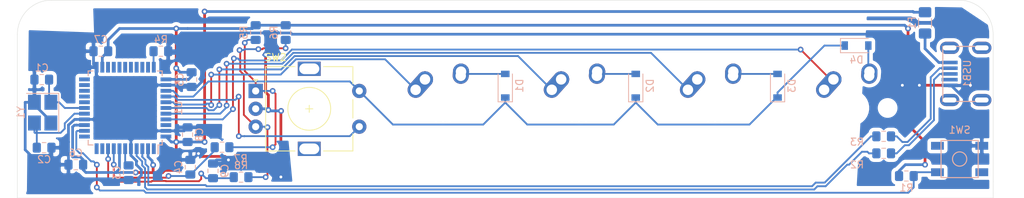
<source format=kicad_pcb>
(kicad_pcb (version 20171130) (host pcbnew "(5.1.5)-3")

  (general
    (thickness 1.6)
    (drawings 10)
    (tracks 430)
    (zones 0)
    (modules 31)
    (nets 47)
  )

  (page A4)
  (layers
    (0 F.Cu signal)
    (31 B.Cu signal)
    (32 B.Adhes user)
    (33 F.Adhes user)
    (34 B.Paste user)
    (35 F.Paste user)
    (36 B.SilkS user)
    (37 F.SilkS user)
    (38 B.Mask user)
    (39 F.Mask user)
    (40 Dwgs.User user)
    (41 Cmts.User user)
    (42 Eco1.User user)
    (43 Eco2.User user)
    (44 Edge.Cuts user)
    (45 Margin user)
    (46 B.CrtYd user)
    (47 F.CrtYd user)
    (48 B.Fab user)
    (49 F.Fab user)
  )

  (setup
    (last_trace_width 0.254)
    (trace_clearance 0.2)
    (zone_clearance 0.508)
    (zone_45_only no)
    (trace_min 0.2)
    (via_size 0.8)
    (via_drill 0.4)
    (via_min_size 0.4)
    (via_min_drill 0.3)
    (uvia_size 0.3)
    (uvia_drill 0.1)
    (uvias_allowed no)
    (uvia_min_size 0.2)
    (uvia_min_drill 0.1)
    (edge_width 0.05)
    (segment_width 0.2)
    (pcb_text_width 0.3)
    (pcb_text_size 1.5 1.5)
    (mod_edge_width 0.12)
    (mod_text_size 1 1)
    (mod_text_width 0.15)
    (pad_size 1.524 1.524)
    (pad_drill 0.762)
    (pad_to_mask_clearance 0.051)
    (solder_mask_min_width 0.25)
    (aux_axis_origin 0 0)
    (visible_elements FFFFFF7F)
    (pcbplotparams
      (layerselection 0x010fc_ffffffff)
      (usegerberextensions false)
      (usegerberattributes false)
      (usegerberadvancedattributes false)
      (creategerberjobfile false)
      (excludeedgelayer true)
      (linewidth 0.100000)
      (plotframeref false)
      (viasonmask false)
      (mode 1)
      (useauxorigin false)
      (hpglpennumber 1)
      (hpglpenspeed 20)
      (hpglpendiameter 15.000000)
      (psnegative false)
      (psa4output false)
      (plotreference true)
      (plotvalue true)
      (plotinvisibletext false)
      (padsonsilk false)
      (subtractmaskfromsilk false)
      (outputformat 1)
      (mirror false)
      (drillshape 1)
      (scaleselection 1)
      (outputdirectory ""))
  )

  (net 0 "")
  (net 1 GND)
  (net 2 "Net-(C1-Pad1)")
  (net 3 "Net-(C2-Pad1)")
  (net 4 "Net-(C3-Pad1)")
  (net 5 REA)
  (net 6 +5V)
  (net 7 REB)
  (net 8 "Net-(D1-Pad2)")
  (net 9 ROW0)
  (net 10 "Net-(D2-Pad2)")
  (net 11 "Net-(D3-Pad2)")
  (net 12 "Net-(D4-Pad2)")
  (net 13 VCC)
  (net 14 COL1)
  (net 15 COL2)
  (net 16 COL3)
  (net 17 COL4)
  (net 18 "Net-(R1-Pad2)")
  (net 19 D+)
  (net 20 "Net-(R2-Pad1)")
  (net 21 D-)
  (net 22 "Net-(R3-Pad1)")
  (net 23 "Net-(R4-Pad2)")
  (net 24 "Net-(R5-Pad2)")
  (net 25 "Net-(R6-Pad2)")
  (net 26 COL0)
  (net 27 "Net-(U1-Pad42)")
  (net 28 "Net-(U1-Pad32)")
  (net 29 "Net-(U1-Pad31)")
  (net 30 "Net-(U1-Pad27)")
  (net 31 "Net-(U1-Pad26)")
  (net 32 "Net-(U1-Pad25)")
  (net 33 "Net-(U1-Pad22)")
  (net 34 "Net-(U1-Pad21)")
  (net 35 "Net-(U1-Pad20)")
  (net 36 "Net-(U1-Pad19)")
  (net 37 "Net-(U1-Pad18)")
  (net 38 "Net-(U1-Pad1)")
  (net 39 "Net-(USB1-Pad6)")
  (net 40 "Net-(USB1-Pad2)")
  (net 41 "Net-(U1-Pad30)")
  (net 42 "Net-(U1-Pad29)")
  (net 43 "Net-(U1-Pad28)")
  (net 44 "Net-(U1-Pad12)")
  (net 45 "Net-(U1-Pad11)")
  (net 46 "Net-(U1-Pad10)")

  (net_class Default "This is the default net class."
    (clearance 0.2)
    (trace_width 0.254)
    (via_dia 0.8)
    (via_drill 0.4)
    (uvia_dia 0.3)
    (uvia_drill 0.1)
    (add_net COL0)
    (add_net COL1)
    (add_net COL2)
    (add_net COL3)
    (add_net COL4)
    (add_net D+)
    (add_net D-)
    (add_net "Net-(C1-Pad1)")
    (add_net "Net-(C2-Pad1)")
    (add_net "Net-(C3-Pad1)")
    (add_net "Net-(D1-Pad2)")
    (add_net "Net-(D2-Pad2)")
    (add_net "Net-(D3-Pad2)")
    (add_net "Net-(D4-Pad2)")
    (add_net "Net-(R1-Pad2)")
    (add_net "Net-(R2-Pad1)")
    (add_net "Net-(R3-Pad1)")
    (add_net "Net-(R4-Pad2)")
    (add_net "Net-(R5-Pad2)")
    (add_net "Net-(R6-Pad2)")
    (add_net "Net-(U1-Pad1)")
    (add_net "Net-(U1-Pad10)")
    (add_net "Net-(U1-Pad11)")
    (add_net "Net-(U1-Pad12)")
    (add_net "Net-(U1-Pad18)")
    (add_net "Net-(U1-Pad19)")
    (add_net "Net-(U1-Pad20)")
    (add_net "Net-(U1-Pad21)")
    (add_net "Net-(U1-Pad22)")
    (add_net "Net-(U1-Pad25)")
    (add_net "Net-(U1-Pad26)")
    (add_net "Net-(U1-Pad27)")
    (add_net "Net-(U1-Pad28)")
    (add_net "Net-(U1-Pad29)")
    (add_net "Net-(U1-Pad30)")
    (add_net "Net-(U1-Pad31)")
    (add_net "Net-(U1-Pad32)")
    (add_net "Net-(U1-Pad42)")
    (add_net "Net-(USB1-Pad2)")
    (add_net "Net-(USB1-Pad6)")
    (add_net REA)
    (add_net REB)
    (add_net ROW0)
  )

  (net_class Power ""
    (clearance 0.2)
    (trace_width 0.381)
    (via_dia 0.8)
    (via_drill 0.4)
    (uvia_dia 0.3)
    (uvia_drill 0.1)
    (add_net +5V)
    (add_net GND)
    (add_net VCC)
  )

  (module Rotary_Encoder:RotaryEncoder_Alps_EC11E-Switch_Vertical_H20mm (layer F.Cu) (tedit 5A74C8CB) (tstamp 5ED0C56E)
    (at 107.95 95.25)
    (descr "Alps rotary encoder, EC12E... with switch, vertical shaft, http://www.alps.com/prod/info/E/HTML/Encoder/Incremental/EC11/EC11E15204A3.html")
    (tags "rotary encoder")
    (path /5ED4B22B)
    (fp_text reference SW2 (at 2.8 -4.7) (layer F.SilkS)
      (effects (font (size 1 1) (thickness 0.15)))
    )
    (fp_text value Rotary_Encoder_Switch (at 7.5 10.4) (layer F.Fab)
      (effects (font (size 1 1) (thickness 0.15)))
    )
    (fp_circle (center 7.5 2.5) (end 10.5 2.5) (layer F.Fab) (width 0.12))
    (fp_circle (center 7.5 2.5) (end 10.5 2.5) (layer F.SilkS) (width 0.12))
    (fp_line (start 16 9.6) (end -1.5 9.6) (layer F.CrtYd) (width 0.05))
    (fp_line (start 16 9.6) (end 16 -4.6) (layer F.CrtYd) (width 0.05))
    (fp_line (start -1.5 -4.6) (end -1.5 9.6) (layer F.CrtYd) (width 0.05))
    (fp_line (start -1.5 -4.6) (end 16 -4.6) (layer F.CrtYd) (width 0.05))
    (fp_line (start 2.5 -3.3) (end 13.5 -3.3) (layer F.Fab) (width 0.12))
    (fp_line (start 13.5 -3.3) (end 13.5 8.3) (layer F.Fab) (width 0.12))
    (fp_line (start 13.5 8.3) (end 1.5 8.3) (layer F.Fab) (width 0.12))
    (fp_line (start 1.5 8.3) (end 1.5 -2.2) (layer F.Fab) (width 0.12))
    (fp_line (start 1.5 -2.2) (end 2.5 -3.3) (layer F.Fab) (width 0.12))
    (fp_line (start 9.5 -3.4) (end 13.6 -3.4) (layer F.SilkS) (width 0.12))
    (fp_line (start 13.6 8.4) (end 9.5 8.4) (layer F.SilkS) (width 0.12))
    (fp_line (start 5.5 8.4) (end 1.4 8.4) (layer F.SilkS) (width 0.12))
    (fp_line (start 5.5 -3.4) (end 1.4 -3.4) (layer F.SilkS) (width 0.12))
    (fp_line (start 1.4 -3.4) (end 1.4 8.4) (layer F.SilkS) (width 0.12))
    (fp_line (start 0 -1.3) (end -0.3 -1.6) (layer F.SilkS) (width 0.12))
    (fp_line (start -0.3 -1.6) (end 0.3 -1.6) (layer F.SilkS) (width 0.12))
    (fp_line (start 0.3 -1.6) (end 0 -1.3) (layer F.SilkS) (width 0.12))
    (fp_line (start 7.5 -0.5) (end 7.5 5.5) (layer F.Fab) (width 0.12))
    (fp_line (start 4.5 2.5) (end 10.5 2.5) (layer F.Fab) (width 0.12))
    (fp_line (start 13.6 -3.4) (end 13.6 -1) (layer F.SilkS) (width 0.12))
    (fp_line (start 13.6 1.2) (end 13.6 3.8) (layer F.SilkS) (width 0.12))
    (fp_line (start 13.6 6) (end 13.6 8.4) (layer F.SilkS) (width 0.12))
    (fp_line (start 7.5 2) (end 7.5 3) (layer F.SilkS) (width 0.12))
    (fp_line (start 7 2.5) (end 8 2.5) (layer F.SilkS) (width 0.12))
    (fp_text user %R (at 11.1 6.3) (layer F.Fab)
      (effects (font (size 1 1) (thickness 0.15)))
    )
    (pad A thru_hole rect (at 0 0) (size 2 2) (drill 1) (layers *.Cu *.Mask)
      (net 24 "Net-(R5-Pad2)"))
    (pad C thru_hole circle (at 0 2.5) (size 2 2) (drill 1) (layers *.Cu *.Mask)
      (net 1 GND))
    (pad B thru_hole circle (at 0 5) (size 2 2) (drill 1) (layers *.Cu *.Mask)
      (net 25 "Net-(R6-Pad2)"))
    (pad MP thru_hole rect (at 7.5 -3.1) (size 3.2 2) (drill oval 2.8 1.5) (layers *.Cu *.Mask))
    (pad MP thru_hole rect (at 7.5 8.1) (size 3.2 2) (drill oval 2.8 1.5) (layers *.Cu *.Mask))
    (pad S2 thru_hole circle (at 14.5 0) (size 2 2) (drill 1) (layers *.Cu *.Mask)
      (net 9 ROW0))
    (pad S1 thru_hole circle (at 14.5 5) (size 2 2) (drill 1) (layers *.Cu *.Mask)
      (net 26 COL0))
    (model ${KISYS3DMOD}/Rotary_Encoder.3dshapes/RotaryEncoder_Alps_EC11E-Switch_Vertical_H20mm.wrl
      (at (xyz 0 0 0))
      (scale (xyz 1 1 1))
      (rotate (xyz 0 0 0))
    )
  )

  (module Resistor_SMD:R_0805_2012Metric_Pad1.15x1.40mm_HandSolder (layer B.Cu) (tedit 5B36C52B) (tstamp 5ED9A742)
    (at 195.825 103.98125)
    (descr "Resistor SMD 0805 (2012 Metric), square (rectangular) end terminal, IPC_7351 nominal with elongated pad for handsoldering. (Body size source: https://docs.google.com/spreadsheets/d/1BsfQQcO9C6DZCsRaXUlFlo91Tg2WpOkGARC1WS5S8t0/edit?usp=sharing), generated with kicad-footprint-generator")
    (tags "resistor handsolder")
    (path /5ED18151)
    (attr smd)
    (fp_text reference R2 (at -3.7375 1.5875 180) (layer B.SilkS)
      (effects (font (size 1 1) (thickness 0.15)) (justify mirror))
    )
    (fp_text value 22 (at -3.7375 0 180) (layer B.Fab)
      (effects (font (size 1 1) (thickness 0.15)) (justify mirror))
    )
    (fp_line (start -1 -0.6) (end -1 0.6) (layer B.Fab) (width 0.1))
    (fp_line (start -1 0.6) (end 1 0.6) (layer B.Fab) (width 0.1))
    (fp_line (start 1 0.6) (end 1 -0.6) (layer B.Fab) (width 0.1))
    (fp_line (start 1 -0.6) (end -1 -0.6) (layer B.Fab) (width 0.1))
    (fp_line (start -0.261252 0.71) (end 0.261252 0.71) (layer B.SilkS) (width 0.12))
    (fp_line (start -0.261252 -0.71) (end 0.261252 -0.71) (layer B.SilkS) (width 0.12))
    (fp_line (start -1.85 -0.95) (end -1.85 0.95) (layer B.CrtYd) (width 0.05))
    (fp_line (start -1.85 0.95) (end 1.85 0.95) (layer B.CrtYd) (width 0.05))
    (fp_line (start 1.85 0.95) (end 1.85 -0.95) (layer B.CrtYd) (width 0.05))
    (fp_line (start 1.85 -0.95) (end -1.85 -0.95) (layer B.CrtYd) (width 0.05))
    (fp_text user %R (at 0 0 180) (layer B.Fab)
      (effects (font (size 0.5 0.5) (thickness 0.08)) (justify mirror))
    )
    (pad 1 smd roundrect (at -1.025 0) (size 1.15 1.4) (layers B.Cu B.Paste B.Mask) (roundrect_rratio 0.217391)
      (net 20 "Net-(R2-Pad1)"))
    (pad 2 smd roundrect (at 1.025 0) (size 1.15 1.4) (layers B.Cu B.Paste B.Mask) (roundrect_rratio 0.217391)
      (net 19 D+))
    (model ${KISYS3DMOD}/Resistor_SMD.3dshapes/R_0805_2012Metric.wrl
      (at (xyz 0 0 0))
      (scale (xyz 1 1 1))
      (rotate (xyz 0 0 0))
    )
  )

  (module Package_QFP:TQFP-44_10x10mm_P0.8mm (layer B.Cu) (tedit 5A02F146) (tstamp 5ED0D5F2)
    (at 89.69375 97.63125 90)
    (descr "44-Lead Plastic Thin Quad Flatpack (PT) - 10x10x1.0 mm Body [TQFP] (see Microchip Packaging Specification 00000049BS.pdf)")
    (tags "QFP 0.8")
    (path /5ECFB102)
    (attr smd)
    (fp_text reference U1 (at 0 7.45 90) (layer B.SilkS)
      (effects (font (size 1 1) (thickness 0.15)) (justify mirror))
    )
    (fp_text value ATmega32U4-AU (at 0 0 180) (layer B.Fab)
      (effects (font (size 1 1) (thickness 0.15)) (justify mirror))
    )
    (fp_line (start -5.175 4.6) (end -6.45 4.6) (layer B.SilkS) (width 0.15))
    (fp_line (start 5.175 5.175) (end 4.5 5.175) (layer B.SilkS) (width 0.15))
    (fp_line (start 5.175 -5.175) (end 4.5 -5.175) (layer B.SilkS) (width 0.15))
    (fp_line (start -5.175 -5.175) (end -4.5 -5.175) (layer B.SilkS) (width 0.15))
    (fp_line (start -5.175 5.175) (end -4.5 5.175) (layer B.SilkS) (width 0.15))
    (fp_line (start -5.175 -5.175) (end -5.175 -4.5) (layer B.SilkS) (width 0.15))
    (fp_line (start 5.175 -5.175) (end 5.175 -4.5) (layer B.SilkS) (width 0.15))
    (fp_line (start 5.175 5.175) (end 5.175 4.5) (layer B.SilkS) (width 0.15))
    (fp_line (start -5.175 5.175) (end -5.175 4.6) (layer B.SilkS) (width 0.15))
    (fp_line (start -6.7 -6.7) (end 6.7 -6.7) (layer B.CrtYd) (width 0.05))
    (fp_line (start -6.7 6.7) (end 6.7 6.7) (layer B.CrtYd) (width 0.05))
    (fp_line (start 6.7 6.7) (end 6.7 -6.7) (layer B.CrtYd) (width 0.05))
    (fp_line (start -6.7 6.7) (end -6.7 -6.7) (layer B.CrtYd) (width 0.05))
    (fp_line (start -5 4) (end -4 5) (layer B.Fab) (width 0.15))
    (fp_line (start -5 -5) (end -5 4) (layer B.Fab) (width 0.15))
    (fp_line (start 5 -5) (end -5 -5) (layer B.Fab) (width 0.15))
    (fp_line (start 5 5) (end 5 -5) (layer B.Fab) (width 0.15))
    (fp_line (start -4 5) (end 5 5) (layer B.Fab) (width 0.15))
    (fp_text user %R (at 0 0 90) (layer B.Fab)
      (effects (font (size 1 1) (thickness 0.15)) (justify mirror))
    )
    (pad 44 smd rect (at -4 5.7) (size 1.5 0.55) (layers B.Cu B.Paste B.Mask)
      (net 6 +5V))
    (pad 43 smd rect (at -3.2 5.7) (size 1.5 0.55) (layers B.Cu B.Paste B.Mask)
      (net 1 GND))
    (pad 42 smd rect (at -2.4 5.7) (size 1.5 0.55) (layers B.Cu B.Paste B.Mask)
      (net 27 "Net-(U1-Pad42)"))
    (pad 41 smd rect (at -1.6 5.7) (size 1.5 0.55) (layers B.Cu B.Paste B.Mask)
      (net 17 COL4))
    (pad 40 smd rect (at -0.8 5.7) (size 1.5 0.55) (layers B.Cu B.Paste B.Mask)
      (net 16 COL3))
    (pad 39 smd rect (at 0 5.7) (size 1.5 0.55) (layers B.Cu B.Paste B.Mask)
      (net 15 COL2))
    (pad 38 smd rect (at 0.8 5.7) (size 1.5 0.55) (layers B.Cu B.Paste B.Mask)
      (net 14 COL1))
    (pad 37 smd rect (at 1.6 5.7) (size 1.5 0.55) (layers B.Cu B.Paste B.Mask)
      (net 26 COL0))
    (pad 36 smd rect (at 2.4 5.7) (size 1.5 0.55) (layers B.Cu B.Paste B.Mask)
      (net 9 ROW0))
    (pad 35 smd rect (at 3.2 5.7) (size 1.5 0.55) (layers B.Cu B.Paste B.Mask)
      (net 1 GND))
    (pad 34 smd rect (at 4 5.7) (size 1.5 0.55) (layers B.Cu B.Paste B.Mask)
      (net 6 +5V))
    (pad 33 smd rect (at 5.7 4 90) (size 1.5 0.55) (layers B.Cu B.Paste B.Mask)
      (net 23 "Net-(R4-Pad2)"))
    (pad 32 smd rect (at 5.7 3.2 90) (size 1.5 0.55) (layers B.Cu B.Paste B.Mask)
      (net 28 "Net-(U1-Pad32)"))
    (pad 31 smd rect (at 5.7 2.4 90) (size 1.5 0.55) (layers B.Cu B.Paste B.Mask)
      (net 29 "Net-(U1-Pad31)"))
    (pad 30 smd rect (at 5.7 1.6 90) (size 1.5 0.55) (layers B.Cu B.Paste B.Mask)
      (net 41 "Net-(U1-Pad30)"))
    (pad 29 smd rect (at 5.7 0.8 90) (size 1.5 0.55) (layers B.Cu B.Paste B.Mask)
      (net 42 "Net-(U1-Pad29)"))
    (pad 28 smd rect (at 5.7 0 90) (size 1.5 0.55) (layers B.Cu B.Paste B.Mask)
      (net 43 "Net-(U1-Pad28)"))
    (pad 27 smd rect (at 5.7 -0.8 90) (size 1.5 0.55) (layers B.Cu B.Paste B.Mask)
      (net 30 "Net-(U1-Pad27)"))
    (pad 26 smd rect (at 5.7 -1.6 90) (size 1.5 0.55) (layers B.Cu B.Paste B.Mask)
      (net 31 "Net-(U1-Pad26)"))
    (pad 25 smd rect (at 5.7 -2.4 90) (size 1.5 0.55) (layers B.Cu B.Paste B.Mask)
      (net 32 "Net-(U1-Pad25)"))
    (pad 24 smd rect (at 5.7 -3.2 90) (size 1.5 0.55) (layers B.Cu B.Paste B.Mask)
      (net 6 +5V))
    (pad 23 smd rect (at 5.7 -4 90) (size 1.5 0.55) (layers B.Cu B.Paste B.Mask)
      (net 1 GND))
    (pad 22 smd rect (at 4 -5.7) (size 1.5 0.55) (layers B.Cu B.Paste B.Mask)
      (net 33 "Net-(U1-Pad22)"))
    (pad 21 smd rect (at 3.2 -5.7) (size 1.5 0.55) (layers B.Cu B.Paste B.Mask)
      (net 34 "Net-(U1-Pad21)"))
    (pad 20 smd rect (at 2.4 -5.7) (size 1.5 0.55) (layers B.Cu B.Paste B.Mask)
      (net 35 "Net-(U1-Pad20)"))
    (pad 19 smd rect (at 1.6 -5.7) (size 1.5 0.55) (layers B.Cu B.Paste B.Mask)
      (net 36 "Net-(U1-Pad19)"))
    (pad 18 smd rect (at 0.8 -5.7) (size 1.5 0.55) (layers B.Cu B.Paste B.Mask)
      (net 37 "Net-(U1-Pad18)"))
    (pad 17 smd rect (at 0 -5.7) (size 1.5 0.55) (layers B.Cu B.Paste B.Mask)
      (net 2 "Net-(C1-Pad1)"))
    (pad 16 smd rect (at -0.8 -5.7) (size 1.5 0.55) (layers B.Cu B.Paste B.Mask)
      (net 3 "Net-(C2-Pad1)"))
    (pad 15 smd rect (at -1.6 -5.7) (size 1.5 0.55) (layers B.Cu B.Paste B.Mask)
      (net 1 GND))
    (pad 14 smd rect (at -2.4 -5.7) (size 1.5 0.55) (layers B.Cu B.Paste B.Mask)
      (net 6 +5V))
    (pad 13 smd rect (at -3.2 -5.7) (size 1.5 0.55) (layers B.Cu B.Paste B.Mask)
      (net 18 "Net-(R1-Pad2)"))
    (pad 12 smd rect (at -4 -5.7) (size 1.5 0.55) (layers B.Cu B.Paste B.Mask)
      (net 44 "Net-(U1-Pad12)"))
    (pad 11 smd rect (at -5.7 -4 90) (size 1.5 0.55) (layers B.Cu B.Paste B.Mask)
      (net 45 "Net-(U1-Pad11)"))
    (pad 10 smd rect (at -5.7 -3.2 90) (size 1.5 0.55) (layers B.Cu B.Paste B.Mask)
      (net 46 "Net-(U1-Pad10)"))
    (pad 9 smd rect (at -5.7 -2.4 90) (size 1.5 0.55) (layers B.Cu B.Paste B.Mask)
      (net 7 REB))
    (pad 8 smd rect (at -5.7 -1.6 90) (size 1.5 0.55) (layers B.Cu B.Paste B.Mask)
      (net 5 REA))
    (pad 7 smd rect (at -5.7 -0.8 90) (size 1.5 0.55) (layers B.Cu B.Paste B.Mask)
      (net 6 +5V))
    (pad 6 smd rect (at -5.7 0 90) (size 1.5 0.55) (layers B.Cu B.Paste B.Mask)
      (net 4 "Net-(C3-Pad1)"))
    (pad 5 smd rect (at -5.7 0.8 90) (size 1.5 0.55) (layers B.Cu B.Paste B.Mask)
      (net 1 GND))
    (pad 4 smd rect (at -5.7 1.6 90) (size 1.5 0.55) (layers B.Cu B.Paste B.Mask)
      (net 20 "Net-(R2-Pad1)"))
    (pad 3 smd rect (at -5.7 2.4 90) (size 1.5 0.55) (layers B.Cu B.Paste B.Mask)
      (net 22 "Net-(R3-Pad1)"))
    (pad 2 smd rect (at -5.7 3.2 90) (size 1.5 0.55) (layers B.Cu B.Paste B.Mask)
      (net 6 +5V))
    (pad 1 smd rect (at -5.7 4 90) (size 1.5 0.55) (layers B.Cu B.Paste B.Mask)
      (net 38 "Net-(U1-Pad1)"))
    (model ${KISYS3DMOD}/Package_QFP.3dshapes/TQFP-44_10x10mm_P0.8mm.wrl
      (at (xyz 0 0 0))
      (scale (xyz 1 1 1))
      (rotate (xyz 0 0 0))
    )
  )

  (module Crystal:Crystal_SMD_3225-4Pin_3.2x2.5mm_HandSoldering (layer B.Cu) (tedit 5A0FD1B2) (tstamp 5ED0D50D)
    (at 78.14375 98.2875 270)
    (descr "SMD Crystal SERIES SMD3225/4 http://www.txccrystal.com/images/pdf/7m-accuracy.pdf, hand-soldering, 3.2x2.5mm^2 package")
    (tags "SMD SMT crystal hand-soldering")
    (path /5ED24E70)
    (attr smd)
    (fp_text reference Y1 (at 0 3.05 90) (layer B.SilkS)
      (effects (font (size 1 1) (thickness 0.15)) (justify mirror))
    )
    (fp_text value Crystal_GND24_Small (at 0 5.11875 90) (layer B.Fab)
      (effects (font (size 1 1) (thickness 0.15)) (justify mirror))
    )
    (fp_line (start 2.8 2.3) (end -2.8 2.3) (layer B.CrtYd) (width 0.05))
    (fp_line (start 2.8 -2.3) (end 2.8 2.3) (layer B.CrtYd) (width 0.05))
    (fp_line (start -2.8 -2.3) (end 2.8 -2.3) (layer B.CrtYd) (width 0.05))
    (fp_line (start -2.8 2.3) (end -2.8 -2.3) (layer B.CrtYd) (width 0.05))
    (fp_line (start -2.7 -2.25) (end 2.7 -2.25) (layer B.SilkS) (width 0.12))
    (fp_line (start -2.7 2.25) (end -2.7 -2.25) (layer B.SilkS) (width 0.12))
    (fp_line (start -1.6 -0.25) (end -0.6 -1.25) (layer B.Fab) (width 0.1))
    (fp_line (start 1.6 1.25) (end -1.6 1.25) (layer B.Fab) (width 0.1))
    (fp_line (start 1.6 -1.25) (end 1.6 1.25) (layer B.Fab) (width 0.1))
    (fp_line (start -1.6 -1.25) (end 1.6 -1.25) (layer B.Fab) (width 0.1))
    (fp_line (start -1.6 1.25) (end -1.6 -1.25) (layer B.Fab) (width 0.1))
    (fp_text user %R (at 0 0 90) (layer B.Fab)
      (effects (font (size 0.7 0.7) (thickness 0.105)) (justify mirror))
    )
    (pad 4 smd rect (at -1.45 1.15 270) (size 2.1 1.8) (layers B.Cu B.Paste B.Mask)
      (net 1 GND))
    (pad 3 smd rect (at 1.45 1.15 270) (size 2.1 1.8) (layers B.Cu B.Paste B.Mask)
      (net 3 "Net-(C2-Pad1)"))
    (pad 2 smd rect (at 1.45 -1.15 270) (size 2.1 1.8) (layers B.Cu B.Paste B.Mask)
      (net 1 GND))
    (pad 1 smd rect (at -1.45 -1.15 270) (size 2.1 1.8) (layers B.Cu B.Paste B.Mask)
      (net 2 "Net-(C1-Pad1)"))
    (model ${KISYS3DMOD}/Crystal.3dshapes/Crystal_SMD_3225-4Pin_3.2x2.5mm_HandSoldering.wrl
      (at (xyz 0 0 0))
      (scale (xyz 1 1 1))
      (rotate (xyz 0 0 0))
    )
  )

  (module random-keyboard-parts:Molex-0548190589 (layer B.Cu) (tedit 5C494815) (tstamp 5ED0C5D1)
    (at 209.55 92.86875 180)
    (path /5ED312CF)
    (attr smd)
    (fp_text reference USB1 (at 2.032 0 270) (layer B.SilkS)
      (effects (font (size 1 1) (thickness 0.15)) (justify mirror))
    )
    (fp_text value Molex-0548190589 (at -5.08 0 270) (layer Dwgs.User)
      (effects (font (size 1 1) (thickness 0.15)))
    )
    (fp_text user %R (at 2 0 270) (layer B.CrtYd)
      (effects (font (size 1 1) (thickness 0.15)) (justify mirror))
    )
    (fp_line (start 3.25 1.25) (end 5.5 1.25) (layer B.CrtYd) (width 0.15))
    (fp_line (start 5.5 0.5) (end 3.25 0.5) (layer B.CrtYd) (width 0.15))
    (fp_line (start 3.25 -0.5) (end 5.5 -0.5) (layer B.CrtYd) (width 0.15))
    (fp_line (start 5.5 -1.25) (end 3.25 -1.25) (layer B.CrtYd) (width 0.15))
    (fp_line (start 3.25 -2) (end 5.5 -2) (layer B.CrtYd) (width 0.15))
    (fp_line (start 3.25 2) (end 3.25 -2) (layer B.CrtYd) (width 0.15))
    (fp_line (start 5.5 2) (end 3.25 2) (layer B.CrtYd) (width 0.15))
    (fp_line (start -3.75 -3.75) (end -3.75 3.75) (layer B.CrtYd) (width 0.15))
    (fp_line (start 5.5 -3.75) (end -3.75 -3.75) (layer B.CrtYd) (width 0.15))
    (fp_line (start 5.5 3.75) (end 5.5 -3.75) (layer B.CrtYd) (width 0.15))
    (fp_line (start -3.75 3.75) (end 5.5 3.75) (layer B.CrtYd) (width 0.15))
    (fp_line (start 0 3.85) (end 5.45 3.85) (layer B.SilkS) (width 0.15))
    (fp_line (start 0 -3.85) (end 5.45 -3.85) (layer B.SilkS) (width 0.15))
    (fp_line (start 5.45 3.85) (end 5.45 -3.85) (layer B.SilkS) (width 0.15))
    (fp_line (start -3.75 3.85) (end 0 3.85) (layer Dwgs.User) (width 0.15))
    (fp_line (start -3.75 -3.85) (end 0 -3.85) (layer Dwgs.User) (width 0.15))
    (fp_line (start -1.75 4.572) (end -1.75 -4.572) (layer Dwgs.User) (width 0.15))
    (fp_line (start -3.75 3.85) (end -3.75 -3.85) (layer Dwgs.User) (width 0.15))
    (pad 6 thru_hole oval (at 0 3.65 180) (size 2.7 1.7) (drill oval 1.9 0.7) (layers *.Cu *.Mask)
      (net 39 "Net-(USB1-Pad6)"))
    (pad 6 thru_hole oval (at 0 -3.65 180) (size 2.7 1.7) (drill oval 1.9 0.7) (layers *.Cu *.Mask)
      (net 39 "Net-(USB1-Pad6)"))
    (pad 6 thru_hole oval (at 4.5 -3.65 180) (size 2.7 1.7) (drill oval 1.9 0.7) (layers *.Cu *.Mask)
      (net 39 "Net-(USB1-Pad6)"))
    (pad 6 thru_hole oval (at 4.5 3.65 180) (size 2.7 1.7) (drill oval 1.9 0.7) (layers *.Cu *.Mask)
      (net 39 "Net-(USB1-Pad6)"))
    (pad 5 smd rect (at 4.5 1.6 180) (size 2.25 0.5) (layers B.Cu B.Paste B.Mask)
      (net 13 VCC))
    (pad 4 smd rect (at 4.5 0.8 180) (size 2.25 0.5) (layers B.Cu B.Paste B.Mask)
      (net 21 D-))
    (pad 3 smd rect (at 4.5 0 180) (size 2.25 0.5) (layers B.Cu B.Paste B.Mask)
      (net 19 D+))
    (pad 2 smd rect (at 4.5 -0.8 180) (size 2.25 0.5) (layers B.Cu B.Paste B.Mask)
      (net 40 "Net-(USB1-Pad2)"))
    (pad 1 smd rect (at 4.5 -1.6 180) (size 2.25 0.5) (layers B.Cu B.Paste B.Mask)
      (net 1 GND))
  )

  (module random-keyboard-parts:SKQG-1155865 (layer B.Cu) (tedit 5E62B398) (tstamp 5ED0C548)
    (at 206.45 104.775)
    (path /5ED2BF8D)
    (attr smd)
    (fp_text reference SW1 (at 0 -4.064) (layer B.SilkS)
      (effects (font (size 1 1) (thickness 0.15)) (justify mirror))
    )
    (fp_text value SW_Push (at 0 4.064) (layer B.Fab)
      (effects (font (size 1 1) (thickness 0.15)) (justify mirror))
    )
    (fp_line (start -2.6 2.6) (end 2.6 2.6) (layer B.SilkS) (width 0.15))
    (fp_line (start 2.6 2.6) (end 2.6 -2.6) (layer B.SilkS) (width 0.15))
    (fp_line (start 2.6 -2.6) (end -2.6 -2.6) (layer B.SilkS) (width 0.15))
    (fp_line (start -2.6 -2.6) (end -2.6 2.6) (layer B.SilkS) (width 0.15))
    (fp_circle (center 0 0) (end 1 0) (layer B.SilkS) (width 0.15))
    (fp_line (start -4.2 2.6) (end 4.2 2.6) (layer B.Fab) (width 0.15))
    (fp_line (start 4.2 2.6) (end 4.2 1.2) (layer B.Fab) (width 0.15))
    (fp_line (start 4.2 1.1) (end 2.6 1.1) (layer B.Fab) (width 0.15))
    (fp_line (start 2.6 1.1) (end 2.6 -1.1) (layer B.Fab) (width 0.15))
    (fp_line (start 2.6 -1.1) (end 4.2 -1.1) (layer B.Fab) (width 0.15))
    (fp_line (start 4.2 -1.1) (end 4.2 -2.6) (layer B.Fab) (width 0.15))
    (fp_line (start 4.2 -2.6) (end -4.2 -2.6) (layer B.Fab) (width 0.15))
    (fp_line (start -4.2 -2.6) (end -4.2 -1.1) (layer B.Fab) (width 0.15))
    (fp_line (start -4.2 -1.1) (end -2.6 -1.1) (layer B.Fab) (width 0.15))
    (fp_line (start -2.6 -1.1) (end -2.6 1.1) (layer B.Fab) (width 0.15))
    (fp_line (start -2.6 1.1) (end -4.2 1.1) (layer B.Fab) (width 0.15))
    (fp_line (start -4.2 1.1) (end -4.2 2.6) (layer B.Fab) (width 0.15))
    (fp_circle (center 0 0) (end 1 0) (layer B.Fab) (width 0.15))
    (fp_line (start -2.6 1.1) (end -1.1 2.6) (layer B.Fab) (width 0.15))
    (fp_line (start 2.6 1.1) (end 1.1 2.6) (layer B.Fab) (width 0.15))
    (fp_line (start 2.6 -1.1) (end 1.1 -2.6) (layer B.Fab) (width 0.15))
    (fp_line (start -2.6 -1.1) (end -1.1 -2.6) (layer B.Fab) (width 0.15))
    (pad 4 smd rect (at -3.1 -1.85) (size 1.8 1.1) (layers B.Cu B.Paste B.Mask))
    (pad 3 smd rect (at 3.1 1.85) (size 1.8 1.1) (layers B.Cu B.Paste B.Mask))
    (pad 2 smd rect (at -3.1 1.85) (size 1.8 1.1) (layers B.Cu B.Paste B.Mask)
      (net 18 "Net-(R1-Pad2)"))
    (pad 1 smd rect (at 3.1 -1.85) (size 1.8 1.1) (layers B.Cu B.Paste B.Mask)
      (net 1 GND))
    (model ${KISYS3DMOD}/Button_Switch_SMD.3dshapes/SW_SPST_TL3342.step
      (at (xyz 0 0 0))
      (scale (xyz 1 1 1))
      (rotate (xyz 0 0 0))
    )
  )

  (module Resistor_SMD:R_0805_2012Metric_Pad1.15x1.40mm_HandSolder (layer B.Cu) (tedit 5B36C52B) (tstamp 5ED0C52A)
    (at 105.909 107.315 180)
    (descr "Resistor SMD 0805 (2012 Metric), square (rectangular) end terminal, IPC_7351 nominal with elongated pad for handsoldering. (Body size source: https://docs.google.com/spreadsheets/d/1BsfQQcO9C6DZCsRaXUlFlo91Tg2WpOkGARC1WS5S8t0/edit?usp=sharing), generated with kicad-footprint-generator")
    (tags "resistor handsolder")
    (path /5ED6CA5E)
    (attr smd)
    (fp_text reference R8 (at 0 1.65) (layer B.SilkS)
      (effects (font (size 1 1) (thickness 0.15)) (justify mirror))
    )
    (fp_text value 10k (at 0 -1.65) (layer B.Fab)
      (effects (font (size 1 1) (thickness 0.15)) (justify mirror))
    )
    (fp_text user %R (at -0.23125 0) (layer B.Fab)
      (effects (font (size 0.5 0.5) (thickness 0.08)) (justify mirror))
    )
    (fp_line (start 1.85 -0.95) (end -1.85 -0.95) (layer B.CrtYd) (width 0.05))
    (fp_line (start 1.85 0.95) (end 1.85 -0.95) (layer B.CrtYd) (width 0.05))
    (fp_line (start -1.85 0.95) (end 1.85 0.95) (layer B.CrtYd) (width 0.05))
    (fp_line (start -1.85 -0.95) (end -1.85 0.95) (layer B.CrtYd) (width 0.05))
    (fp_line (start -0.261252 -0.71) (end 0.261252 -0.71) (layer B.SilkS) (width 0.12))
    (fp_line (start -0.261252 0.71) (end 0.261252 0.71) (layer B.SilkS) (width 0.12))
    (fp_line (start 1 -0.6) (end -1 -0.6) (layer B.Fab) (width 0.1))
    (fp_line (start 1 0.6) (end 1 -0.6) (layer B.Fab) (width 0.1))
    (fp_line (start -1 0.6) (end 1 0.6) (layer B.Fab) (width 0.1))
    (fp_line (start -1 -0.6) (end -1 0.6) (layer B.Fab) (width 0.1))
    (pad 2 smd roundrect (at 1.025 0 180) (size 1.15 1.4) (layers B.Cu B.Paste B.Mask) (roundrect_rratio 0.217391)
      (net 7 REB))
    (pad 1 smd roundrect (at -1.025 0 180) (size 1.15 1.4) (layers B.Cu B.Paste B.Mask) (roundrect_rratio 0.217391)
      (net 25 "Net-(R6-Pad2)"))
    (model ${KISYS3DMOD}/Resistor_SMD.3dshapes/R_0805_2012Metric.wrl
      (at (xyz 0 0 0))
      (scale (xyz 1 1 1))
      (rotate (xyz 0 0 0))
    )
  )

  (module Resistor_SMD:R_0805_2012Metric_Pad1.15x1.40mm_HandSolder (layer B.Cu) (tedit 5B36C52B) (tstamp 5ED0C519)
    (at 103.242 103.124 180)
    (descr "Resistor SMD 0805 (2012 Metric), square (rectangular) end terminal, IPC_7351 nominal with elongated pad for handsoldering. (Body size source: https://docs.google.com/spreadsheets/d/1BsfQQcO9C6DZCsRaXUlFlo91Tg2WpOkGARC1WS5S8t0/edit?usp=sharing), generated with kicad-footprint-generator")
    (tags "resistor handsolder")
    (path /5ED6BEAF)
    (attr smd)
    (fp_text reference R7 (at -2.6125 -1.5875) (layer B.SilkS)
      (effects (font (size 1 1) (thickness 0.15)) (justify mirror))
    )
    (fp_text value 10k (at 0 -1.65) (layer B.Fab)
      (effects (font (size 1 1) (thickness 0.15)) (justify mirror))
    )
    (fp_text user %R (at 0 0) (layer B.Fab)
      (effects (font (size 0.5 0.5) (thickness 0.08)) (justify mirror))
    )
    (fp_line (start 1.85 -0.95) (end -1.85 -0.95) (layer B.CrtYd) (width 0.05))
    (fp_line (start 1.85 0.95) (end 1.85 -0.95) (layer B.CrtYd) (width 0.05))
    (fp_line (start -1.85 0.95) (end 1.85 0.95) (layer B.CrtYd) (width 0.05))
    (fp_line (start -1.85 -0.95) (end -1.85 0.95) (layer B.CrtYd) (width 0.05))
    (fp_line (start -0.261252 -0.71) (end 0.261252 -0.71) (layer B.SilkS) (width 0.12))
    (fp_line (start -0.261252 0.71) (end 0.261252 0.71) (layer B.SilkS) (width 0.12))
    (fp_line (start 1 -0.6) (end -1 -0.6) (layer B.Fab) (width 0.1))
    (fp_line (start 1 0.6) (end 1 -0.6) (layer B.Fab) (width 0.1))
    (fp_line (start -1 0.6) (end 1 0.6) (layer B.Fab) (width 0.1))
    (fp_line (start -1 -0.6) (end -1 0.6) (layer B.Fab) (width 0.1))
    (pad 2 smd roundrect (at 1.025 0 180) (size 1.15 1.4) (layers B.Cu B.Paste B.Mask) (roundrect_rratio 0.217391)
      (net 5 REA))
    (pad 1 smd roundrect (at -1.025 0 180) (size 1.15 1.4) (layers B.Cu B.Paste B.Mask) (roundrect_rratio 0.217391)
      (net 24 "Net-(R5-Pad2)"))
    (model ${KISYS3DMOD}/Resistor_SMD.3dshapes/R_0805_2012Metric.wrl
      (at (xyz 0 0 0))
      (scale (xyz 1 1 1))
      (rotate (xyz 0 0 0))
    )
  )

  (module Resistor_SMD:R_0805_2012Metric_Pad1.15x1.40mm_HandSolder (layer B.Cu) (tedit 5B36C52B) (tstamp 5ED0C508)
    (at 112.15 87.08125 270)
    (descr "Resistor SMD 0805 (2012 Metric), square (rectangular) end terminal, IPC_7351 nominal with elongated pad for handsoldering. (Body size source: https://docs.google.com/spreadsheets/d/1BsfQQcO9C6DZCsRaXUlFlo91Tg2WpOkGARC1WS5S8t0/edit?usp=sharing), generated with kicad-footprint-generator")
    (tags "resistor handsolder")
    (path /5ED89FE0)
    (attr smd)
    (fp_text reference R6 (at 0 1.65 90) (layer B.SilkS)
      (effects (font (size 1 1) (thickness 0.15)) (justify mirror))
    )
    (fp_text value 10k (at 0 -1.65 90) (layer B.Fab)
      (effects (font (size 1 1) (thickness 0.15)) (justify mirror))
    )
    (fp_text user %R (at 0 0.118751 90) (layer B.Fab)
      (effects (font (size 0.5 0.5) (thickness 0.08)) (justify mirror))
    )
    (fp_line (start 1.85 -0.95) (end -1.85 -0.95) (layer B.CrtYd) (width 0.05))
    (fp_line (start 1.85 0.95) (end 1.85 -0.95) (layer B.CrtYd) (width 0.05))
    (fp_line (start -1.85 0.95) (end 1.85 0.95) (layer B.CrtYd) (width 0.05))
    (fp_line (start -1.85 -0.95) (end -1.85 0.95) (layer B.CrtYd) (width 0.05))
    (fp_line (start -0.261252 -0.71) (end 0.261252 -0.71) (layer B.SilkS) (width 0.12))
    (fp_line (start -0.261252 0.71) (end 0.261252 0.71) (layer B.SilkS) (width 0.12))
    (fp_line (start 1 -0.6) (end -1 -0.6) (layer B.Fab) (width 0.1))
    (fp_line (start 1 0.6) (end 1 -0.6) (layer B.Fab) (width 0.1))
    (fp_line (start -1 0.6) (end 1 0.6) (layer B.Fab) (width 0.1))
    (fp_line (start -1 -0.6) (end -1 0.6) (layer B.Fab) (width 0.1))
    (pad 2 smd roundrect (at 1.025 0 270) (size 1.15 1.4) (layers B.Cu B.Paste B.Mask) (roundrect_rratio 0.217391)
      (net 25 "Net-(R6-Pad2)"))
    (pad 1 smd roundrect (at -1.025 0 270) (size 1.15 1.4) (layers B.Cu B.Paste B.Mask) (roundrect_rratio 0.217391)
      (net 6 +5V))
    (model ${KISYS3DMOD}/Resistor_SMD.3dshapes/R_0805_2012Metric.wrl
      (at (xyz 0 0 0))
      (scale (xyz 1 1 1))
      (rotate (xyz 0 0 0))
    )
  )

  (module Resistor_SMD:R_0805_2012Metric_Pad1.15x1.40mm_HandSolder (layer B.Cu) (tedit 5B36C52B) (tstamp 5ED0C4F7)
    (at 107.95 87.08125 270)
    (descr "Resistor SMD 0805 (2012 Metric), square (rectangular) end terminal, IPC_7351 nominal with elongated pad for handsoldering. (Body size source: https://docs.google.com/spreadsheets/d/1BsfQQcO9C6DZCsRaXUlFlo91Tg2WpOkGARC1WS5S8t0/edit?usp=sharing), generated with kicad-footprint-generator")
    (tags "resistor handsolder")
    (path /5ED86EB9)
    (attr smd)
    (fp_text reference R5 (at 0 1.65 90) (layer B.SilkS)
      (effects (font (size 1 1) (thickness 0.15)) (justify mirror))
    )
    (fp_text value 10k (at 0 -1.65 90) (layer B.Fab)
      (effects (font (size 1 1) (thickness 0.15)) (justify mirror))
    )
    (fp_text user %R (at 0 0 90) (layer B.Fab)
      (effects (font (size 0.5 0.5) (thickness 0.08)) (justify mirror))
    )
    (fp_line (start 1.85 -0.95) (end -1.85 -0.95) (layer B.CrtYd) (width 0.05))
    (fp_line (start 1.85 0.95) (end 1.85 -0.95) (layer B.CrtYd) (width 0.05))
    (fp_line (start -1.85 0.95) (end 1.85 0.95) (layer B.CrtYd) (width 0.05))
    (fp_line (start -1.85 -0.95) (end -1.85 0.95) (layer B.CrtYd) (width 0.05))
    (fp_line (start -0.261252 -0.71) (end 0.261252 -0.71) (layer B.SilkS) (width 0.12))
    (fp_line (start -0.261252 0.71) (end 0.261252 0.71) (layer B.SilkS) (width 0.12))
    (fp_line (start 1 -0.6) (end -1 -0.6) (layer B.Fab) (width 0.1))
    (fp_line (start 1 0.6) (end 1 -0.6) (layer B.Fab) (width 0.1))
    (fp_line (start -1 0.6) (end 1 0.6) (layer B.Fab) (width 0.1))
    (fp_line (start -1 -0.6) (end -1 0.6) (layer B.Fab) (width 0.1))
    (pad 2 smd roundrect (at 1.025 0 270) (size 1.15 1.4) (layers B.Cu B.Paste B.Mask) (roundrect_rratio 0.217391)
      (net 24 "Net-(R5-Pad2)"))
    (pad 1 smd roundrect (at -1.025 0 270) (size 1.15 1.4) (layers B.Cu B.Paste B.Mask) (roundrect_rratio 0.217391)
      (net 6 +5V))
    (model ${KISYS3DMOD}/Resistor_SMD.3dshapes/R_0805_2012Metric.wrl
      (at (xyz 0 0 0))
      (scale (xyz 1 1 1))
      (rotate (xyz 0 0 0))
    )
  )

  (module Resistor_SMD:R_0805_2012Metric_Pad1.15x1.40mm_HandSolder (layer B.Cu) (tedit 5B36C52B) (tstamp 5ED0C4E6)
    (at 94.6875 89.69375 180)
    (descr "Resistor SMD 0805 (2012 Metric), square (rectangular) end terminal, IPC_7351 nominal with elongated pad for handsoldering. (Body size source: https://docs.google.com/spreadsheets/d/1BsfQQcO9C6DZCsRaXUlFlo91Tg2WpOkGARC1WS5S8t0/edit?usp=sharing), generated with kicad-footprint-generator")
    (tags "resistor handsolder")
    (path /5ECF6C98)
    (attr smd)
    (fp_text reference R4 (at 0 1.65) (layer B.SilkS)
      (effects (font (size 1 1) (thickness 0.15)) (justify mirror))
    )
    (fp_text value 10k (at 0 -1.65) (layer B.Fab)
      (effects (font (size 1 1) (thickness 0.15)) (justify mirror))
    )
    (fp_text user %R (at 0 0) (layer B.Fab)
      (effects (font (size 0.5 0.5) (thickness 0.08)) (justify mirror))
    )
    (fp_line (start 1.85 -0.95) (end -1.85 -0.95) (layer B.CrtYd) (width 0.05))
    (fp_line (start 1.85 0.95) (end 1.85 -0.95) (layer B.CrtYd) (width 0.05))
    (fp_line (start -1.85 0.95) (end 1.85 0.95) (layer B.CrtYd) (width 0.05))
    (fp_line (start -1.85 -0.95) (end -1.85 0.95) (layer B.CrtYd) (width 0.05))
    (fp_line (start -0.261252 -0.71) (end 0.261252 -0.71) (layer B.SilkS) (width 0.12))
    (fp_line (start -0.261252 0.71) (end 0.261252 0.71) (layer B.SilkS) (width 0.12))
    (fp_line (start 1 -0.6) (end -1 -0.6) (layer B.Fab) (width 0.1))
    (fp_line (start 1 0.6) (end 1 -0.6) (layer B.Fab) (width 0.1))
    (fp_line (start -1 0.6) (end 1 0.6) (layer B.Fab) (width 0.1))
    (fp_line (start -1 -0.6) (end -1 0.6) (layer B.Fab) (width 0.1))
    (pad 2 smd roundrect (at 1.025 0 180) (size 1.15 1.4) (layers B.Cu B.Paste B.Mask) (roundrect_rratio 0.217391)
      (net 23 "Net-(R4-Pad2)"))
    (pad 1 smd roundrect (at -1.025 0 180) (size 1.15 1.4) (layers B.Cu B.Paste B.Mask) (roundrect_rratio 0.217391)
      (net 1 GND))
    (model ${KISYS3DMOD}/Resistor_SMD.3dshapes/R_0805_2012Metric.wrl
      (at (xyz 0 0 0))
      (scale (xyz 1 1 1))
      (rotate (xyz 0 0 0))
    )
  )

  (module Resistor_SMD:R_0805_2012Metric_Pad1.15x1.40mm_HandSolder (layer B.Cu) (tedit 5B36C52B) (tstamp 5ED0C4D5)
    (at 195.825 101.6)
    (descr "Resistor SMD 0805 (2012 Metric), square (rectangular) end terminal, IPC_7351 nominal with elongated pad for handsoldering. (Body size source: https://docs.google.com/spreadsheets/d/1BsfQQcO9C6DZCsRaXUlFlo91Tg2WpOkGARC1WS5S8t0/edit?usp=sharing), generated with kicad-footprint-generator")
    (tags "resistor handsolder")
    (path /5ED18EB5)
    (attr smd)
    (fp_text reference R3 (at -3.7375 0.79375 180) (layer B.SilkS)
      (effects (font (size 1 1) (thickness 0.15)) (justify mirror))
    )
    (fp_text value 22 (at -3.7375 -0.79375 180) (layer B.Fab)
      (effects (font (size 1 1) (thickness 0.15)) (justify mirror))
    )
    (fp_text user %R (at 0 0 180) (layer B.Fab)
      (effects (font (size 0.5 0.5) (thickness 0.08)) (justify mirror))
    )
    (fp_line (start 1.85 -0.95) (end -1.85 -0.95) (layer B.CrtYd) (width 0.05))
    (fp_line (start 1.85 0.95) (end 1.85 -0.95) (layer B.CrtYd) (width 0.05))
    (fp_line (start -1.85 0.95) (end 1.85 0.95) (layer B.CrtYd) (width 0.05))
    (fp_line (start -1.85 -0.95) (end -1.85 0.95) (layer B.CrtYd) (width 0.05))
    (fp_line (start -0.261252 -0.71) (end 0.261252 -0.71) (layer B.SilkS) (width 0.12))
    (fp_line (start -0.261252 0.71) (end 0.261252 0.71) (layer B.SilkS) (width 0.12))
    (fp_line (start 1 -0.6) (end -1 -0.6) (layer B.Fab) (width 0.1))
    (fp_line (start 1 0.6) (end 1 -0.6) (layer B.Fab) (width 0.1))
    (fp_line (start -1 0.6) (end 1 0.6) (layer B.Fab) (width 0.1))
    (fp_line (start -1 -0.6) (end -1 0.6) (layer B.Fab) (width 0.1))
    (pad 2 smd roundrect (at 1.025 0) (size 1.15 1.4) (layers B.Cu B.Paste B.Mask) (roundrect_rratio 0.217391)
      (net 21 D-))
    (pad 1 smd roundrect (at -1.025 0) (size 1.15 1.4) (layers B.Cu B.Paste B.Mask) (roundrect_rratio 0.217391)
      (net 22 "Net-(R3-Pad1)"))
    (model ${KISYS3DMOD}/Resistor_SMD.3dshapes/R_0805_2012Metric.wrl
      (at (xyz 0 0 0))
      (scale (xyz 1 1 1))
      (rotate (xyz 0 0 0))
    )
  )

  (module Resistor_SMD:R_0805_2012Metric_Pad1.15x1.40mm_HandSolder (layer B.Cu) (tedit 5B36C52B) (tstamp 5ED0C4B3)
    (at 199 107.15625)
    (descr "Resistor SMD 0805 (2012 Metric), square (rectangular) end terminal, IPC_7351 nominal with elongated pad for handsoldering. (Body size source: https://docs.google.com/spreadsheets/d/1BsfQQcO9C6DZCsRaXUlFlo91Tg2WpOkGARC1WS5S8t0/edit?usp=sharing), generated with kicad-footprint-generator")
    (tags "resistor handsolder")
    (path /5ED2F28F)
    (attr smd)
    (fp_text reference R1 (at 0 1.65) (layer B.SilkS)
      (effects (font (size 1 1) (thickness 0.15)) (justify mirror))
    )
    (fp_text value 10k (at 0 -1.65) (layer B.Fab)
      (effects (font (size 1 1) (thickness 0.15)) (justify mirror))
    )
    (fp_text user %R (at 0 0) (layer B.Fab)
      (effects (font (size 0.5 0.5) (thickness 0.08)) (justify mirror))
    )
    (fp_line (start 1.85 -0.95) (end -1.85 -0.95) (layer B.CrtYd) (width 0.05))
    (fp_line (start 1.85 0.95) (end 1.85 -0.95) (layer B.CrtYd) (width 0.05))
    (fp_line (start -1.85 0.95) (end 1.85 0.95) (layer B.CrtYd) (width 0.05))
    (fp_line (start -1.85 -0.95) (end -1.85 0.95) (layer B.CrtYd) (width 0.05))
    (fp_line (start -0.261252 -0.71) (end 0.261252 -0.71) (layer B.SilkS) (width 0.12))
    (fp_line (start -0.261252 0.71) (end 0.261252 0.71) (layer B.SilkS) (width 0.12))
    (fp_line (start 1 -0.6) (end -1 -0.6) (layer B.Fab) (width 0.1))
    (fp_line (start 1 0.6) (end 1 -0.6) (layer B.Fab) (width 0.1))
    (fp_line (start -1 0.6) (end 1 0.6) (layer B.Fab) (width 0.1))
    (fp_line (start -1 -0.6) (end -1 0.6) (layer B.Fab) (width 0.1))
    (pad 2 smd roundrect (at 1.025 0) (size 1.15 1.4) (layers B.Cu B.Paste B.Mask) (roundrect_rratio 0.217391)
      (net 18 "Net-(R1-Pad2)"))
    (pad 1 smd roundrect (at -1.025 0) (size 1.15 1.4) (layers B.Cu B.Paste B.Mask) (roundrect_rratio 0.217391)
      (net 6 +5V))
    (model ${KISYS3DMOD}/Resistor_SMD.3dshapes/R_0805_2012Metric.wrl
      (at (xyz 0 0 0))
      (scale (xyz 1 1 1))
      (rotate (xyz 0 0 0))
    )
  )

  (module MX_Alps_Hybrid_2:MX-1U-NoLED (layer F.Cu) (tedit 5A9F5203) (tstamp 5ED0C4A2)
    (at 191.29375 97.63125)
    (path /5ED42401)
    (fp_text reference MX4 (at 0 3.175) (layer Dwgs.User)
      (effects (font (size 1 1) (thickness 0.15)))
    )
    (fp_text value MX-NoLED (at 0 -7.9375) (layer Dwgs.User)
      (effects (font (size 1 1) (thickness 0.15)))
    )
    (fp_line (start -9.525 9.525) (end -9.525 -9.525) (layer Dwgs.User) (width 0.15))
    (fp_line (start 9.525 9.525) (end -9.525 9.525) (layer Dwgs.User) (width 0.15))
    (fp_line (start 9.525 -9.525) (end 9.525 9.525) (layer Dwgs.User) (width 0.15))
    (fp_line (start -9.525 -9.525) (end 9.525 -9.525) (layer Dwgs.User) (width 0.15))
    (fp_line (start -7 -7) (end -7 -5) (layer Dwgs.User) (width 0.15))
    (fp_line (start -5 -7) (end -7 -7) (layer Dwgs.User) (width 0.15))
    (fp_line (start -7 7) (end -5 7) (layer Dwgs.User) (width 0.15))
    (fp_line (start -7 5) (end -7 7) (layer Dwgs.User) (width 0.15))
    (fp_line (start 7 7) (end 7 5) (layer Dwgs.User) (width 0.15))
    (fp_line (start 5 7) (end 7 7) (layer Dwgs.User) (width 0.15))
    (fp_line (start 7 -7) (end 7 -5) (layer Dwgs.User) (width 0.15))
    (fp_line (start 5 -7) (end 7 -7) (layer Dwgs.User) (width 0.15))
    (pad "" np_thru_hole circle (at 5.08 0 48.0996) (size 1.75 1.75) (drill 1.75) (layers *.Cu *.Mask))
    (pad "" np_thru_hole circle (at -5.08 0 48.0996) (size 1.75 1.75) (drill 1.75) (layers *.Cu *.Mask))
    (pad 1 thru_hole circle (at -2.5 -4) (size 2.25 2.25) (drill 1.47) (layers *.Cu B.Mask)
      (net 17 COL4))
    (pad "" np_thru_hole circle (at 0 0) (size 3.9878 3.9878) (drill 3.9878) (layers *.Cu *.Mask))
    (pad 1 thru_hole oval (at -3.81 -2.54 48.0996) (size 4.211556 2.25) (drill 1.47 (offset 0.980778 0)) (layers *.Cu B.Mask)
      (net 17 COL4))
    (pad 2 thru_hole circle (at 2.54 -5.08) (size 2.25 2.25) (drill 1.47) (layers *.Cu B.Mask)
      (net 12 "Net-(D4-Pad2)"))
    (pad 2 thru_hole oval (at 2.5 -4.5 86.0548) (size 2.831378 2.25) (drill 1.47 (offset 0.290689 0)) (layers *.Cu B.Mask)
      (net 12 "Net-(D4-Pad2)"))
  )

  (module MX_Alps_Hybrid_2:MX-1U-NoLED (layer F.Cu) (tedit 5A9F5203) (tstamp 5ED0C48B)
    (at 172.24375 97.63125)
    (path /5ED40D78)
    (fp_text reference MX3 (at 0 3.175) (layer Dwgs.User)
      (effects (font (size 1 1) (thickness 0.15)))
    )
    (fp_text value MX-NoLED (at 0 -7.9375) (layer Dwgs.User)
      (effects (font (size 1 1) (thickness 0.15)))
    )
    (fp_line (start -9.525 9.525) (end -9.525 -9.525) (layer Dwgs.User) (width 0.15))
    (fp_line (start 9.525 9.525) (end -9.525 9.525) (layer Dwgs.User) (width 0.15))
    (fp_line (start 9.525 -9.525) (end 9.525 9.525) (layer Dwgs.User) (width 0.15))
    (fp_line (start -9.525 -9.525) (end 9.525 -9.525) (layer Dwgs.User) (width 0.15))
    (fp_line (start -7 -7) (end -7 -5) (layer Dwgs.User) (width 0.15))
    (fp_line (start -5 -7) (end -7 -7) (layer Dwgs.User) (width 0.15))
    (fp_line (start -7 7) (end -5 7) (layer Dwgs.User) (width 0.15))
    (fp_line (start -7 5) (end -7 7) (layer Dwgs.User) (width 0.15))
    (fp_line (start 7 7) (end 7 5) (layer Dwgs.User) (width 0.15))
    (fp_line (start 5 7) (end 7 7) (layer Dwgs.User) (width 0.15))
    (fp_line (start 7 -7) (end 7 -5) (layer Dwgs.User) (width 0.15))
    (fp_line (start 5 -7) (end 7 -7) (layer Dwgs.User) (width 0.15))
    (pad "" np_thru_hole circle (at 5.08 0 48.0996) (size 1.75 1.75) (drill 1.75) (layers *.Cu *.Mask))
    (pad "" np_thru_hole circle (at -5.08 0 48.0996) (size 1.75 1.75) (drill 1.75) (layers *.Cu *.Mask))
    (pad 1 thru_hole circle (at -2.5 -4) (size 2.25 2.25) (drill 1.47) (layers *.Cu B.Mask)
      (net 16 COL3))
    (pad "" np_thru_hole circle (at 0 0) (size 3.9878 3.9878) (drill 3.9878) (layers *.Cu *.Mask))
    (pad 1 thru_hole oval (at -3.81 -2.54 48.0996) (size 4.211556 2.25) (drill 1.47 (offset 0.980778 0)) (layers *.Cu B.Mask)
      (net 16 COL3))
    (pad 2 thru_hole circle (at 2.54 -5.08) (size 2.25 2.25) (drill 1.47) (layers *.Cu B.Mask)
      (net 11 "Net-(D3-Pad2)"))
    (pad 2 thru_hole oval (at 2.5 -4.5 86.0548) (size 2.831378 2.25) (drill 1.47 (offset 0.290689 0)) (layers *.Cu B.Mask)
      (net 11 "Net-(D3-Pad2)"))
  )

  (module MX_Alps_Hybrid_2:MX-1U-NoLED (layer F.Cu) (tedit 5A9F5203) (tstamp 5ED0C474)
    (at 153.19375 97.63125)
    (path /5ED3F234)
    (fp_text reference MX2 (at 0 3.175) (layer Dwgs.User)
      (effects (font (size 1 1) (thickness 0.15)))
    )
    (fp_text value MX-NoLED (at 0 -7.9375) (layer Dwgs.User)
      (effects (font (size 1 1) (thickness 0.15)))
    )
    (fp_line (start -9.525 9.525) (end -9.525 -9.525) (layer Dwgs.User) (width 0.15))
    (fp_line (start 9.525 9.525) (end -9.525 9.525) (layer Dwgs.User) (width 0.15))
    (fp_line (start 9.525 -9.525) (end 9.525 9.525) (layer Dwgs.User) (width 0.15))
    (fp_line (start -9.525 -9.525) (end 9.525 -9.525) (layer Dwgs.User) (width 0.15))
    (fp_line (start -7 -7) (end -7 -5) (layer Dwgs.User) (width 0.15))
    (fp_line (start -5 -7) (end -7 -7) (layer Dwgs.User) (width 0.15))
    (fp_line (start -7 7) (end -5 7) (layer Dwgs.User) (width 0.15))
    (fp_line (start -7 5) (end -7 7) (layer Dwgs.User) (width 0.15))
    (fp_line (start 7 7) (end 7 5) (layer Dwgs.User) (width 0.15))
    (fp_line (start 5 7) (end 7 7) (layer Dwgs.User) (width 0.15))
    (fp_line (start 7 -7) (end 7 -5) (layer Dwgs.User) (width 0.15))
    (fp_line (start 5 -7) (end 7 -7) (layer Dwgs.User) (width 0.15))
    (pad "" np_thru_hole circle (at 5.08 0 48.0996) (size 1.75 1.75) (drill 1.75) (layers *.Cu *.Mask))
    (pad "" np_thru_hole circle (at -5.08 0 48.0996) (size 1.75 1.75) (drill 1.75) (layers *.Cu *.Mask))
    (pad 1 thru_hole circle (at -2.5 -4) (size 2.25 2.25) (drill 1.47) (layers *.Cu B.Mask)
      (net 15 COL2))
    (pad "" np_thru_hole circle (at 0 0) (size 3.9878 3.9878) (drill 3.9878) (layers *.Cu *.Mask))
    (pad 1 thru_hole oval (at -3.81 -2.54 48.0996) (size 4.211556 2.25) (drill 1.47 (offset 0.980778 0)) (layers *.Cu B.Mask)
      (net 15 COL2))
    (pad 2 thru_hole circle (at 2.54 -5.08) (size 2.25 2.25) (drill 1.47) (layers *.Cu B.Mask)
      (net 10 "Net-(D2-Pad2)"))
    (pad 2 thru_hole oval (at 2.5 -4.5 86.0548) (size 2.831378 2.25) (drill 1.47 (offset 0.290689 0)) (layers *.Cu B.Mask)
      (net 10 "Net-(D2-Pad2)"))
  )

  (module MX_Alps_Hybrid_2:MX-1U-NoLED (layer F.Cu) (tedit 5A9F5203) (tstamp 5ED0C45D)
    (at 134.14375 97.63125)
    (path /5ED38B9D)
    (fp_text reference MX1 (at 0 3.175) (layer Dwgs.User)
      (effects (font (size 1 1) (thickness 0.15)))
    )
    (fp_text value MX-NoLED (at 0 -7.9375) (layer Dwgs.User)
      (effects (font (size 1 1) (thickness 0.15)))
    )
    (fp_line (start -9.525 9.525) (end -9.525 -9.525) (layer Dwgs.User) (width 0.15))
    (fp_line (start 9.525 9.525) (end -9.525 9.525) (layer Dwgs.User) (width 0.15))
    (fp_line (start 9.525 -9.525) (end 9.525 9.525) (layer Dwgs.User) (width 0.15))
    (fp_line (start -9.525 -9.525) (end 9.525 -9.525) (layer Dwgs.User) (width 0.15))
    (fp_line (start -7 -7) (end -7 -5) (layer Dwgs.User) (width 0.15))
    (fp_line (start -5 -7) (end -7 -7) (layer Dwgs.User) (width 0.15))
    (fp_line (start -7 7) (end -5 7) (layer Dwgs.User) (width 0.15))
    (fp_line (start -7 5) (end -7 7) (layer Dwgs.User) (width 0.15))
    (fp_line (start 7 7) (end 7 5) (layer Dwgs.User) (width 0.15))
    (fp_line (start 5 7) (end 7 7) (layer Dwgs.User) (width 0.15))
    (fp_line (start 7 -7) (end 7 -5) (layer Dwgs.User) (width 0.15))
    (fp_line (start 5 -7) (end 7 -7) (layer Dwgs.User) (width 0.15))
    (pad "" np_thru_hole circle (at 5.08 0 48.0996) (size 1.75 1.75) (drill 1.75) (layers *.Cu *.Mask))
    (pad "" np_thru_hole circle (at -5.08 0 48.0996) (size 1.75 1.75) (drill 1.75) (layers *.Cu *.Mask))
    (pad 1 thru_hole circle (at -2.5 -4) (size 2.25 2.25) (drill 1.47) (layers *.Cu B.Mask)
      (net 14 COL1))
    (pad "" np_thru_hole circle (at 0 0) (size 3.9878 3.9878) (drill 3.9878) (layers *.Cu *.Mask))
    (pad 1 thru_hole oval (at -3.81 -2.54 48.0996) (size 4.211556 2.25) (drill 1.47 (offset 0.980778 0)) (layers *.Cu B.Mask)
      (net 14 COL1))
    (pad 2 thru_hole circle (at 2.54 -5.08) (size 2.25 2.25) (drill 1.47) (layers *.Cu B.Mask)
      (net 8 "Net-(D1-Pad2)"))
    (pad 2 thru_hole oval (at 2.5 -4.5 86.0548) (size 2.831378 2.25) (drill 1.47 (offset 0.290689 0)) (layers *.Cu B.Mask)
      (net 8 "Net-(D1-Pad2)"))
  )

  (module Fuse:Fuse_1206_3216Metric_Pad1.42x1.75mm_HandSolder (layer B.Cu) (tedit 5B301BBE) (tstamp 5ED0C446)
    (at 201.6125 85.725 270)
    (descr "Fuse SMD 1206 (3216 Metric), square (rectangular) end terminal, IPC_7351 nominal with elongated pad for handsoldering. (Body size source: http://www.tortai-tech.com/upload/download/2011102023233369053.pdf), generated with kicad-footprint-generator")
    (tags "resistor handsolder")
    (path /5ED31F51)
    (attr smd)
    (fp_text reference F1 (at 0 1.82 90) (layer B.SilkS)
      (effects (font (size 1 1) (thickness 0.15)) (justify mirror))
    )
    (fp_text value 500mA (at 0 -1.82 90) (layer B.Fab)
      (effects (font (size 1 1) (thickness 0.15)) (justify mirror))
    )
    (fp_text user %R (at 0 0 90) (layer B.Fab)
      (effects (font (size 0.8 0.8) (thickness 0.12)) (justify mirror))
    )
    (fp_line (start 2.45 -1.12) (end -2.45 -1.12) (layer B.CrtYd) (width 0.05))
    (fp_line (start 2.45 1.12) (end 2.45 -1.12) (layer B.CrtYd) (width 0.05))
    (fp_line (start -2.45 1.12) (end 2.45 1.12) (layer B.CrtYd) (width 0.05))
    (fp_line (start -2.45 -1.12) (end -2.45 1.12) (layer B.CrtYd) (width 0.05))
    (fp_line (start -0.602064 -0.91) (end 0.602064 -0.91) (layer B.SilkS) (width 0.12))
    (fp_line (start -0.602064 0.91) (end 0.602064 0.91) (layer B.SilkS) (width 0.12))
    (fp_line (start 1.6 -0.8) (end -1.6 -0.8) (layer B.Fab) (width 0.1))
    (fp_line (start 1.6 0.8) (end 1.6 -0.8) (layer B.Fab) (width 0.1))
    (fp_line (start -1.6 0.8) (end 1.6 0.8) (layer B.Fab) (width 0.1))
    (fp_line (start -1.6 -0.8) (end -1.6 0.8) (layer B.Fab) (width 0.1))
    (pad 2 smd roundrect (at 1.4875 0 270) (size 1.425 1.75) (layers B.Cu B.Paste B.Mask) (roundrect_rratio 0.175439)
      (net 13 VCC))
    (pad 1 smd roundrect (at -1.4875 0 270) (size 1.425 1.75) (layers B.Cu B.Paste B.Mask) (roundrect_rratio 0.175439)
      (net 6 +5V))
    (model ${KISYS3DMOD}/Fuse.3dshapes/Fuse_1206_3216Metric.wrl
      (at (xyz 0 0 0))
      (scale (xyz 1 1 1))
      (rotate (xyz 0 0 0))
    )
  )

  (module Diode_SMD:D_SOD-123 (layer B.Cu) (tedit 58645DC7) (tstamp 5ED0C435)
    (at 192.025 88.9)
    (descr SOD-123)
    (tags SOD-123)
    (path /5ED42407)
    (attr smd)
    (fp_text reference D4 (at 0 2) (layer B.SilkS)
      (effects (font (size 1 1) (thickness 0.15)) (justify mirror))
    )
    (fp_text value SOD-123 (at 0 -2.1) (layer B.Fab)
      (effects (font (size 1 1) (thickness 0.15)) (justify mirror))
    )
    (fp_line (start -2.25 1) (end 1.65 1) (layer B.SilkS) (width 0.12))
    (fp_line (start -2.25 -1) (end 1.65 -1) (layer B.SilkS) (width 0.12))
    (fp_line (start -2.35 1.15) (end -2.35 -1.15) (layer B.CrtYd) (width 0.05))
    (fp_line (start 2.35 -1.15) (end -2.35 -1.15) (layer B.CrtYd) (width 0.05))
    (fp_line (start 2.35 1.15) (end 2.35 -1.15) (layer B.CrtYd) (width 0.05))
    (fp_line (start -2.35 1.15) (end 2.35 1.15) (layer B.CrtYd) (width 0.05))
    (fp_line (start -1.4 0.9) (end 1.4 0.9) (layer B.Fab) (width 0.1))
    (fp_line (start 1.4 0.9) (end 1.4 -0.9) (layer B.Fab) (width 0.1))
    (fp_line (start 1.4 -0.9) (end -1.4 -0.9) (layer B.Fab) (width 0.1))
    (fp_line (start -1.4 -0.9) (end -1.4 0.9) (layer B.Fab) (width 0.1))
    (fp_line (start -0.75 0) (end -0.35 0) (layer B.Fab) (width 0.1))
    (fp_line (start -0.35 0) (end -0.35 0.55) (layer B.Fab) (width 0.1))
    (fp_line (start -0.35 0) (end -0.35 -0.55) (layer B.Fab) (width 0.1))
    (fp_line (start -0.35 0) (end 0.25 0.4) (layer B.Fab) (width 0.1))
    (fp_line (start 0.25 0.4) (end 0.25 -0.4) (layer B.Fab) (width 0.1))
    (fp_line (start 0.25 -0.4) (end -0.35 0) (layer B.Fab) (width 0.1))
    (fp_line (start 0.25 0) (end 0.75 0) (layer B.Fab) (width 0.1))
    (fp_line (start -2.25 1) (end -2.25 -1) (layer B.SilkS) (width 0.12))
    (fp_text user %R (at 0 2) (layer B.Fab)
      (effects (font (size 1 1) (thickness 0.15)) (justify mirror))
    )
    (pad 2 smd rect (at 1.65 0) (size 0.9 1.2) (layers B.Cu B.Paste B.Mask)
      (net 12 "Net-(D4-Pad2)"))
    (pad 1 smd rect (at -1.65 0) (size 0.9 1.2) (layers B.Cu B.Paste B.Mask)
      (net 9 ROW0))
    (model ${KISYS3DMOD}/Diode_SMD.3dshapes/D_SOD-123.wrl
      (at (xyz 0 0 0))
      (scale (xyz 1 1 1))
      (rotate (xyz 0 0 0))
    )
  )

  (module Diode_SMD:D_SOD-123 (layer B.Cu) (tedit 58645DC7) (tstamp 5ED0C41C)
    (at 180.975 94.51875 90)
    (descr SOD-123)
    (tags SOD-123)
    (path /5ED40D7E)
    (attr smd)
    (fp_text reference D3 (at 0 2 90) (layer B.SilkS)
      (effects (font (size 1 1) (thickness 0.15)) (justify mirror))
    )
    (fp_text value SOD-123 (at 0 -2.1 90) (layer B.Fab)
      (effects (font (size 1 1) (thickness 0.15)) (justify mirror))
    )
    (fp_line (start -2.25 1) (end 1.65 1) (layer B.SilkS) (width 0.12))
    (fp_line (start -2.25 -1) (end 1.65 -1) (layer B.SilkS) (width 0.12))
    (fp_line (start -2.35 1.15) (end -2.35 -1.15) (layer B.CrtYd) (width 0.05))
    (fp_line (start 2.35 -1.15) (end -2.35 -1.15) (layer B.CrtYd) (width 0.05))
    (fp_line (start 2.35 1.15) (end 2.35 -1.15) (layer B.CrtYd) (width 0.05))
    (fp_line (start -2.35 1.15) (end 2.35 1.15) (layer B.CrtYd) (width 0.05))
    (fp_line (start -1.4 0.9) (end 1.4 0.9) (layer B.Fab) (width 0.1))
    (fp_line (start 1.4 0.9) (end 1.4 -0.9) (layer B.Fab) (width 0.1))
    (fp_line (start 1.4 -0.9) (end -1.4 -0.9) (layer B.Fab) (width 0.1))
    (fp_line (start -1.4 -0.9) (end -1.4 0.9) (layer B.Fab) (width 0.1))
    (fp_line (start -0.75 0) (end -0.35 0) (layer B.Fab) (width 0.1))
    (fp_line (start -0.35 0) (end -0.35 0.55) (layer B.Fab) (width 0.1))
    (fp_line (start -0.35 0) (end -0.35 -0.55) (layer B.Fab) (width 0.1))
    (fp_line (start -0.35 0) (end 0.25 0.4) (layer B.Fab) (width 0.1))
    (fp_line (start 0.25 0.4) (end 0.25 -0.4) (layer B.Fab) (width 0.1))
    (fp_line (start 0.25 -0.4) (end -0.35 0) (layer B.Fab) (width 0.1))
    (fp_line (start 0.25 0) (end 0.75 0) (layer B.Fab) (width 0.1))
    (fp_line (start -2.25 1) (end -2.25 -1) (layer B.SilkS) (width 0.12))
    (fp_text user %R (at 0 2 90) (layer B.Fab)
      (effects (font (size 1 1) (thickness 0.15)) (justify mirror))
    )
    (pad 2 smd rect (at 1.65 0 90) (size 0.9 1.2) (layers B.Cu B.Paste B.Mask)
      (net 11 "Net-(D3-Pad2)"))
    (pad 1 smd rect (at -1.65 0 90) (size 0.9 1.2) (layers B.Cu B.Paste B.Mask)
      (net 9 ROW0))
    (model ${KISYS3DMOD}/Diode_SMD.3dshapes/D_SOD-123.wrl
      (at (xyz 0 0 0))
      (scale (xyz 1 1 1))
      (rotate (xyz 0 0 0))
    )
  )

  (module Diode_SMD:D_SOD-123 (layer B.Cu) (tedit 58645DC7) (tstamp 5ED0C403)
    (at 161.13125 94.51875 90)
    (descr SOD-123)
    (tags SOD-123)
    (path /5ED3F23A)
    (attr smd)
    (fp_text reference D2 (at 0 2 90) (layer B.SilkS)
      (effects (font (size 1 1) (thickness 0.15)) (justify mirror))
    )
    (fp_text value SOD-123 (at 0 -2.1 90) (layer B.Fab)
      (effects (font (size 1 1) (thickness 0.15)) (justify mirror))
    )
    (fp_line (start -2.25 1) (end 1.65 1) (layer B.SilkS) (width 0.12))
    (fp_line (start -2.25 -1) (end 1.65 -1) (layer B.SilkS) (width 0.12))
    (fp_line (start -2.35 1.15) (end -2.35 -1.15) (layer B.CrtYd) (width 0.05))
    (fp_line (start 2.35 -1.15) (end -2.35 -1.15) (layer B.CrtYd) (width 0.05))
    (fp_line (start 2.35 1.15) (end 2.35 -1.15) (layer B.CrtYd) (width 0.05))
    (fp_line (start -2.35 1.15) (end 2.35 1.15) (layer B.CrtYd) (width 0.05))
    (fp_line (start -1.4 0.9) (end 1.4 0.9) (layer B.Fab) (width 0.1))
    (fp_line (start 1.4 0.9) (end 1.4 -0.9) (layer B.Fab) (width 0.1))
    (fp_line (start 1.4 -0.9) (end -1.4 -0.9) (layer B.Fab) (width 0.1))
    (fp_line (start -1.4 -0.9) (end -1.4 0.9) (layer B.Fab) (width 0.1))
    (fp_line (start -0.75 0) (end -0.35 0) (layer B.Fab) (width 0.1))
    (fp_line (start -0.35 0) (end -0.35 0.55) (layer B.Fab) (width 0.1))
    (fp_line (start -0.35 0) (end -0.35 -0.55) (layer B.Fab) (width 0.1))
    (fp_line (start -0.35 0) (end 0.25 0.4) (layer B.Fab) (width 0.1))
    (fp_line (start 0.25 0.4) (end 0.25 -0.4) (layer B.Fab) (width 0.1))
    (fp_line (start 0.25 -0.4) (end -0.35 0) (layer B.Fab) (width 0.1))
    (fp_line (start 0.25 0) (end 0.75 0) (layer B.Fab) (width 0.1))
    (fp_line (start -2.25 1) (end -2.25 -1) (layer B.SilkS) (width 0.12))
    (fp_text user %R (at 0 2 90) (layer B.Fab)
      (effects (font (size 1 1) (thickness 0.15)) (justify mirror))
    )
    (pad 2 smd rect (at 1.65 0 90) (size 0.9 1.2) (layers B.Cu B.Paste B.Mask)
      (net 10 "Net-(D2-Pad2)"))
    (pad 1 smd rect (at -1.65 0 90) (size 0.9 1.2) (layers B.Cu B.Paste B.Mask)
      (net 9 ROW0))
    (model ${KISYS3DMOD}/Diode_SMD.3dshapes/D_SOD-123.wrl
      (at (xyz 0 0 0))
      (scale (xyz 1 1 1))
      (rotate (xyz 0 0 0))
    )
  )

  (module Diode_SMD:D_SOD-123 (layer B.Cu) (tedit 58645DC7) (tstamp 5ED0C3EA)
    (at 142.875 94.51875 90)
    (descr SOD-123)
    (tags SOD-123)
    (path /5ED38FB0)
    (attr smd)
    (fp_text reference D1 (at 0 2 90) (layer B.SilkS)
      (effects (font (size 1 1) (thickness 0.15)) (justify mirror))
    )
    (fp_text value SOD-123 (at 0 -2.1 90) (layer B.Fab)
      (effects (font (size 1 1) (thickness 0.15)) (justify mirror))
    )
    (fp_line (start -2.25 1) (end 1.65 1) (layer B.SilkS) (width 0.12))
    (fp_line (start -2.25 -1) (end 1.65 -1) (layer B.SilkS) (width 0.12))
    (fp_line (start -2.35 1.15) (end -2.35 -1.15) (layer B.CrtYd) (width 0.05))
    (fp_line (start 2.35 -1.15) (end -2.35 -1.15) (layer B.CrtYd) (width 0.05))
    (fp_line (start 2.35 1.15) (end 2.35 -1.15) (layer B.CrtYd) (width 0.05))
    (fp_line (start -2.35 1.15) (end 2.35 1.15) (layer B.CrtYd) (width 0.05))
    (fp_line (start -1.4 0.9) (end 1.4 0.9) (layer B.Fab) (width 0.1))
    (fp_line (start 1.4 0.9) (end 1.4 -0.9) (layer B.Fab) (width 0.1))
    (fp_line (start 1.4 -0.9) (end -1.4 -0.9) (layer B.Fab) (width 0.1))
    (fp_line (start -1.4 -0.9) (end -1.4 0.9) (layer B.Fab) (width 0.1))
    (fp_line (start -0.75 0) (end -0.35 0) (layer B.Fab) (width 0.1))
    (fp_line (start -0.35 0) (end -0.35 0.55) (layer B.Fab) (width 0.1))
    (fp_line (start -0.35 0) (end -0.35 -0.55) (layer B.Fab) (width 0.1))
    (fp_line (start -0.35 0) (end 0.25 0.4) (layer B.Fab) (width 0.1))
    (fp_line (start 0.25 0.4) (end 0.25 -0.4) (layer B.Fab) (width 0.1))
    (fp_line (start 0.25 -0.4) (end -0.35 0) (layer B.Fab) (width 0.1))
    (fp_line (start 0.25 0) (end 0.75 0) (layer B.Fab) (width 0.1))
    (fp_line (start -2.25 1) (end -2.25 -1) (layer B.SilkS) (width 0.12))
    (fp_text user %R (at 0 2 90) (layer B.Fab)
      (effects (font (size 1 1) (thickness 0.15)) (justify mirror))
    )
    (pad 2 smd rect (at 1.65 0 90) (size 0.9 1.2) (layers B.Cu B.Paste B.Mask)
      (net 8 "Net-(D1-Pad2)"))
    (pad 1 smd rect (at -1.65 0 90) (size 0.9 1.2) (layers B.Cu B.Paste B.Mask)
      (net 9 ROW0))
    (model ${KISYS3DMOD}/Diode_SMD.3dshapes/D_SOD-123.wrl
      (at (xyz 0 0 0))
      (scale (xyz 1 1 1))
      (rotate (xyz 0 0 0))
    )
  )

  (module Capacitor_SMD:C_0805_2012Metric_Pad1.15x1.40mm_HandSolder (layer B.Cu) (tedit 5B36C52B) (tstamp 5ED0C3D1)
    (at 101.981 106.435 90)
    (descr "Capacitor SMD 0805 (2012 Metric), square (rectangular) end terminal, IPC_7351 nominal with elongated pad for handsoldering. (Body size source: https://docs.google.com/spreadsheets/d/1BsfQQcO9C6DZCsRaXUlFlo91Tg2WpOkGARC1WS5S8t0/edit?usp=sharing), generated with kicad-footprint-generator")
    (tags "capacitor handsolder")
    (path /5ED7E866)
    (attr smd)
    (fp_text reference C9 (at 0 1.65 90) (layer B.SilkS)
      (effects (font (size 1 1) (thickness 0.15)) (justify mirror))
    )
    (fp_text value .01uF (at 0 -1.65 90) (layer B.Fab)
      (effects (font (size 1 1) (thickness 0.15)) (justify mirror))
    )
    (fp_text user %R (at 0 0 270) (layer B.Fab)
      (effects (font (size 0.5 0.5) (thickness 0.08)) (justify mirror))
    )
    (fp_line (start 1.85 -0.95) (end -1.85 -0.95) (layer B.CrtYd) (width 0.05))
    (fp_line (start 1.85 0.95) (end 1.85 -0.95) (layer B.CrtYd) (width 0.05))
    (fp_line (start -1.85 0.95) (end 1.85 0.95) (layer B.CrtYd) (width 0.05))
    (fp_line (start -1.85 -0.95) (end -1.85 0.95) (layer B.CrtYd) (width 0.05))
    (fp_line (start -0.261252 -0.71) (end 0.261252 -0.71) (layer B.SilkS) (width 0.12))
    (fp_line (start -0.261252 0.71) (end 0.261252 0.71) (layer B.SilkS) (width 0.12))
    (fp_line (start 1 -0.6) (end -1 -0.6) (layer B.Fab) (width 0.1))
    (fp_line (start 1 0.6) (end 1 -0.6) (layer B.Fab) (width 0.1))
    (fp_line (start -1 0.6) (end 1 0.6) (layer B.Fab) (width 0.1))
    (fp_line (start -1 -0.6) (end -1 0.6) (layer B.Fab) (width 0.1))
    (pad 2 smd roundrect (at 1.025 0 90) (size 1.15 1.4) (layers B.Cu B.Paste B.Mask) (roundrect_rratio 0.217391)
      (net 1 GND))
    (pad 1 smd roundrect (at -1.025 0 90) (size 1.15 1.4) (layers B.Cu B.Paste B.Mask) (roundrect_rratio 0.217391)
      (net 7 REB))
    (model ${KISYS3DMOD}/Capacitor_SMD.3dshapes/C_0805_2012Metric.wrl
      (at (xyz 0 0 0))
      (scale (xyz 1 1 1))
      (rotate (xyz 0 0 0))
    )
  )

  (module Capacitor_SMD:C_0805_2012Metric_Pad1.15x1.40mm_HandSolder (layer B.Cu) (tedit 5B36C52B) (tstamp 5ED0C3C0)
    (at 98.425 101.36875 90)
    (descr "Capacitor SMD 0805 (2012 Metric), square (rectangular) end terminal, IPC_7351 nominal with elongated pad for handsoldering. (Body size source: https://docs.google.com/spreadsheets/d/1BsfQQcO9C6DZCsRaXUlFlo91Tg2WpOkGARC1WS5S8t0/edit?usp=sharing), generated with kicad-footprint-generator")
    (tags "capacitor handsolder")
    (path /5ED1DF27)
    (attr smd)
    (fp_text reference C8 (at 0 1.65 90) (layer B.SilkS)
      (effects (font (size 1 1) (thickness 0.15)) (justify mirror))
    )
    (fp_text value 10uF (at 0 -1.65 90) (layer B.Fab)
      (effects (font (size 1 1) (thickness 0.15)) (justify mirror))
    )
    (fp_text user %R (at 0 0 90) (layer B.Fab)
      (effects (font (size 0.5 0.5) (thickness 0.08)) (justify mirror))
    )
    (fp_line (start 1.85 -0.95) (end -1.85 -0.95) (layer B.CrtYd) (width 0.05))
    (fp_line (start 1.85 0.95) (end 1.85 -0.95) (layer B.CrtYd) (width 0.05))
    (fp_line (start -1.85 0.95) (end 1.85 0.95) (layer B.CrtYd) (width 0.05))
    (fp_line (start -1.85 -0.95) (end -1.85 0.95) (layer B.CrtYd) (width 0.05))
    (fp_line (start -0.261252 -0.71) (end 0.261252 -0.71) (layer B.SilkS) (width 0.12))
    (fp_line (start -0.261252 0.71) (end 0.261252 0.71) (layer B.SilkS) (width 0.12))
    (fp_line (start 1 -0.6) (end -1 -0.6) (layer B.Fab) (width 0.1))
    (fp_line (start 1 0.6) (end 1 -0.6) (layer B.Fab) (width 0.1))
    (fp_line (start -1 0.6) (end 1 0.6) (layer B.Fab) (width 0.1))
    (fp_line (start -1 -0.6) (end -1 0.6) (layer B.Fab) (width 0.1))
    (pad 2 smd roundrect (at 1.025 0 90) (size 1.15 1.4) (layers B.Cu B.Paste B.Mask) (roundrect_rratio 0.217391)
      (net 1 GND))
    (pad 1 smd roundrect (at -1.025 0 90) (size 1.15 1.4) (layers B.Cu B.Paste B.Mask) (roundrect_rratio 0.217391)
      (net 6 +5V))
    (model ${KISYS3DMOD}/Capacitor_SMD.3dshapes/C_0805_2012Metric.wrl
      (at (xyz 0 0 0))
      (scale (xyz 1 1 1))
      (rotate (xyz 0 0 0))
    )
  )

  (module Capacitor_SMD:C_0805_2012Metric_Pad1.15x1.40mm_HandSolder (layer B.Cu) (tedit 5B36C52B) (tstamp 5ED0C3AF)
    (at 86.2875 89.69375 180)
    (descr "Capacitor SMD 0805 (2012 Metric), square (rectangular) end terminal, IPC_7351 nominal with elongated pad for handsoldering. (Body size source: https://docs.google.com/spreadsheets/d/1BsfQQcO9C6DZCsRaXUlFlo91Tg2WpOkGARC1WS5S8t0/edit?usp=sharing), generated with kicad-footprint-generator")
    (tags "capacitor handsolder")
    (path /5ED1D88B)
    (attr smd)
    (fp_text reference C7 (at 0 1.65) (layer B.SilkS)
      (effects (font (size 1 1) (thickness 0.15)) (justify mirror))
    )
    (fp_text value .1uF (at 0 -1.65) (layer B.Fab)
      (effects (font (size 1 1) (thickness 0.15)) (justify mirror))
    )
    (fp_text user %R (at 0 0) (layer B.Fab)
      (effects (font (size 0.5 0.5) (thickness 0.08)) (justify mirror))
    )
    (fp_line (start 1.85 -0.95) (end -1.85 -0.95) (layer B.CrtYd) (width 0.05))
    (fp_line (start 1.85 0.95) (end 1.85 -0.95) (layer B.CrtYd) (width 0.05))
    (fp_line (start -1.85 0.95) (end 1.85 0.95) (layer B.CrtYd) (width 0.05))
    (fp_line (start -1.85 -0.95) (end -1.85 0.95) (layer B.CrtYd) (width 0.05))
    (fp_line (start -0.261252 -0.71) (end 0.261252 -0.71) (layer B.SilkS) (width 0.12))
    (fp_line (start -0.261252 0.71) (end 0.261252 0.71) (layer B.SilkS) (width 0.12))
    (fp_line (start 1 -0.6) (end -1 -0.6) (layer B.Fab) (width 0.1))
    (fp_line (start 1 0.6) (end 1 -0.6) (layer B.Fab) (width 0.1))
    (fp_line (start -1 0.6) (end 1 0.6) (layer B.Fab) (width 0.1))
    (fp_line (start -1 -0.6) (end -1 0.6) (layer B.Fab) (width 0.1))
    (pad 2 smd roundrect (at 1.025 0 180) (size 1.15 1.4) (layers B.Cu B.Paste B.Mask) (roundrect_rratio 0.217391)
      (net 1 GND))
    (pad 1 smd roundrect (at -1.025 0 180) (size 1.15 1.4) (layers B.Cu B.Paste B.Mask) (roundrect_rratio 0.217391)
      (net 6 +5V))
    (model ${KISYS3DMOD}/Capacitor_SMD.3dshapes/C_0805_2012Metric.wrl
      (at (xyz 0 0 0))
      (scale (xyz 1 1 1))
      (rotate (xyz 0 0 0))
    )
  )

  (module Capacitor_SMD:C_0805_2012Metric_Pad1.15x1.40mm_HandSolder (layer B.Cu) (tedit 5B36C52B) (tstamp 5ED0C39E)
    (at 82.78125 105.56875 180)
    (descr "Capacitor SMD 0805 (2012 Metric), square (rectangular) end terminal, IPC_7351 nominal with elongated pad for handsoldering. (Body size source: https://docs.google.com/spreadsheets/d/1BsfQQcO9C6DZCsRaXUlFlo91Tg2WpOkGARC1WS5S8t0/edit?usp=sharing), generated with kicad-footprint-generator")
    (tags "capacitor handsolder")
    (path /5ED1D148)
    (attr smd)
    (fp_text reference C6 (at 0 1.65) (layer B.SilkS)
      (effects (font (size 1 1) (thickness 0.15)) (justify mirror))
    )
    (fp_text value .1uF (at 0 -1.65) (layer B.Fab)
      (effects (font (size 1 1) (thickness 0.15)) (justify mirror))
    )
    (fp_text user %R (at 0 0) (layer B.Fab)
      (effects (font (size 0.5 0.5) (thickness 0.08)) (justify mirror))
    )
    (fp_line (start 1.85 -0.95) (end -1.85 -0.95) (layer B.CrtYd) (width 0.05))
    (fp_line (start 1.85 0.95) (end 1.85 -0.95) (layer B.CrtYd) (width 0.05))
    (fp_line (start -1.85 0.95) (end 1.85 0.95) (layer B.CrtYd) (width 0.05))
    (fp_line (start -1.85 -0.95) (end -1.85 0.95) (layer B.CrtYd) (width 0.05))
    (fp_line (start -0.261252 -0.71) (end 0.261252 -0.71) (layer B.SilkS) (width 0.12))
    (fp_line (start -0.261252 0.71) (end 0.261252 0.71) (layer B.SilkS) (width 0.12))
    (fp_line (start 1 -0.6) (end -1 -0.6) (layer B.Fab) (width 0.1))
    (fp_line (start 1 0.6) (end 1 -0.6) (layer B.Fab) (width 0.1))
    (fp_line (start -1 0.6) (end 1 0.6) (layer B.Fab) (width 0.1))
    (fp_line (start -1 -0.6) (end -1 0.6) (layer B.Fab) (width 0.1))
    (pad 2 smd roundrect (at 1.025 0 180) (size 1.15 1.4) (layers B.Cu B.Paste B.Mask) (roundrect_rratio 0.217391)
      (net 1 GND))
    (pad 1 smd roundrect (at -1.025 0 180) (size 1.15 1.4) (layers B.Cu B.Paste B.Mask) (roundrect_rratio 0.217391)
      (net 6 +5V))
    (model ${KISYS3DMOD}/Capacitor_SMD.3dshapes/C_0805_2012Metric.wrl
      (at (xyz 0 0 0))
      (scale (xyz 1 1 1))
      (rotate (xyz 0 0 0))
    )
  )

  (module Capacitor_SMD:C_0805_2012Metric_Pad1.15x1.40mm_HandSolder (layer B.Cu) (tedit 5B36C52B) (tstamp 5ED0C38D)
    (at 98.9875 93.6625 270)
    (descr "Capacitor SMD 0805 (2012 Metric), square (rectangular) end terminal, IPC_7351 nominal with elongated pad for handsoldering. (Body size source: https://docs.google.com/spreadsheets/d/1BsfQQcO9C6DZCsRaXUlFlo91Tg2WpOkGARC1WS5S8t0/edit?usp=sharing), generated with kicad-footprint-generator")
    (tags "capacitor handsolder")
    (path /5ED1C769)
    (attr smd)
    (fp_text reference C5 (at 0 1.65 90) (layer B.SilkS)
      (effects (font (size 1 1) (thickness 0.15)) (justify mirror))
    )
    (fp_text value .1uF (at 0 -1.65 90) (layer B.Fab)
      (effects (font (size 1 1) (thickness 0.15)) (justify mirror))
    )
    (fp_text user %R (at 0 0 90) (layer B.Fab)
      (effects (font (size 0.5 0.5) (thickness 0.08)) (justify mirror))
    )
    (fp_line (start 1.85 -0.95) (end -1.85 -0.95) (layer B.CrtYd) (width 0.05))
    (fp_line (start 1.85 0.95) (end 1.85 -0.95) (layer B.CrtYd) (width 0.05))
    (fp_line (start -1.85 0.95) (end 1.85 0.95) (layer B.CrtYd) (width 0.05))
    (fp_line (start -1.85 -0.95) (end -1.85 0.95) (layer B.CrtYd) (width 0.05))
    (fp_line (start -0.261252 -0.71) (end 0.261252 -0.71) (layer B.SilkS) (width 0.12))
    (fp_line (start -0.261252 0.71) (end 0.261252 0.71) (layer B.SilkS) (width 0.12))
    (fp_line (start 1 -0.6) (end -1 -0.6) (layer B.Fab) (width 0.1))
    (fp_line (start 1 0.6) (end 1 -0.6) (layer B.Fab) (width 0.1))
    (fp_line (start -1 0.6) (end 1 0.6) (layer B.Fab) (width 0.1))
    (fp_line (start -1 -0.6) (end -1 0.6) (layer B.Fab) (width 0.1))
    (pad 2 smd roundrect (at 1.025 0 270) (size 1.15 1.4) (layers B.Cu B.Paste B.Mask) (roundrect_rratio 0.217391)
      (net 1 GND))
    (pad 1 smd roundrect (at -1.025 0 270) (size 1.15 1.4) (layers B.Cu B.Paste B.Mask) (roundrect_rratio 0.217391)
      (net 6 +5V))
    (model ${KISYS3DMOD}/Capacitor_SMD.3dshapes/C_0805_2012Metric.wrl
      (at (xyz 0 0 0))
      (scale (xyz 1 1 1))
      (rotate (xyz 0 0 0))
    )
  )

  (module Capacitor_SMD:C_0805_2012Metric_Pad1.15x1.40mm_HandSolder (layer B.Cu) (tedit 5B36C52B) (tstamp 5ED0C37C)
    (at 98.806 105.918 270)
    (descr "Capacitor SMD 0805 (2012 Metric), square (rectangular) end terminal, IPC_7351 nominal with elongated pad for handsoldering. (Body size source: https://docs.google.com/spreadsheets/d/1BsfQQcO9C6DZCsRaXUlFlo91Tg2WpOkGARC1WS5S8t0/edit?usp=sharing), generated with kicad-footprint-generator")
    (tags "capacitor handsolder")
    (path /5ED79C4E)
    (attr smd)
    (fp_text reference C4 (at 0 1.65 90) (layer B.SilkS)
      (effects (font (size 1 1) (thickness 0.15)) (justify mirror))
    )
    (fp_text value .01uF (at 0 -1.65 90) (layer B.Fab)
      (effects (font (size 1 1) (thickness 0.15)) (justify mirror))
    )
    (fp_line (start -1 -0.6) (end -1 0.6) (layer B.Fab) (width 0.1))
    (fp_line (start -1 0.6) (end 1 0.6) (layer B.Fab) (width 0.1))
    (fp_line (start 1 0.6) (end 1 -0.6) (layer B.Fab) (width 0.1))
    (fp_line (start 1 -0.6) (end -1 -0.6) (layer B.Fab) (width 0.1))
    (fp_line (start -0.261252 0.71) (end 0.261252 0.71) (layer B.SilkS) (width 0.12))
    (fp_line (start -0.261252 -0.71) (end 0.261252 -0.71) (layer B.SilkS) (width 0.12))
    (fp_line (start -1.85 -0.95) (end -1.85 0.95) (layer B.CrtYd) (width 0.05))
    (fp_line (start -1.85 0.95) (end 1.85 0.95) (layer B.CrtYd) (width 0.05))
    (fp_line (start 1.85 0.95) (end 1.85 -0.95) (layer B.CrtYd) (width 0.05))
    (fp_line (start 1.85 -0.95) (end -1.85 -0.95) (layer B.CrtYd) (width 0.05))
    (fp_text user %R (at 0 0 90) (layer B.Fab)
      (effects (font (size 0.5 0.5) (thickness 0.08)) (justify mirror))
    )
    (pad 1 smd roundrect (at -1.025 0 270) (size 1.15 1.4) (layers B.Cu B.Paste B.Mask) (roundrect_rratio 0.217391)
      (net 1 GND))
    (pad 2 smd roundrect (at 1.025 0 270) (size 1.15 1.4) (layers B.Cu B.Paste B.Mask) (roundrect_rratio 0.217391)
      (net 5 REA))
    (model ${KISYS3DMOD}/Capacitor_SMD.3dshapes/C_0805_2012Metric.wrl
      (at (xyz 0 0 0))
      (scale (xyz 1 1 1))
      (rotate (xyz 0 0 0))
    )
  )

  (module Capacitor_SMD:C_0805_2012Metric_Pad1.15x1.40mm_HandSolder (layer B.Cu) (tedit 5B36C52B) (tstamp 5ED0C36B)
    (at 90.17 106.689 270)
    (descr "Capacitor SMD 0805 (2012 Metric), square (rectangular) end terminal, IPC_7351 nominal with elongated pad for handsoldering. (Body size source: https://docs.google.com/spreadsheets/d/1BsfQQcO9C6DZCsRaXUlFlo91Tg2WpOkGARC1WS5S8t0/edit?usp=sharing), generated with kicad-footprint-generator")
    (tags "capacitor handsolder")
    (path /5ED1A3E7)
    (attr smd)
    (fp_text reference C3 (at 0 1.65 90) (layer B.SilkS)
      (effects (font (size 1 1) (thickness 0.15)) (justify mirror))
    )
    (fp_text value 1uF (at 0 -1.65 90) (layer B.Fab)
      (effects (font (size 1 1) (thickness 0.15)) (justify mirror))
    )
    (fp_text user %R (at 0 0 90) (layer B.Fab)
      (effects (font (size 0.5 0.5) (thickness 0.08)) (justify mirror))
    )
    (fp_line (start 1.85 -0.95) (end -1.85 -0.95) (layer B.CrtYd) (width 0.05))
    (fp_line (start 1.85 0.95) (end 1.85 -0.95) (layer B.CrtYd) (width 0.05))
    (fp_line (start -1.85 0.95) (end 1.85 0.95) (layer B.CrtYd) (width 0.05))
    (fp_line (start -1.85 -0.95) (end -1.85 0.95) (layer B.CrtYd) (width 0.05))
    (fp_line (start -0.261252 -0.71) (end 0.261252 -0.71) (layer B.SilkS) (width 0.12))
    (fp_line (start -0.261252 0.71) (end 0.261252 0.71) (layer B.SilkS) (width 0.12))
    (fp_line (start 1 -0.6) (end -1 -0.6) (layer B.Fab) (width 0.1))
    (fp_line (start 1 0.6) (end 1 -0.6) (layer B.Fab) (width 0.1))
    (fp_line (start -1 0.6) (end 1 0.6) (layer B.Fab) (width 0.1))
    (fp_line (start -1 -0.6) (end -1 0.6) (layer B.Fab) (width 0.1))
    (pad 2 smd roundrect (at 1.025 0 270) (size 1.15 1.4) (layers B.Cu B.Paste B.Mask) (roundrect_rratio 0.217391)
      (net 1 GND))
    (pad 1 smd roundrect (at -1.025 0 270) (size 1.15 1.4) (layers B.Cu B.Paste B.Mask) (roundrect_rratio 0.217391)
      (net 4 "Net-(C3-Pad1)"))
    (model ${KISYS3DMOD}/Capacitor_SMD.3dshapes/C_0805_2012Metric.wrl
      (at (xyz 0 0 0))
      (scale (xyz 1 1 1))
      (rotate (xyz 0 0 0))
    )
  )

  (module Capacitor_SMD:C_0805_2012Metric_Pad1.15x1.40mm_HandSolder (layer B.Cu) (tedit 5B36C52B) (tstamp 5ED0C35A)
    (at 78.35 103.1875)
    (descr "Capacitor SMD 0805 (2012 Metric), square (rectangular) end terminal, IPC_7351 nominal with elongated pad for handsoldering. (Body size source: https://docs.google.com/spreadsheets/d/1BsfQQcO9C6DZCsRaXUlFlo91Tg2WpOkGARC1WS5S8t0/edit?usp=sharing), generated with kicad-footprint-generator")
    (tags "capacitor handsolder")
    (path /5ED276A0)
    (attr smd)
    (fp_text reference C2 (at 0 1.65) (layer B.SilkS)
      (effects (font (size 1 1) (thickness 0.15)) (justify mirror))
    )
    (fp_text value 22pF (at 0 -1.65) (layer B.Fab)
      (effects (font (size 1 1) (thickness 0.15)) (justify mirror))
    )
    (fp_text user %R (at 0 0) (layer B.Fab)
      (effects (font (size 0.5 0.5) (thickness 0.08)) (justify mirror))
    )
    (fp_line (start 1.85 -0.95) (end -1.85 -0.95) (layer B.CrtYd) (width 0.05))
    (fp_line (start 1.85 0.95) (end 1.85 -0.95) (layer B.CrtYd) (width 0.05))
    (fp_line (start -1.85 0.95) (end 1.85 0.95) (layer B.CrtYd) (width 0.05))
    (fp_line (start -1.85 -0.95) (end -1.85 0.95) (layer B.CrtYd) (width 0.05))
    (fp_line (start -0.261252 -0.71) (end 0.261252 -0.71) (layer B.SilkS) (width 0.12))
    (fp_line (start -0.261252 0.71) (end 0.261252 0.71) (layer B.SilkS) (width 0.12))
    (fp_line (start 1 -0.6) (end -1 -0.6) (layer B.Fab) (width 0.1))
    (fp_line (start 1 0.6) (end 1 -0.6) (layer B.Fab) (width 0.1))
    (fp_line (start -1 0.6) (end 1 0.6) (layer B.Fab) (width 0.1))
    (fp_line (start -1 -0.6) (end -1 0.6) (layer B.Fab) (width 0.1))
    (pad 2 smd roundrect (at 1.025 0) (size 1.15 1.4) (layers B.Cu B.Paste B.Mask) (roundrect_rratio 0.217391)
      (net 1 GND))
    (pad 1 smd roundrect (at -1.025 0) (size 1.15 1.4) (layers B.Cu B.Paste B.Mask) (roundrect_rratio 0.217391)
      (net 3 "Net-(C2-Pad1)"))
    (model ${KISYS3DMOD}/Capacitor_SMD.3dshapes/C_0805_2012Metric.wrl
      (at (xyz 0 0 0))
      (scale (xyz 1 1 1))
      (rotate (xyz 0 0 0))
    )
  )

  (module Capacitor_SMD:C_0805_2012Metric_Pad1.15x1.40mm_HandSolder (layer B.Cu) (tedit 5B36C52B) (tstamp 5ED0C349)
    (at 78.01875 93.6625 180)
    (descr "Capacitor SMD 0805 (2012 Metric), square (rectangular) end terminal, IPC_7351 nominal with elongated pad for handsoldering. (Body size source: https://docs.google.com/spreadsheets/d/1BsfQQcO9C6DZCsRaXUlFlo91Tg2WpOkGARC1WS5S8t0/edit?usp=sharing), generated with kicad-footprint-generator")
    (tags "capacitor handsolder")
    (path /5ED26849)
    (attr smd)
    (fp_text reference C1 (at 0 1.65) (layer B.SilkS)
      (effects (font (size 1 1) (thickness 0.15)) (justify mirror))
    )
    (fp_text value 22pF (at 0 -1.65) (layer B.Fab)
      (effects (font (size 1 1) (thickness 0.15)) (justify mirror))
    )
    (fp_text user %R (at 0 0) (layer B.Fab)
      (effects (font (size 0.5 0.5) (thickness 0.08)) (justify mirror))
    )
    (fp_line (start 1.85 -0.95) (end -1.85 -0.95) (layer B.CrtYd) (width 0.05))
    (fp_line (start 1.85 0.95) (end 1.85 -0.95) (layer B.CrtYd) (width 0.05))
    (fp_line (start -1.85 0.95) (end 1.85 0.95) (layer B.CrtYd) (width 0.05))
    (fp_line (start -1.85 -0.95) (end -1.85 0.95) (layer B.CrtYd) (width 0.05))
    (fp_line (start -0.261252 -0.71) (end 0.261252 -0.71) (layer B.SilkS) (width 0.12))
    (fp_line (start -0.261252 0.71) (end 0.261252 0.71) (layer B.SilkS) (width 0.12))
    (fp_line (start 1 -0.6) (end -1 -0.6) (layer B.Fab) (width 0.1))
    (fp_line (start 1 0.6) (end 1 -0.6) (layer B.Fab) (width 0.1))
    (fp_line (start -1 0.6) (end 1 0.6) (layer B.Fab) (width 0.1))
    (fp_line (start -1 -0.6) (end -1 0.6) (layer B.Fab) (width 0.1))
    (pad 2 smd roundrect (at 1.025 0 180) (size 1.15 1.4) (layers B.Cu B.Paste B.Mask) (roundrect_rratio 0.217391)
      (net 1 GND))
    (pad 1 smd roundrect (at -1.025 0 180) (size 1.15 1.4) (layers B.Cu B.Paste B.Mask) (roundrect_rratio 0.217391)
      (net 2 "Net-(C1-Pad1)"))
    (model ${KISYS3DMOD}/Capacitor_SMD.3dshapes/C_0805_2012Metric.wrl
      (at (xyz 0 0 0))
      (scale (xyz 1 1 1))
      (rotate (xyz 0 0 0))
    )
  )

  (gr_line (start 211.1375 110.236) (end 210.82 110.236) (layer Edge.Cuts) (width 0.05) (tstamp 5ED9F5D3))
  (gr_line (start 211.1375 109.5375) (end 211.1375 110.236) (layer Edge.Cuts) (width 0.05))
  (gr_line (start 74.6125 110.236) (end 210.82 110.236) (layer Edge.Cuts) (width 0.05))
  (gr_line (start 74.6125 109.5375) (end 74.6125 110.236) (layer Edge.Cuts) (width 0.05))
  (gr_line (start 74.6125 87.3125) (end 74.6125 109.5375) (layer Edge.Cuts) (width 0.05) (tstamp 5ED9A6AD))
  (gr_line (start 79.375 82.55) (end 206.375 82.55) (layer Edge.Cuts) (width 0.05) (tstamp 5ED9A6AC))
  (gr_arc (start 79.375 87.3125) (end 79.375 82.55) (angle -90) (layer Edge.Cuts) (width 0.05))
  (gr_line (start 211.1375 107.95) (end 211.1375 109.5375) (layer Edge.Cuts) (width 0.05))
  (gr_line (start 211.1375 87.3125) (end 211.1375 107.95) (layer Edge.Cuts) (width 0.05))
  (gr_arc (start 206.375 87.3125) (end 211.1375 87.3125) (angle -90) (layer Edge.Cuts) (width 0.05))

  (segment (start 82.86275 99.23125) (end 83.99375 99.23125) (width 0.381) (layer B.Cu) (net 1))
  (segment (start 82.63125 99.23125) (end 82.86275 99.23125) (width 0.381) (layer B.Cu) (net 1))
  (segment (start 81.75625 100.0125) (end 82.63125 99.23125) (width 0.381) (layer B.Cu) (net 1))
  (segment (start 76.99375 97.190402) (end 76.99375 96.8375) (width 0.381) (layer B.Cu) (net 1))
  (segment (start 79.29375 99.490402) (end 76.99375 97.190402) (width 0.381) (layer B.Cu) (net 1))
  (segment (start 79.29375 99.7375) (end 79.29375 99.490402) (width 0.381) (layer B.Cu) (net 1))
  (segment (start 80.9625 103.1875) (end 79.375 103.1875) (width 0.381) (layer B.Cu) (net 1))
  (segment (start 81.75625 102.39375) (end 80.9625 103.1875) (width 0.381) (layer B.Cu) (net 1))
  (segment (start 81.75625 102.39375) (end 81.75625 100.0125) (width 0.381) (layer B.Cu) (net 1))
  (segment (start 81.75625 105.56875) (end 81.75625 102.39375) (width 0.381) (layer B.Cu) (net 1))
  (segment (start 75.703249 96.847001) (end 75.71275 96.8375) (width 0.381) (layer B.Cu) (net 1))
  (segment (start 75.703249 103.484499) (end 75.703249 96.847001) (width 0.381) (layer B.Cu) (net 1))
  (segment (start 75.71275 96.8375) (end 76.99375 96.8375) (width 0.381) (layer B.Cu) (net 1))
  (segment (start 76.49676 104.27801) (end 75.703249 103.484499) (width 0.381) (layer B.Cu) (net 1))
  (segment (start 78.98449 104.27801) (end 76.49676 104.27801) (width 0.381) (layer B.Cu) (net 1))
  (segment (start 79.375 103.8875) (end 78.98449 104.27801) (width 0.381) (layer B.Cu) (net 1))
  (segment (start 79.375 103.1875) (end 79.375 103.8875) (width 0.381) (layer B.Cu) (net 1))
  (segment (start 76.99375 93.6625) (end 76.99375 96.8375) (width 0.381) (layer B.Cu) (net 1))
  (segment (start 208.269 102.925) (end 209.55 102.925) (width 0.381) (layer B.Cu) (net 1))
  (segment (start 207.80949 97.023894) (end 207.80949 102.46549) (width 0.381) (layer B.Cu) (net 1))
  (segment (start 205.254346 94.46875) (end 207.80949 97.023894) (width 0.381) (layer B.Cu) (net 1))
  (segment (start 207.80949 102.46549) (end 208.269 102.925) (width 0.381) (layer B.Cu) (net 1))
  (segment (start 205.56875 94.46875) (end 205.58125 94.45625) (width 0.381) (layer B.Cu) (net 1))
  (segment (start 205.05 94.46875) (end 205.56875 94.46875) (width 0.381) (layer B.Cu) (net 1))
  (segment (start 205.58125 94.45625) (end 205.254346 94.46875) (width 0.381) (layer B.Cu) (net 1))
  (via (at 207.9625 94.45625) (size 0.8) (drill 0.4) (layers F.Cu B.Cu) (net 1))
  (segment (start 205.05 94.46875) (end 207.95 94.46875) (width 0.381) (layer B.Cu) (net 1))
  (segment (start 207.95 94.46875) (end 207.9625 94.45625) (width 0.381) (layer B.Cu) (net 1))
  (segment (start 207.9625 94.45625) (end 200.81875 94.45625) (width 0.381) (layer F.Cu) (net 1))
  (via (at 200.81875 94.45625) (size 0.8) (drill 0.4) (layers F.Cu B.Cu) (net 1))
  (segment (start 200.81875 94.45625) (end 198.4375 94.45625) (width 0.381) (layer B.Cu) (net 1))
  (via (at 198.4375 94.45625) (size 0.8) (drill 0.4) (layers F.Cu B.Cu) (net 1))
  (segment (start 85.2625 91.5) (end 85.69375 91.93125) (width 0.381) (layer B.Cu) (net 1))
  (segment (start 85.2625 89.69375) (end 85.2625 91.5) (width 0.381) (layer B.Cu) (net 1))
  (segment (start 98.73125 94.43125) (end 95.39375 94.43125) (width 0.381) (layer B.Cu) (net 1))
  (segment (start 98.9875 94.6875) (end 98.73125 94.43125) (width 0.381) (layer B.Cu) (net 1))
  (segment (start 97.9375 100.83125) (end 95.39375 100.83125) (width 0.381) (layer B.Cu) (net 1))
  (segment (start 98.425 100.34375) (end 97.9375 100.83125) (width 0.381) (layer B.Cu) (net 1))
  (segment (start 90.49375 102.20025) (end 90.49375 103.33125) (width 0.381) (layer B.Cu) (net 1))
  (segment (start 87.52475 99.23125) (end 90.49375 102.20025) (width 0.381) (layer B.Cu) (net 1))
  (segment (start 83.99375 99.23125) (end 87.52475 99.23125) (width 0.381) (layer B.Cu) (net 1))
  (segment (start 90.49375 102.20025) (end 91.88775 100.80625) (width 0.381) (layer B.Cu) (net 1))
  (segment (start 91.91275 100.83125) (end 95.39375 100.83125) (width 0.381) (layer B.Cu) (net 1))
  (segment (start 91.88775 100.80625) (end 91.91275 100.83125) (width 0.381) (layer B.Cu) (net 1))
  (segment (start 89.46275 99.23125) (end 87.52475 99.23125) (width 0.381) (layer B.Cu) (net 1))
  (segment (start 94.26275 94.43125) (end 89.46275 99.23125) (width 0.381) (layer B.Cu) (net 1))
  (segment (start 95.39375 94.43125) (end 94.26275 94.43125) (width 0.381) (layer B.Cu) (net 1))
  (segment (start 87.52475 94.89325) (end 87.52475 99.23125) (width 0.381) (layer B.Cu) (net 1))
  (segment (start 85.69375 93.06225) (end 87.52475 94.89325) (width 0.381) (layer B.Cu) (net 1))
  (segment (start 85.69375 91.93125) (end 85.69375 93.06225) (width 0.381) (layer B.Cu) (net 1))
  (segment (start 91.280462 107.714) (end 90.87 107.714) (width 0.381) (layer B.Cu) (net 1))
  (segment (start 90.87 107.714) (end 90.17 107.714) (width 0.381) (layer B.Cu) (net 1))
  (segment (start 90.49375 104.267119) (end 91.313 105.086369) (width 0.381) (layer B.Cu) (net 1))
  (segment (start 91.955761 107.038701) (end 91.280462 107.714) (width 0.381) (layer B.Cu) (net 1))
  (segment (start 91.313 105.086369) (end 91.26051 105.086369) (width 0.381) (layer B.Cu) (net 1))
  (segment (start 91.955761 106.279819) (end 91.955761 107.038701) (width 0.381) (layer B.Cu) (net 1))
  (segment (start 91.26051 105.086369) (end 91.26051 105.584568) (width 0.381) (layer B.Cu) (net 1))
  (segment (start 90.49375 103.33125) (end 90.49375 104.267119) (width 0.381) (layer B.Cu) (net 1))
  (segment (start 91.26051 105.584568) (end 91.955761 106.279819) (width 0.381) (layer B.Cu) (net 1))
  (segment (start 95.7125 88.99375) (end 95.7125 89.69375) (width 0.381) (layer B.Cu) (net 1))
  (segment (start 198.4375 94.45625) (end 198.4375 87.3125) (width 0.381) (layer B.Cu) (net 1))
  (segment (start 198.4375 87.3125) (end 113.03707 87.3125) (width 0.381) (layer B.Cu) (net 1))
  (segment (start 113.03707 87.3125) (end 112.86531 87.14074) (width 0.381) (layer B.Cu) (net 1))
  (segment (start 97.56551 87.14074) (end 95.7125 88.99375) (width 0.381) (layer B.Cu) (net 1))
  (segment (start 95.7125 89.69375) (end 95.7125 89.9975) (width 0.381) (layer B.Cu) (net 1))
  (segment (start 99.6875 94.6875) (end 98.9875 94.6875) (width 0.381) (layer B.Cu) (net 1))
  (segment (start 100.457 93.918) (end 99.6875 94.6875) (width 0.381) (layer B.Cu) (net 1))
  (segment (start 98.02832 89.9975) (end 100.457 92.42618) (width 0.381) (layer B.Cu) (net 1))
  (segment (start 100.457 92.42618) (end 100.457 93.918) (width 0.381) (layer B.Cu) (net 1))
  (segment (start 95.7125 89.9975) (end 98.02832 89.9975) (width 0.381) (layer B.Cu) (net 1))
  (segment (start 109.364213 97.75) (end 109.404213 97.79) (width 0.381) (layer B.Cu) (net 1))
  (segment (start 107.95 97.75) (end 109.364213 97.75) (width 0.381) (layer B.Cu) (net 1))
  (via (at 109.728 97.917) (size 0.8) (drill 0.4) (layers F.Cu B.Cu) (net 1))
  (segment (start 109.404213 97.79) (end 109.601 97.79) (width 0.381) (layer B.Cu) (net 1))
  (segment (start 109.601 97.79) (end 109.728 97.917) (width 0.381) (layer B.Cu) (net 1))
  (segment (start 109.728 95.816692) (end 109.347 95.435692) (width 0.381) (layer F.Cu) (net 1))
  (segment (start 109.728 97.917) (end 109.728 95.816692) (width 0.381) (layer F.Cu) (net 1))
  (segment (start 109.347 95.435692) (end 109.347 90.17) (width 0.381) (layer F.Cu) (net 1))
  (via (at 109.347 90.17) (size 0.8) (drill 0.4) (layers F.Cu B.Cu) (net 1))
  (segment (start 109.87374 87.14074) (end 109.87374 89.64326) (width 0.381) (layer B.Cu) (net 1))
  (segment (start 109.87374 89.64326) (end 109.347 90.17) (width 0.381) (layer B.Cu) (net 1))
  (segment (start 109.87374 87.14074) (end 97.56551 87.14074) (width 0.381) (layer B.Cu) (net 1))
  (segment (start 112.86531 87.14074) (end 109.87374 87.14074) (width 0.381) (layer B.Cu) (net 1))
  (segment (start 102.681 105.41) (end 103.443 106.172) (width 0.381) (layer B.Cu) (net 1))
  (segment (start 101.981 105.41) (end 102.681 105.41) (width 0.381) (layer B.Cu) (net 1))
  (segment (start 103.443 106.172) (end 108.077 106.172) (width 0.381) (layer B.Cu) (net 1))
  (segment (start 108.077 106.172) (end 108.429499 106.524499) (width 0.381) (layer B.Cu) (net 1))
  (segment (start 109.726441 106.524499) (end 110.49 107.288058) (width 0.381) (layer B.Cu) (net 1))
  (segment (start 108.429499 106.524499) (end 109.726441 106.524499) (width 0.381) (layer B.Cu) (net 1))
  (segment (start 110.49 107.288058) (end 111.479058 107.288058) (width 0.381) (layer B.Cu) (net 1))
  (via (at 111.479058 107.288058) (size 0.8) (drill 0.4) (layers F.Cu B.Cu) (net 1))
  (via (at 111.506 98.044) (size 0.8) (drill 0.4) (layers F.Cu B.Cu) (net 1))
  (segment (start 111.479058 107.288058) (end 111.479058 98.070942) (width 0.381) (layer F.Cu) (net 1))
  (segment (start 111.479058 98.070942) (end 111.506 98.044) (width 0.381) (layer F.Cu) (net 1))
  (segment (start 109.855 98.044) (end 109.728 97.917) (width 0.381) (layer B.Cu) (net 1))
  (segment (start 111.506 98.044) (end 109.855 98.044) (width 0.381) (layer B.Cu) (net 1))
  (via (at 99.949 104.013) (size 0.8) (drill 0.4) (layers F.Cu B.Cu) (net 1))
  (segment (start 98.806 104.893) (end 99.069 104.893) (width 0.381) (layer B.Cu) (net 1))
  (segment (start 99.069 104.893) (end 99.949 104.013) (width 0.381) (layer B.Cu) (net 1))
  (segment (start 100.348999 104.412999) (end 103.650999 104.412999) (width 0.381) (layer F.Cu) (net 1))
  (segment (start 99.949 104.013) (end 100.348999 104.412999) (width 0.381) (layer F.Cu) (net 1))
  (segment (start 103.650999 104.412999) (end 104.14 104.902) (width 0.381) (layer F.Cu) (net 1))
  (via (at 104.14 104.902) (size 0.8) (drill 0.4) (layers F.Cu B.Cu) (net 1))
  (segment (start 102.489 104.902) (end 101.981 105.41) (width 0.381) (layer B.Cu) (net 1))
  (segment (start 104.14 104.902) (end 102.489 104.902) (width 0.381) (layer B.Cu) (net 1))
  (segment (start 81.2415 97.63125) (end 82.98975 97.63125) (width 0.254) (layer B.Cu) (net 2))
  (segment (start 82.98975 97.63125) (end 83.99375 97.63125) (width 0.254) (layer B.Cu) (net 2))
  (segment (start 80.44775 96.8375) (end 81.2415 97.63125) (width 0.254) (layer B.Cu) (net 2))
  (segment (start 79.29375 96.8375) (end 80.44775 96.8375) (width 0.254) (layer B.Cu) (net 2))
  (segment (start 79.04375 96.5875) (end 79.29375 96.8375) (width 0.254) (layer B.Cu) (net 2))
  (segment (start 79.04375 93.6625) (end 79.04375 96.5875) (width 0.254) (layer B.Cu) (net 2))
  (segment (start 77.325 100.06875) (end 76.99375 99.7375) (width 0.254) (layer B.Cu) (net 3))
  (segment (start 77.325 103.1875) (end 77.325 100.06875) (width 0.254) (layer B.Cu) (net 3))
  (segment (start 82.98975 98.43125) (end 83.99375 98.43125) (width 0.254) (layer B.Cu) (net 3))
  (segment (start 82.589669 98.43125) (end 82.98975 98.43125) (width 0.254) (layer B.Cu) (net 3))
  (segment (start 81.23874 100.53001) (end 81.23874 99.782179) (width 0.254) (layer B.Cu) (net 3))
  (segment (start 80.654249 101.114501) (end 81.23874 100.53001) (width 0.254) (layer B.Cu) (net 3))
  (segment (start 77.066751 101.114501) (end 80.654249 101.114501) (width 0.254) (layer B.Cu) (net 3))
  (segment (start 76.99375 101.0415) (end 77.066751 101.114501) (width 0.254) (layer B.Cu) (net 3))
  (segment (start 81.23874 99.782179) (end 82.589669 98.43125) (width 0.254) (layer B.Cu) (net 3))
  (segment (start 76.99375 99.7375) (end 76.99375 101.0415) (width 0.254) (layer B.Cu) (net 3))
  (segment (start 89.69375 105.18775) (end 90.17 105.664) (width 0.254) (layer B.Cu) (net 4))
  (segment (start 89.69375 103.33125) (end 89.69375 105.18775) (width 0.254) (layer B.Cu) (net 4))
  (segment (start 88.09375 103.33125) (end 88.09375 105.55625) (width 0.254) (layer B.Cu) (net 5))
  (via (at 88.09375 105.55625) (size 0.8) (drill 0.4) (layers F.Cu B.Cu) (net 5))
  (segment (start 88.10625 105.56875) (end 88.09375 105.55625) (width 0.254) (layer B.Cu) (net 5))
  (segment (start 88.09375 105.55625) (end 88.09375 107.14375) (width 0.254) (layer F.Cu) (net 5))
  (segment (start 88.09375 107.14375) (end 88.09375 107.365122) (width 0.254) (layer F.Cu) (net 5))
  (segment (start 88.114889 107.386261) (end 95.067261 107.386261) (width 0.254) (layer F.Cu) (net 5))
  (segment (start 88.09375 107.365122) (end 88.114889 107.386261) (width 0.254) (layer F.Cu) (net 5))
  (via (at 95.758 107.153) (size 0.8) (drill 0.4) (layers F.Cu B.Cu) (net 5))
  (segment (start 95.067261 107.386261) (end 95.524739 107.386261) (width 0.254) (layer F.Cu) (net 5))
  (segment (start 95.524739 107.386261) (end 95.758 107.153) (width 0.254) (layer F.Cu) (net 5))
  (segment (start 98.596 107.153) (end 98.806 106.943) (width 0.254) (layer B.Cu) (net 5))
  (segment (start 95.758 107.153) (end 98.596 107.153) (width 0.254) (layer B.Cu) (net 5))
  (segment (start 102.217 103.582982) (end 102.217 103.124) (width 0.254) (layer B.Cu) (net 5))
  (segment (start 98.856982 106.943) (end 102.217 103.582982) (width 0.254) (layer B.Cu) (net 5))
  (segment (start 98.806 106.943) (end 98.856982 106.943) (width 0.254) (layer B.Cu) (net 5))
  (segment (start 83.34375 105.56806) (end 83.80556 105.56806) (width 0.25) (layer B.Cu) (net 6))
  (segment (start 83.80556 105.56806) (end 83.80625 105.56875) (width 0.25) (layer B.Cu) (net 6))
  (segment (start 83.975 100.0125) (end 83.99375 100.03125) (width 0.381) (layer B.Cu) (net 6))
  (segment (start 83.41574 104.47824) (end 83.80625 104.86875) (width 0.381) (layer B.Cu) (net 6))
  (segment (start 83.99375 100.03125) (end 82.86275 100.03125) (width 0.381) (layer B.Cu) (net 6))
  (segment (start 82.86275 100.03125) (end 82.853249 100.040751) (width 0.381) (layer B.Cu) (net 6))
  (segment (start 83.80625 104.86875) (end 83.80625 105.56875) (width 0.381) (layer B.Cu) (net 6))
  (segment (start 82.853249 100.040751) (end 82.596975 100.040751) (width 0.381) (layer B.Cu) (net 6))
  (segment (start 82.33726 104.47824) (end 83.41574 104.47824) (width 0.381) (layer B.Cu) (net 6))
  (segment (start 82.33726 100.272639) (end 82.33726 104.47824) (width 0.381) (layer B.Cu) (net 6))
  (segment (start 82.596975 100.040751) (end 82.33726 100.272639) (width 0.381) (layer B.Cu) (net 6))
  (via (at 100.80625 102.39375) (size 0.8) (drill 0.4) (layers F.Cu B.Cu) (net 6))
  (segment (start 100.80625 88.9) (end 100.80625 102.39375) (width 0.381) (layer F.Cu) (net 6))
  (segment (start 100.80625 102.39375) (end 98.425 102.39375) (width 0.381) (layer B.Cu) (net 6))
  (segment (start 96.15625 102.39375) (end 95.39375 101.63125) (width 0.381) (layer B.Cu) (net 6))
  (via (at 96.8375 102.39375) (size 0.8) (drill 0.4) (layers F.Cu B.Cu) (net 6))
  (segment (start 96.8375 102.39375) (end 96.15625 102.39375) (width 0.381) (layer B.Cu) (net 6))
  (segment (start 98.425 102.39375) (end 96.8375 102.39375) (width 0.381) (layer B.Cu) (net 6))
  (segment (start 87.3125 89.69375) (end 87.3125 88.10625) (width 0.381) (layer B.Cu) (net 6))
  (segment (start 107.4875 86.51875) (end 107.95 86.05625) (width 0.381) (layer B.Cu) (net 6))
  (segment (start 98.425 86.51875) (end 107.4875 86.51875) (width 0.381) (layer B.Cu) (net 6))
  (segment (start 108.65 86.05625) (end 112.15 86.05625) (width 0.381) (layer B.Cu) (net 6))
  (segment (start 107.95 86.05625) (end 108.65 86.05625) (width 0.381) (layer B.Cu) (net 6))
  (via (at 96.8375 86.51875) (size 0.8) (drill 0.4) (layers F.Cu B.Cu) (net 6))
  (segment (start 98.425 86.51875) (end 96.8375 86.51875) (width 0.381) (layer B.Cu) (net 6))
  (segment (start 88.9 86.51875) (end 87.3125 88.10625) (width 0.381) (layer B.Cu) (net 6))
  (segment (start 96.8375 86.51875) (end 88.9 86.51875) (width 0.381) (layer B.Cu) (net 6))
  (via (at 100.80625 84.1375) (size 0.8) (drill 0.4) (layers F.Cu B.Cu) (net 6))
  (segment (start 100.80625 88.9) (end 100.80625 84.1375) (width 0.381) (layer F.Cu) (net 6))
  (segment (start 83.80625 105.56875) (end 83.80625 106.26875) (width 0.381) (layer B.Cu) (net 6))
  (segment (start 83.80625 106.26875) (end 84.19676 106.65926) (width 0.381) (layer B.Cu) (net 6))
  (segment (start 112.15 86.05625) (end 198.76875 86.05625) (width 0.381) (layer B.Cu) (net 6))
  (via (at 199.23125 86.51875) (size 0.8) (drill 0.4) (layers F.Cu B.Cu) (net 6))
  (segment (start 198.76875 86.05625) (end 199.23125 86.51875) (width 0.381) (layer B.Cu) (net 6))
  (segment (start 199.23125 86.51875) (end 199.23125 100.0125) (width 0.381) (layer F.Cu) (net 6))
  (segment (start 199.23125 100.0125) (end 201.6125 102.39375) (width 0.381) (layer F.Cu) (net 6))
  (segment (start 201.6125 102.39375) (end 201.6125 105.56875) (width 0.381) (layer F.Cu) (net 6))
  (via (at 201.6125 105.56875) (size 0.8) (drill 0.4) (layers F.Cu B.Cu) (net 6))
  (segment (start 197.975 106.45625) (end 197.975 107.15625) (width 0.381) (layer B.Cu) (net 6))
  (segment (start 198.8625 105.56875) (end 197.975 106.45625) (width 0.381) (layer B.Cu) (net 6))
  (segment (start 201.6125 105.56875) (end 198.8625 105.56875) (width 0.381) (layer B.Cu) (net 6))
  (segment (start 86.49375 90.5125) (end 86.49375 91.93125) (width 0.381) (layer B.Cu) (net 6))
  (segment (start 87.3125 89.69375) (end 86.49375 90.5125) (width 0.381) (layer B.Cu) (net 6))
  (via (at 96.8375 92.075) (size 0.8) (drill 0.4) (layers F.Cu B.Cu) (net 6))
  (segment (start 96.8375 92.075) (end 96.8375 86.51875) (width 0.381) (layer F.Cu) (net 6))
  (segment (start 96.8375 102.39375) (end 96.8375 92.075) (width 0.381) (layer F.Cu) (net 6))
  (segment (start 97.4 92.6375) (end 96.8375 92.075) (width 0.381) (layer B.Cu) (net 6))
  (segment (start 98.9875 92.6375) (end 97.4 92.6375) (width 0.381) (layer B.Cu) (net 6))
  (segment (start 98.9875 93.2125) (end 98.5375 93.6625) (width 0.381) (layer B.Cu) (net 6))
  (segment (start 98.9875 92.6375) (end 98.9875 93.2125) (width 0.381) (layer B.Cu) (net 6))
  (segment (start 98.50625 93.63125) (end 95.39375 93.63125) (width 0.381) (layer B.Cu) (net 6))
  (segment (start 98.5375 93.6625) (end 98.50625 93.63125) (width 0.381) (layer B.Cu) (net 6))
  (segment (start 88.89375 103.33125) (end 88.89375 106.16852) (width 0.381) (layer B.Cu) (net 6))
  (segment (start 88.89375 106.16852) (end 88.40301 106.65926) (width 0.381) (layer B.Cu) (net 6))
  (segment (start 84.19676 106.65926) (end 88.40301 106.65926) (width 0.381) (layer B.Cu) (net 6))
  (segment (start 88.40301 106.65926) (end 91.16526 106.65926) (width 0.381) (layer B.Cu) (net 6))
  (via (at 91.16526 106.65926) (size 0.8) (drill 0.4) (layers F.Cu B.Cu) (net 6))
  (segment (start 94.95324 106.65926) (end 94.34026 106.65926) (width 0.381) (layer F.Cu) (net 6))
  (segment (start 95.25 106.3625) (end 94.95324 106.65926) (width 0.381) (layer F.Cu) (net 6))
  (segment (start 96.8375 102.39375) (end 96.8375 106.3625) (width 0.381) (layer F.Cu) (net 6))
  (segment (start 96.8375 106.3625) (end 95.25 106.3625) (width 0.381) (layer F.Cu) (net 6))
  (segment (start 92.89375 104.46225) (end 93.472 105.0405) (width 0.381) (layer B.Cu) (net 6))
  (segment (start 92.89375 103.33125) (end 92.89375 104.46225) (width 0.381) (layer B.Cu) (net 6))
  (segment (start 93.472 105.0405) (end 93.472 105.480024) (width 0.381) (layer B.Cu) (net 6))
  (via (at 93.604189 105.612213) (size 0.8) (drill 0.4) (layers F.Cu B.Cu) (net 6))
  (segment (start 93.472 105.480024) (end 93.604189 105.612213) (width 0.381) (layer B.Cu) (net 6))
  (segment (start 93.604189 106.674811) (end 93.599 106.68) (width 0.381) (layer F.Cu) (net 6))
  (segment (start 93.604189 105.612213) (end 93.604189 106.674811) (width 0.381) (layer F.Cu) (net 6))
  (segment (start 94.34026 106.65926) (end 93.599 106.68) (width 0.381) (layer F.Cu) (net 6))
  (segment (start 93.599 106.68) (end 91.16526 106.65926) (width 0.381) (layer F.Cu) (net 6))
  (segment (start 200.025 84.2375) (end 201.6125 84.2375) (width 0.381) (layer B.Cu) (net 6))
  (segment (start 100.80625 84.1375) (end 199.925 84.1375) (width 0.381) (layer B.Cu) (net 6))
  (segment (start 199.925 84.1375) (end 200.025 84.2375) (width 0.381) (layer B.Cu) (net 6))
  (via (at 87.3125 104.775) (size 0.8) (drill 0.4) (layers F.Cu B.Cu) (net 7))
  (segment (start 87.29375 103.33125) (end 87.29375 104.75625) (width 0.254) (layer B.Cu) (net 7))
  (segment (start 87.29375 104.75625) (end 87.3125 104.775) (width 0.254) (layer B.Cu) (net 7))
  (via (at 100.33 106.807) (size 0.8) (drill 0.4) (layers F.Cu B.Cu) (net 7))
  (segment (start 100.983 107.46) (end 100.33 106.807) (width 0.254) (layer B.Cu) (net 7))
  (segment (start 101.981 107.46) (end 100.983 107.46) (width 0.254) (layer B.Cu) (net 7))
  (segment (start 104.739 107.46) (end 104.884 107.315) (width 0.254) (layer B.Cu) (net 7))
  (segment (start 101.981 107.46) (end 104.739 107.46) (width 0.254) (layer B.Cu) (net 7))
  (segment (start 100.33 107.569) (end 100.33 106.807) (width 0.254) (layer F.Cu) (net 7))
  (segment (start 100.018999 107.880001) (end 100.33 107.569) (width 0.254) (layer F.Cu) (net 7))
  (segment (start 95.409039 107.880001) (end 100.018999 107.880001) (width 0.254) (layer F.Cu) (net 7))
  (segment (start 87.3125 107.95) (end 93.345 107.95) (width 0.254) (layer F.Cu) (net 7))
  (segment (start 93.345 107.95) (end 93.454729 107.840271) (width 0.254) (layer F.Cu) (net 7))
  (segment (start 95.369309 107.840271) (end 95.409039 107.880001) (width 0.254) (layer F.Cu) (net 7))
  (segment (start 87.3125 104.775) (end 87.3125 107.95) (width 0.254) (layer F.Cu) (net 7))
  (segment (start 93.454729 107.840271) (end 95.369309 107.840271) (width 0.254) (layer F.Cu) (net 7))
  (segment (start 137.00125 92.86875) (end 136.68375 92.55125) (width 0.254) (layer B.Cu) (net 8))
  (segment (start 142.875 92.86875) (end 137.00125 92.86875) (width 0.254) (layer B.Cu) (net 8))
  (segment (start 180.975 95.46475) (end 180.975 96.16875) (width 0.254) (layer B.Cu) (net 9))
  (segment (start 187.53975 88.9) (end 180.975 95.46475) (width 0.254) (layer B.Cu) (net 9))
  (segment (start 190.375 88.9) (end 187.53975 88.9) (width 0.254) (layer B.Cu) (net 9))
  (segment (start 164.210651 99.952151) (end 161.13125 96.87275) (width 0.254) (layer B.Cu) (net 9))
  (segment (start 177.041599 99.952151) (end 164.210651 99.952151) (width 0.254) (layer B.Cu) (net 9))
  (segment (start 180.825 96.16875) (end 177.041599 99.952151) (width 0.254) (layer B.Cu) (net 9))
  (segment (start 180.975 96.16875) (end 180.825 96.16875) (width 0.254) (layer B.Cu) (net 9))
  (segment (start 145.954401 99.952151) (end 142.875 96.87275) (width 0.254) (layer B.Cu) (net 9))
  (segment (start 158.051849 99.952151) (end 145.954401 99.952151) (width 0.254) (layer B.Cu) (net 9))
  (segment (start 161.13125 96.87275) (end 158.051849 99.952151) (width 0.254) (layer B.Cu) (net 9))
  (segment (start 161.13125 96.16875) (end 161.13125 96.87275) (width 0.254) (layer B.Cu) (net 9))
  (segment (start 142.875 96.16875) (end 142.725 96.16875) (width 0.254) (layer B.Cu) (net 9))
  (segment (start 96.39775 95.23125) (end 95.39375 95.23125) (width 0.254) (layer B.Cu) (net 9))
  (segment (start 97.21025 96.04375) (end 96.39775 95.23125) (width 0.254) (layer B.Cu) (net 9))
  (segment (start 101.343019 93.922999) (end 99.222268 96.04375) (width 0.254) (layer B.Cu) (net 9))
  (segment (start 121.122999 93.922999) (end 101.343019 93.922999) (width 0.254) (layer B.Cu) (net 9))
  (segment (start 99.222268 96.04375) (end 97.21025 96.04375) (width 0.254) (layer B.Cu) (net 9))
  (segment (start 122.45 95.25) (end 121.122999 93.922999) (width 0.254) (layer B.Cu) (net 9))
  (segment (start 127.152151 99.952151) (end 139.795599 99.952151) (width 0.254) (layer B.Cu) (net 9))
  (segment (start 142.875 96.87275) (end 142.875 96.16875) (width 0.254) (layer B.Cu) (net 9))
  (segment (start 139.795599 99.952151) (end 142.875 96.87275) (width 0.254) (layer B.Cu) (net 9))
  (segment (start 122.45 95.25) (end 127.152151 99.952151) (width 0.254) (layer B.Cu) (net 9))
  (segment (start 156.05125 92.86875) (end 155.73375 92.55125) (width 0.254) (layer B.Cu) (net 10))
  (segment (start 161.13125 92.86875) (end 156.05125 92.86875) (width 0.254) (layer B.Cu) (net 10))
  (segment (start 175.10125 92.86875) (end 174.78375 92.55125) (width 0.254) (layer B.Cu) (net 11))
  (segment (start 180.975 92.86875) (end 175.10125 92.86875) (width 0.254) (layer B.Cu) (net 11))
  (segment (start 193.675 92.3925) (end 193.83375 92.55125) (width 0.254) (layer B.Cu) (net 12))
  (segment (start 193.675 88.9) (end 193.675 92.3925) (width 0.254) (layer B.Cu) (net 12))
  (segment (start 203.544 91.26875) (end 201.6125 89.33725) (width 0.381) (layer B.Cu) (net 13))
  (segment (start 201.6125 87.925) (end 201.6125 87.2125) (width 0.381) (layer B.Cu) (net 13))
  (segment (start 201.6125 89.33725) (end 201.6125 87.925) (width 0.381) (layer B.Cu) (net 13))
  (segment (start 205.05 91.26875) (end 203.544 91.26875) (width 0.381) (layer B.Cu) (net 13))
  (segment (start 96.39775 96.83125) (end 96.7215 97.155) (width 0.254) (layer B.Cu) (net 14))
  (segment (start 95.39375 96.83125) (end 96.39775 96.83125) (width 0.254) (layer B.Cu) (net 14))
  (segment (start 100.965 97.155) (end 101.092 97.028) (width 0.254) (layer B.Cu) (net 14))
  (segment (start 96.7215 97.155) (end 100.965 97.155) (width 0.254) (layer B.Cu) (net 14))
  (via (at 101.727 97.22476) (size 0.8) (drill 0.4) (layers F.Cu B.Cu) (net 14))
  (segment (start 101.092 97.028) (end 101.53024 97.028) (width 0.254) (layer B.Cu) (net 14))
  (segment (start 101.53024 97.028) (end 101.727 97.22476) (width 0.254) (layer B.Cu) (net 14))
  (segment (start 101.727 97.22476) (end 101.727 96.659075) (width 0.254) (layer F.Cu) (net 14))
  (segment (start 101.727 96.659075) (end 101.727 92.964) (width 0.254) (layer F.Cu) (net 14))
  (via (at 101.727 92.964) (size 0.8) (drill 0.4) (layers F.Cu B.Cu) (net 14))
  (segment (start 126.065499 90.822999) (end 130.33375 95.09125) (width 0.254) (layer B.Cu) (net 14))
  (segment (start 111.447398 92.964) (end 113.588399 90.822999) (width 0.254) (layer B.Cu) (net 14))
  (segment (start 113.588399 90.822999) (end 126.065499 90.822999) (width 0.254) (layer B.Cu) (net 14))
  (segment (start 101.727 92.964) (end 111.447398 92.964) (width 0.254) (layer B.Cu) (net 14))
  (segment (start 102.075961 97.951761) (end 102.616 97.411722) (width 0.254) (layer B.Cu) (net 15))
  (segment (start 101.378039 97.951761) (end 102.075961 97.951761) (width 0.254) (layer B.Cu) (net 15))
  (segment (start 95.39375 97.63125) (end 101.057528 97.63125) (width 0.254) (layer B.Cu) (net 15))
  (segment (start 101.057528 97.63125) (end 101.378039 97.951761) (width 0.254) (layer B.Cu) (net 15))
  (segment (start 102.616 97.411722) (end 102.616 97.409) (width 0.254) (layer B.Cu) (net 15))
  (via (at 102.87 97.22476) (size 0.8) (drill 0.4) (layers F.Cu B.Cu) (net 15))
  (segment (start 102.616 97.409) (end 102.80024 97.22476) (width 0.254) (layer B.Cu) (net 15))
  (segment (start 102.80024 97.22476) (end 102.87 97.22476) (width 0.254) (layer B.Cu) (net 15))
  (segment (start 102.87 97.22476) (end 102.87 96.659075) (width 0.254) (layer F.Cu) (net 15))
  (via (at 102.87 92.237) (size 0.8) (drill 0.4) (layers F.Cu B.Cu) (net 15))
  (segment (start 102.87 96.659075) (end 102.87 92.237) (width 0.254) (layer F.Cu) (net 15))
  (segment (start 144.661489 90.368989) (end 149.38375 95.09125) (width 0.254) (layer B.Cu) (net 15))
  (segment (start 113.400342 90.368989) (end 144.661489 90.368989) (width 0.254) (layer B.Cu) (net 15))
  (segment (start 111.532332 92.237) (end 113.400342 90.368989) (width 0.254) (layer B.Cu) (net 15))
  (segment (start 102.87 92.237) (end 111.532332 92.237) (width 0.254) (layer B.Cu) (net 15))
  (segment (start 95.39375 98.43125) (end 102.99075 98.43125) (width 0.254) (layer B.Cu) (net 16))
  (segment (start 102.99075 98.43125) (end 103.886 97.536) (width 0.254) (layer B.Cu) (net 16))
  (via (at 103.886 97.282) (size 0.8) (drill 0.4) (layers F.Cu B.Cu) (net 16))
  (segment (start 103.886 97.536) (end 103.886 97.282) (width 0.254) (layer B.Cu) (net 16))
  (segment (start 103.886 97.282) (end 103.886 91.44) (width 0.254) (layer F.Cu) (net 16))
  (via (at 103.886 91.44) (size 0.8) (drill 0.4) (layers F.Cu B.Cu) (net 16))
  (segment (start 113.212285 89.914979) (end 163.257479 89.914979) (width 0.254) (layer B.Cu) (net 16))
  (segment (start 111.687265 91.44) (end 113.212285 89.914979) (width 0.254) (layer B.Cu) (net 16))
  (segment (start 163.257479 89.914979) (end 168.43375 95.09125) (width 0.254) (layer B.Cu) (net 16))
  (segment (start 103.886 91.44) (end 111.687265 91.44) (width 0.254) (layer B.Cu) (net 16))
  (via (at 104.775 97.79) (size 0.8) (drill 0.4) (layers F.Cu B.Cu) (net 17))
  (segment (start 95.39375 99.23125) (end 103.33375 99.23125) (width 0.254) (layer B.Cu) (net 17))
  (segment (start 103.33375 99.23125) (end 104.775 97.79) (width 0.254) (layer B.Cu) (net 17))
  (via (at 104.902 90.713) (size 0.8) (drill 0.4) (layers F.Cu B.Cu) (net 17))
  (segment (start 104.775 97.79) (end 104.775 90.84) (width 0.254) (layer F.Cu) (net 17))
  (segment (start 104.775 90.84) (end 104.902 90.713) (width 0.254) (layer F.Cu) (net 17))
  (segment (start 113.024228 89.460969) (end 184.202969 89.460969) (width 0.254) (layer B.Cu) (net 17))
  (segment (start 104.902 90.713) (end 105.467685 90.713) (width 0.254) (layer B.Cu) (net 17))
  (segment (start 111.499207 90.98599) (end 113.024228 89.460969) (width 0.254) (layer B.Cu) (net 17))
  (segment (start 105.740675 90.98599) (end 111.499207 90.98599) (width 0.254) (layer B.Cu) (net 17))
  (segment (start 105.467685 90.713) (end 105.740675 90.98599) (width 0.254) (layer B.Cu) (net 17))
  (via (at 184.202969 89.460969) (size 0.8) (drill 0.4) (layers F.Cu B.Cu) (net 17))
  (segment (start 188.37325 93.63125) (end 188.79375 93.63125) (width 0.254) (layer F.Cu) (net 17))
  (segment (start 184.202969 89.460969) (end 188.37325 93.63125) (width 0.254) (layer F.Cu) (net 17))
  (segment (start 82.85477 103.49227) (end 83.32323 103.96073) (width 0.254) (layer B.Cu) (net 18))
  (segment (start 82.85477 100.96623) (end 82.85477 103.49227) (width 0.254) (layer B.Cu) (net 18))
  (segment (start 83.99375 100.83125) (end 82.98975 100.83125) (width 0.254) (layer B.Cu) (net 18))
  (segment (start 82.98975 100.83125) (end 82.85477 100.96623) (width 0.254) (layer B.Cu) (net 18))
  (segment (start 83.789248 103.96073) (end 84.93125 105.102732) (width 0.254) (layer B.Cu) (net 18))
  (segment (start 83.32323 103.96073) (end 83.789248 103.96073) (width 0.254) (layer B.Cu) (net 18))
  (segment (start 200.55625 106.625) (end 200.025 107.15625) (width 0.254) (layer B.Cu) (net 18))
  (segment (start 203.35 106.625) (end 200.55625 106.625) (width 0.254) (layer B.Cu) (net 18))
  (via (at 85.725 105.56875) (size 0.8) (drill 0.4) (layers F.Cu B.Cu) (net 18))
  (segment (start 84.93125 105.102732) (end 85.258982 105.102732) (width 0.254) (layer B.Cu) (net 18))
  (segment (start 85.258982 105.102732) (end 85.725 105.56875) (width 0.254) (layer B.Cu) (net 18))
  (segment (start 85.725 105.56875) (end 85.725 108.74375) (width 0.254) (layer F.Cu) (net 18))
  (via (at 85.725 108.74375) (size 0.8) (drill 0.4) (layers F.Cu B.Cu) (net 18))
  (segment (start 200.025 108.74375) (end 200.025 107.15625) (width 0.254) (layer B.Cu) (net 18))
  (segment (start 85.725 108.74375) (end 86.16674 109.18549) (width 0.254) (layer B.Cu) (net 18))
  (segment (start 92.285215 109.18549) (end 92.592744 109.49302) (width 0.254) (layer B.Cu) (net 18))
  (segment (start 86.16674 109.18549) (end 92.285215 109.18549) (width 0.254) (layer B.Cu) (net 18))
  (segment (start 92.592744 109.49302) (end 199.27573 109.49302) (width 0.254) (layer B.Cu) (net 18))
  (segment (start 199.27573 109.49302) (end 200.025 108.74375) (width 0.254) (layer B.Cu) (net 18))
  (segment (start 197.64375 103.98125) (end 196.85 103.98125) (width 0.254) (layer B.Cu) (net 19))
  (segment (start 198.77724 102.84776) (end 197.64375 103.98125) (width 0.254) (layer B.Cu) (net 19))
  (segment (start 205.05 92.86875) (end 203.671 92.86875) (width 0.254) (layer B.Cu) (net 19))
  (segment (start 203.671 92.86875) (end 202.86026 93.67949) (width 0.254) (layer B.Cu) (net 19))
  (segment (start 202.86026 93.67949) (end 202.86026 99.339741) (width 0.254) (layer B.Cu) (net 19))
  (segment (start 202.86026 99.339741) (end 199.352241 102.84776) (width 0.254) (layer B.Cu) (net 19))
  (segment (start 199.352241 102.84776) (end 198.77724 102.84776) (width 0.254) (layer B.Cu) (net 19))
  (segment (start 190.97625 105.56875) (end 192.786 103.759) (width 0.254) (layer B.Cu) (net 20))
  (segment (start 193.77025 103.98125) (end 194.8 103.98125) (width 0.254) (layer B.Cu) (net 20))
  (segment (start 193.548 103.759) (end 193.77025 103.98125) (width 0.254) (layer B.Cu) (net 20))
  (segment (start 192.786 103.759) (end 193.548 103.759) (width 0.254) (layer B.Cu) (net 20))
  (segment (start 190.97625 105.56875) (end 190.722249 105.56875) (width 0.254) (layer B.Cu) (net 20))
  (segment (start 190.722249 105.56875) (end 187.706 108.585) (width 0.254) (layer B.Cu) (net 20))
  (segment (start 187.706 108.585) (end 187.705999 108.585) (width 0.254) (layer B.Cu) (net 20))
  (segment (start 92.780801 109.03901) (end 186.10899 109.03901) (width 0.254) (layer B.Cu) (net 20))
  (segment (start 92.473271 108.73148) (end 92.780801 109.03901) (width 0.254) (layer B.Cu) (net 20))
  (segment (start 91.29375 104.33525) (end 92.075 105.1165) (width 0.254) (layer B.Cu) (net 20))
  (segment (start 91.29375 103.33125) (end 91.29375 104.33525) (width 0.254) (layer B.Cu) (net 20))
  (segment (start 92.075 105.1165) (end 92.075 105.66719) (width 0.254) (layer B.Cu) (net 20))
  (segment (start 92.473271 106.06546) (end 92.473271 108.73148) (width 0.254) (layer B.Cu) (net 20))
  (segment (start 186.563 108.585) (end 187.706 108.585) (width 0.254) (layer B.Cu) (net 20))
  (segment (start 186.10899 109.03901) (end 186.563 108.585) (width 0.254) (layer B.Cu) (net 20))
  (segment (start 92.075 105.66719) (end 92.473271 106.06546) (width 0.254) (layer B.Cu) (net 20))
  (segment (start 203.671 92.06875) (end 202.40625 93.3335) (width 0.254) (layer B.Cu) (net 21))
  (segment (start 205.05 92.06875) (end 203.671 92.06875) (width 0.254) (layer B.Cu) (net 21))
  (segment (start 202.40625 99.151684) (end 199.164184 102.39375) (width 0.254) (layer B.Cu) (net 21))
  (segment (start 202.40625 93.3335) (end 202.40625 99.151684) (width 0.254) (layer B.Cu) (net 21))
  (segment (start 199.164184 102.39375) (end 198.4375 102.39375) (width 0.254) (layer B.Cu) (net 21))
  (segment (start 197.64375 101.6) (end 196.85 101.6) (width 0.254) (layer B.Cu) (net 21))
  (segment (start 198.4375 102.39375) (end 197.64375 101.6) (width 0.254) (layer B.Cu) (net 21))
  (segment (start 92.075 104.354) (end 92.09375 104.33525) (width 0.254) (layer B.Cu) (net 22))
  (segment (start 92.09375 104.33525) (end 92.09375 103.33125) (width 0.254) (layer B.Cu) (net 22))
  (segment (start 92.075 104.474434) (end 92.075 104.354) (width 0.254) (layer B.Cu) (net 22))
  (segment (start 186.309 108.077) (end 185.801 108.585) (width 0.254) (layer B.Cu) (net 22))
  (segment (start 194.8 101.6) (end 194.048933 101.6) (width 0.254) (layer B.Cu) (net 22))
  (segment (start 101.092 108.585) (end 100.928281 108.421281) (width 0.254) (layer B.Cu) (net 22))
  (segment (start 194.048933 101.6) (end 187.571933 108.077) (width 0.254) (layer B.Cu) (net 22))
  (segment (start 92.52901 105.479133) (end 92.52901 104.928444) (width 0.254) (layer B.Cu) (net 22))
  (segment (start 187.571933 108.077) (end 186.309 108.077) (width 0.254) (layer B.Cu) (net 22))
  (segment (start 92.52901 104.928444) (end 92.075 104.474434) (width 0.254) (layer B.Cu) (net 22))
  (segment (start 100.928281 108.421281) (end 92.927281 108.421281) (width 0.254) (layer B.Cu) (net 22))
  (segment (start 92.927281 108.421281) (end 92.927281 105.877403) (width 0.254) (layer B.Cu) (net 22))
  (segment (start 185.801 108.585) (end 101.092 108.585) (width 0.254) (layer B.Cu) (net 22))
  (segment (start 92.927281 105.877403) (end 92.52901 105.479133) (width 0.254) (layer B.Cu) (net 22))
  (segment (start 93.6625 91.9) (end 93.69375 91.93125) (width 0.254) (layer B.Cu) (net 23))
  (segment (start 93.6625 89.69375) (end 93.6625 91.9) (width 0.254) (layer B.Cu) (net 23))
  (via (at 110.33125 95.25) (size 0.8) (drill 0.4) (layers F.Cu B.Cu) (net 24))
  (segment (start 110.33125 95.25) (end 107.95 95.25) (width 0.254) (layer B.Cu) (net 24))
  (segment (start 110.236 103.124) (end 110.328 103.124) (width 0.254) (layer B.Cu) (net 24))
  (via (at 110.328 103.124) (size 0.8) (drill 0.4) (layers F.Cu B.Cu) (net 24))
  (segment (start 104.267 103.124) (end 110.236 103.124) (width 0.254) (layer B.Cu) (net 24))
  (segment (start 110.731249 95.649999) (end 110.33125 95.25) (width 0.254) (layer F.Cu) (net 24))
  (segment (start 110.731249 102.720751) (end 110.731249 95.649999) (width 0.254) (layer F.Cu) (net 24))
  (segment (start 110.328 103.124) (end 110.731249 102.720751) (width 0.254) (layer F.Cu) (net 24))
  (segment (start 107.95 93.996) (end 106.426 92.472) (width 0.254) (layer F.Cu) (net 24))
  (segment (start 107.95 95.25) (end 107.95 93.996) (width 0.254) (layer F.Cu) (net 24))
  (segment (start 106.426 92.472) (end 106.426 88.519) (width 0.254) (layer F.Cu) (net 24))
  (via (at 106.426 88.519) (size 0.8) (drill 0.4) (layers F.Cu B.Cu) (net 24))
  (segment (start 106.83875 88.10625) (end 106.426 88.519) (width 0.254) (layer B.Cu) (net 24))
  (segment (start 107.95 88.10625) (end 106.83875 88.10625) (width 0.254) (layer B.Cu) (net 24))
  (segment (start 106.934 107.315) (end 109.347 107.315) (width 0.254) (layer B.Cu) (net 25))
  (via (at 109.347 107.315) (size 0.8) (drill 0.4) (layers F.Cu B.Cu) (net 25))
  (segment (start 109.364213 100.25) (end 109.444213 100.33) (width 0.254) (layer B.Cu) (net 25))
  (segment (start 107.95 100.25) (end 109.364213 100.25) (width 0.254) (layer B.Cu) (net 25))
  (via (at 109.601 100.33) (size 0.8) (drill 0.4) (layers F.Cu B.Cu) (net 25))
  (segment (start 109.444213 100.33) (end 109.601 100.33) (width 0.254) (layer B.Cu) (net 25))
  (segment (start 109.601 107.061) (end 109.347 107.315) (width 0.254) (layer F.Cu) (net 25))
  (segment (start 109.601 100.33) (end 109.601 107.061) (width 0.254) (layer F.Cu) (net 25))
  (segment (start 106.295751 92.983817) (end 105.791 92.479066) (width 0.254) (layer F.Cu) (net 25))
  (segment (start 107.95 100.25) (end 106.295751 98.595751) (width 0.254) (layer F.Cu) (net 25))
  (segment (start 106.295751 98.595751) (end 106.295751 92.983817) (width 0.254) (layer F.Cu) (net 25))
  (segment (start 105.791 92.479066) (end 105.791 89.535) (width 0.254) (layer F.Cu) (net 25))
  (via (at 105.699 89.535) (size 0.8) (drill 0.4) (layers F.Cu B.Cu) (net 25))
  (segment (start 105.791 89.535) (end 105.699 89.535) (width 0.254) (layer F.Cu) (net 25))
  (segment (start 106.264685 89.535) (end 106.391685 89.408) (width 0.254) (layer B.Cu) (net 25))
  (segment (start 105.699 89.535) (end 106.264685 89.535) (width 0.254) (layer B.Cu) (net 25))
  (via (at 108.331 89.408) (size 0.8) (drill 0.4) (layers F.Cu B.Cu) (net 25))
  (segment (start 106.391685 89.408) (end 108.331 89.408) (width 0.254) (layer B.Cu) (net 25))
  (segment (start 108.896685 89.408) (end 109.023685 89.281) (width 0.254) (layer F.Cu) (net 25))
  (segment (start 108.331 89.408) (end 108.896685 89.408) (width 0.254) (layer F.Cu) (net 25))
  (via (at 112.141 89.281) (size 0.8) (drill 0.4) (layers F.Cu B.Cu) (net 25))
  (segment (start 109.023685 89.281) (end 112.141 89.281) (width 0.254) (layer F.Cu) (net 25))
  (segment (start 112.141 88.11525) (end 112.15 88.10625) (width 0.254) (layer B.Cu) (net 25))
  (segment (start 112.141 89.281) (end 112.141 88.11525) (width 0.254) (layer B.Cu) (net 25))
  (segment (start 122.45 100.25) (end 121.122999 101.577001) (width 0.254) (layer B.Cu) (net 26))
  (segment (start 121.122999 101.577001) (end 106.385499 101.577001) (width 0.254) (layer B.Cu) (net 26))
  (segment (start 106.385499 101.577001) (end 106.3625 101.6) (width 0.254) (layer B.Cu) (net 26))
  (segment (start 106.385499 101.577001) (end 105.591749 101.577001) (width 0.254) (layer B.Cu) (net 26))
  (via (at 105.591749 101.577001) (size 0.8) (drill 0.4) (layers F.Cu B.Cu) (net 26))
  (segment (start 105.591749 101.577001) (end 105.591749 96.066749) (width 0.254) (layer F.Cu) (net 26))
  (via (at 105.56875 96.04375) (size 0.8) (drill 0.4) (layers F.Cu B.Cu) (net 26))
  (segment (start 105.591749 96.066749) (end 105.56875 96.04375) (width 0.254) (layer F.Cu) (net 26))
  (segment (start 96.39775 96.03125) (end 95.39375 96.03125) (width 0.254) (layer B.Cu) (net 26))
  (segment (start 96.555683 96.03125) (end 96.39775 96.03125) (width 0.254) (layer B.Cu) (net 26))
  (segment (start 97.022193 96.49776) (end 96.555683 96.03125) (width 0.254) (layer B.Cu) (net 26))
  (segment (start 105.56875 96.04375) (end 105.11474 96.49776) (width 0.254) (layer B.Cu) (net 26))
  (segment (start 105.11474 96.49776) (end 97.022193 96.49776) (width 0.254) (layer B.Cu) (net 26))

  (zone (net 1) (net_name GND) (layer B.Cu) (tstamp 0) (hatch edge 0.508)
    (connect_pads (clearance 0.508))
    (min_thickness 0.254)
    (fill yes (arc_segments 32) (thermal_gap 0.508) (thermal_bridge_width 0.508))
    (polygon
      (pts
        (xy 206.756 83.566) (xy 210.566 86.106) (xy 210.82 108.966) (xy 192.024 108.966) (xy 193.548 83.312)
      )
    )
    (filled_polygon
      (pts
        (xy 206.716443 83.692263) (xy 210.271712 86.062443) (xy 210.305892 86.148115) (xy 210.447363 86.859334) (xy 210.45771 87.790607)
        (xy 210.341111 87.755237) (xy 210.12295 87.73375) (xy 208.97705 87.73375) (xy 208.758889 87.755237) (xy 208.478966 87.840151)
        (xy 208.220986 87.978044) (xy 207.994866 88.163616) (xy 207.809294 88.389736) (xy 207.671401 88.647716) (xy 207.586487 88.927639)
        (xy 207.557815 89.21875) (xy 207.586487 89.509861) (xy 207.671401 89.789784) (xy 207.809294 90.047764) (xy 207.994866 90.273884)
        (xy 208.220986 90.459456) (xy 208.478966 90.597349) (xy 208.758889 90.682263) (xy 208.97705 90.70375) (xy 210.12295 90.70375)
        (xy 210.341111 90.682263) (xy 210.4775 90.64089) (xy 210.4775 95.09661) (xy 210.341111 95.055237) (xy 210.12295 95.03375)
        (xy 208.97705 95.03375) (xy 208.758889 95.055237) (xy 208.478966 95.140151) (xy 208.220986 95.278044) (xy 207.994866 95.463616)
        (xy 207.809294 95.689736) (xy 207.671401 95.947716) (xy 207.586487 96.227639) (xy 207.557815 96.51875) (xy 207.586487 96.809861)
        (xy 207.671401 97.089784) (xy 207.809294 97.347764) (xy 207.994866 97.573884) (xy 208.220986 97.759456) (xy 208.478966 97.897349)
        (xy 208.758889 97.982263) (xy 208.97705 98.00375) (xy 210.12295 98.00375) (xy 210.341111 97.982263) (xy 210.477501 97.94089)
        (xy 210.477501 101.739636) (xy 210.45 101.736928) (xy 209.83575 101.74) (xy 209.677 101.89875) (xy 209.677 102.798)
        (xy 209.697 102.798) (xy 209.697 103.052) (xy 209.677 103.052) (xy 209.677 103.95125) (xy 209.83575 104.11)
        (xy 210.45 104.113072) (xy 210.477501 104.110363) (xy 210.477501 105.439637) (xy 210.45 105.436928) (xy 208.65 105.436928)
        (xy 208.525518 105.449188) (xy 208.40582 105.485498) (xy 208.295506 105.544463) (xy 208.198815 105.623815) (xy 208.119463 105.720506)
        (xy 208.060498 105.83082) (xy 208.024188 105.950518) (xy 208.011928 106.075) (xy 208.011928 107.175) (xy 208.024188 107.299482)
        (xy 208.060498 107.41918) (xy 208.119463 107.529494) (xy 208.198815 107.626185) (xy 208.295506 107.705537) (xy 208.40582 107.764502)
        (xy 208.525518 107.800812) (xy 208.65 107.813072) (xy 210.45 107.813072) (xy 210.477501 107.810363) (xy 210.477501 107.917572)
        (xy 210.4775 107.917582) (xy 210.477501 108.839) (xy 200.781305 108.839) (xy 200.787 108.781176) (xy 200.787 108.781173)
        (xy 200.790686 108.74375) (xy 200.787 108.706327) (xy 200.787 108.374795) (xy 200.843387 108.344655) (xy 200.977962 108.234212)
        (xy 201.088405 108.099637) (xy 201.170472 107.946101) (xy 201.221008 107.779505) (xy 201.238072 107.606251) (xy 201.238072 107.387)
        (xy 201.850736 107.387) (xy 201.860498 107.41918) (xy 201.919463 107.529494) (xy 201.998815 107.626185) (xy 202.095506 107.705537)
        (xy 202.20582 107.764502) (xy 202.325518 107.800812) (xy 202.45 107.813072) (xy 204.25 107.813072) (xy 204.374482 107.800812)
        (xy 204.49418 107.764502) (xy 204.604494 107.705537) (xy 204.701185 107.626185) (xy 204.780537 107.529494) (xy 204.839502 107.41918)
        (xy 204.875812 107.299482) (xy 204.888072 107.175) (xy 204.888072 106.075) (xy 204.875812 105.950518) (xy 204.839502 105.83082)
        (xy 204.780537 105.720506) (xy 204.701185 105.623815) (xy 204.604494 105.544463) (xy 204.49418 105.485498) (xy 204.374482 105.449188)
        (xy 204.25 105.436928) (xy 202.641556 105.436928) (xy 202.607726 105.266852) (xy 202.529705 105.078494) (xy 202.416437 104.908976)
        (xy 202.272274 104.764813) (xy 202.102756 104.651545) (xy 201.914398 104.573524) (xy 201.714439 104.53375) (xy 201.510561 104.53375)
        (xy 201.310602 104.573524) (xy 201.122244 104.651545) (xy 200.984997 104.74325) (xy 198.90305 104.74325) (xy 198.8625 104.739256)
        (xy 198.821949 104.74325) (xy 198.821947 104.74325) (xy 198.700674 104.755194) (xy 198.545066 104.802397) (xy 198.401657 104.879051)
        (xy 198.307458 104.956358) (xy 198.307455 104.956361) (xy 198.275959 104.982209) (xy 198.250111 105.013706) (xy 197.419965 105.843853)
        (xy 197.403316 105.857516) (xy 197.310149 105.885778) (xy 197.156613 105.967845) (xy 197.022038 106.078288) (xy 196.911595 106.212863)
        (xy 196.829528 106.366399) (xy 196.778992 106.532995) (xy 196.761928 106.706249) (xy 196.761928 107.606251) (xy 196.778992 107.779505)
        (xy 196.829528 107.946101) (xy 196.911595 108.099637) (xy 197.022038 108.234212) (xy 197.156613 108.344655) (xy 197.304102 108.42349)
        (xy 192.183452 108.42349) (xy 192.371935 105.250696) (xy 193.101631 104.521) (xy 193.227456 104.521) (xy 193.228828 104.522672)
        (xy 193.344858 104.617895) (xy 193.477235 104.688652) (xy 193.620872 104.732224) (xy 193.643408 104.734444) (xy 193.654528 104.771101)
        (xy 193.736595 104.924637) (xy 193.847038 105.059212) (xy 193.981613 105.169655) (xy 194.135149 105.251722) (xy 194.301745 105.302258)
        (xy 194.474999 105.319322) (xy 195.125001 105.319322) (xy 195.298255 105.302258) (xy 195.464851 105.251722) (xy 195.618387 105.169655)
        (xy 195.752962 105.059212) (xy 195.825 104.971434) (xy 195.897038 105.059212) (xy 196.031613 105.169655) (xy 196.185149 105.251722)
        (xy 196.351745 105.302258) (xy 196.524999 105.319322) (xy 197.175001 105.319322) (xy 197.348255 105.302258) (xy 197.514851 105.251722)
        (xy 197.668387 105.169655) (xy 197.802962 105.059212) (xy 197.913405 104.924637) (xy 197.995472 104.771101) (xy 198.036683 104.635245)
        (xy 198.069142 104.617895) (xy 198.185172 104.522672) (xy 198.209034 104.493596) (xy 199.092871 103.60976) (xy 199.314818 103.60976)
        (xy 199.352241 103.613446) (xy 199.389664 103.60976) (xy 199.389667 103.60976) (xy 199.501619 103.598734) (xy 199.645256 103.555162)
        (xy 199.777633 103.484405) (xy 199.893663 103.389182) (xy 199.917525 103.360106) (xy 200.902631 102.375) (xy 201.811928 102.375)
        (xy 201.811928 103.475) (xy 201.824188 103.599482) (xy 201.860498 103.71918) (xy 201.919463 103.829494) (xy 201.998815 103.926185)
        (xy 202.095506 104.005537) (xy 202.20582 104.064502) (xy 202.325518 104.100812) (xy 202.45 104.113072) (xy 204.25 104.113072)
        (xy 204.374482 104.100812) (xy 204.49418 104.064502) (xy 204.604494 104.005537) (xy 204.701185 103.926185) (xy 204.780537 103.829494)
        (xy 204.839502 103.71918) (xy 204.875812 103.599482) (xy 204.888072 103.475) (xy 208.011928 103.475) (xy 208.024188 103.599482)
        (xy 208.060498 103.71918) (xy 208.119463 103.829494) (xy 208.198815 103.926185) (xy 208.295506 104.005537) (xy 208.40582 104.064502)
        (xy 208.525518 104.100812) (xy 208.65 104.113072) (xy 209.26425 104.11) (xy 209.423 103.95125) (xy 209.423 103.052)
        (xy 208.17375 103.052) (xy 208.015 103.21075) (xy 208.011928 103.475) (xy 204.888072 103.475) (xy 204.888072 102.375)
        (xy 208.011928 102.375) (xy 208.015 102.63925) (xy 208.17375 102.798) (xy 209.423 102.798) (xy 209.423 101.89875)
        (xy 209.26425 101.74) (xy 208.65 101.736928) (xy 208.525518 101.749188) (xy 208.40582 101.785498) (xy 208.295506 101.844463)
        (xy 208.198815 101.923815) (xy 208.119463 102.020506) (xy 208.060498 102.13082) (xy 208.024188 102.250518) (xy 208.011928 102.375)
        (xy 204.888072 102.375) (xy 204.875812 102.250518) (xy 204.839502 102.13082) (xy 204.780537 102.020506) (xy 204.701185 101.923815)
        (xy 204.604494 101.844463) (xy 204.49418 101.785498) (xy 204.374482 101.749188) (xy 204.25 101.736928) (xy 202.45 101.736928)
        (xy 202.325518 101.749188) (xy 202.20582 101.785498) (xy 202.095506 101.844463) (xy 201.998815 101.923815) (xy 201.919463 102.020506)
        (xy 201.860498 102.13082) (xy 201.824188 102.250518) (xy 201.811928 102.375) (xy 200.902631 102.375) (xy 203.372612 99.90502)
        (xy 203.401682 99.881163) (xy 203.496905 99.765133) (xy 203.567662 99.632756) (xy 203.611234 99.489119) (xy 203.62226 99.377167)
        (xy 203.62226 99.377165) (xy 203.625946 99.339742) (xy 203.62226 99.302319) (xy 203.62226 97.678434) (xy 203.720986 97.759456)
        (xy 203.978966 97.897349) (xy 204.258889 97.982263) (xy 204.47705 98.00375) (xy 205.62295 98.00375) (xy 205.841111 97.982263)
        (xy 206.121034 97.897349) (xy 206.379014 97.759456) (xy 206.605134 97.573884) (xy 206.790706 97.347764) (xy 206.928599 97.089784)
        (xy 207.013513 96.809861) (xy 207.042185 96.51875) (xy 207.013513 96.227639) (xy 206.928599 95.947716) (xy 206.790706 95.689736)
        (xy 206.605134 95.463616) (xy 206.416579 95.308873) (xy 206.523634 95.253156) (xy 206.621193 95.174873) (xy 206.701604 95.079061)
        (xy 206.761779 94.969402) (xy 206.799404 94.850111) (xy 206.81 94.7505) (xy 206.65125 94.59175) (xy 205.177 94.59175)
        (xy 205.177 94.61575) (xy 204.923 94.61575) (xy 204.923 94.59175) (xy 204.903 94.59175) (xy 204.903 94.556822)
        (xy 206.175 94.556822) (xy 206.299482 94.544562) (xy 206.41918 94.508252) (xy 206.529494 94.449287) (xy 206.626185 94.369935)
        (xy 206.646033 94.34575) (xy 206.65125 94.34575) (xy 206.81 94.187) (xy 206.799404 94.087389) (xy 206.793294 94.068016)
        (xy 206.800812 94.043232) (xy 206.813072 93.91875) (xy 206.813072 93.41875) (xy 206.800812 93.294268) (xy 206.793071 93.26875)
        (xy 206.800812 93.243232) (xy 206.813072 93.11875) (xy 206.813072 92.61875) (xy 206.800812 92.494268) (xy 206.793071 92.46875)
        (xy 206.800812 92.443232) (xy 206.813072 92.31875) (xy 206.813072 91.81875) (xy 206.800812 91.694268) (xy 206.793071 91.66875)
        (xy 206.800812 91.643232) (xy 206.813072 91.51875) (xy 206.813072 91.01875) (xy 206.800812 90.894268) (xy 206.764502 90.77457)
        (xy 206.705537 90.664256) (xy 206.626185 90.567565) (xy 206.529494 90.488213) (xy 206.41918 90.429248) (xy 206.416729 90.428504)
        (xy 206.605134 90.273884) (xy 206.790706 90.047764) (xy 206.928599 89.789784) (xy 207.013513 89.509861) (xy 207.042185 89.21875)
        (xy 207.013513 88.927639) (xy 206.928599 88.647716) (xy 206.790706 88.389736) (xy 206.605134 88.163616) (xy 206.379014 87.978044)
        (xy 206.121034 87.840151) (xy 205.841111 87.755237) (xy 205.62295 87.73375) (xy 204.47705 87.73375) (xy 204.258889 87.755237)
        (xy 203.978966 87.840151) (xy 203.720986 87.978044) (xy 203.494866 88.163616) (xy 203.309294 88.389736) (xy 203.171401 88.647716)
        (xy 203.086487 88.927639) (xy 203.057815 89.21875) (xy 203.086487 89.509861) (xy 203.144811 89.702128) (xy 202.438 88.995318)
        (xy 202.438 88.537743) (xy 202.57735 88.495472) (xy 202.730886 88.413405) (xy 202.865462 88.302962) (xy 202.975905 88.168386)
        (xy 203.057972 88.01485) (xy 203.108508 87.848254) (xy 203.125572 87.675) (xy 203.125572 86.75) (xy 203.108508 86.576746)
        (xy 203.057972 86.41015) (xy 202.975905 86.256614) (xy 202.865462 86.122038) (xy 202.730886 86.011595) (xy 202.57735 85.929528)
        (xy 202.410754 85.878992) (xy 202.2375 85.861928) (xy 200.9875 85.861928) (xy 200.814246 85.878992) (xy 200.64765 85.929528)
        (xy 200.494114 86.011595) (xy 200.359538 86.122038) (xy 200.249095 86.256614) (xy 200.238375 86.27667) (xy 200.226476 86.216852)
        (xy 200.148455 86.028494) (xy 200.035187 85.858976) (xy 199.891024 85.714813) (xy 199.721506 85.601545) (xy 199.533148 85.523524)
        (xy 199.373374 85.491743) (xy 199.355291 85.469709) (xy 199.229592 85.366551) (xy 199.086184 85.289897) (xy 198.930576 85.242694)
        (xy 198.809303 85.23075) (xy 198.8093 85.23075) (xy 198.76875 85.226756) (xy 198.7282 85.23075) (xy 193.561238 85.23075)
        (xy 193.577144 84.963) (xy 199.631136 84.963) (xy 199.707566 85.003853) (xy 199.863174 85.051056) (xy 199.984447 85.063)
        (xy 199.984456 85.063) (xy 200.024999 85.066993) (xy 200.065542 85.063) (xy 200.179402 85.063) (xy 200.249095 85.193386)
        (xy 200.359538 85.327962) (xy 200.494114 85.438405) (xy 200.64765 85.520472) (xy 200.814246 85.571008) (xy 200.9875 85.588072)
        (xy 202.2375 85.588072) (xy 202.410754 85.571008) (xy 202.57735 85.520472) (xy 202.730886 85.438405) (xy 202.865462 85.327962)
        (xy 202.975905 85.193386) (xy 203.057972 85.03985) (xy 203.108508 84.873254) (xy 203.125572 84.7) (xy 203.125572 83.775)
        (xy 203.110593 83.62292)
      )
    )
    (filled_polygon
      (pts
        (xy 198.314045 87.009006) (xy 198.427313 87.178524) (xy 198.571476 87.322687) (xy 198.740994 87.435955) (xy 198.929352 87.513976)
        (xy 199.129311 87.55375) (xy 199.333189 87.55375) (xy 199.533148 87.513976) (xy 199.721506 87.435955) (xy 199.891024 87.322687)
        (xy 200.035187 87.178524) (xy 200.099428 87.08238) (xy 200.099428 87.675) (xy 200.116492 87.848254) (xy 200.167028 88.01485)
        (xy 200.249095 88.168386) (xy 200.359538 88.302962) (xy 200.494114 88.413405) (xy 200.64765 88.495472) (xy 200.787001 88.537743)
        (xy 200.787 89.296699) (xy 200.783006 89.33725) (xy 200.787 89.3778) (xy 200.787 89.377802) (xy 200.798944 89.499075)
        (xy 200.836986 89.624482) (xy 200.846147 89.654683) (xy 200.922801 89.798092) (xy 200.956714 89.839415) (xy 201.025959 89.923791)
        (xy 201.057466 89.949648) (xy 202.884969 91.777151) (xy 201.893904 92.768216) (xy 201.864828 92.792078) (xy 201.809233 92.859822)
        (xy 201.769605 92.908108) (xy 201.732973 92.976642) (xy 201.698848 93.040486) (xy 201.655276 93.184123) (xy 201.64444 93.294143)
        (xy 201.640564 93.3335) (xy 201.64425 93.370923) (xy 201.644251 98.836053) (xy 198.848554 101.63175) (xy 198.753131 101.63175)
        (xy 198.209034 101.087653) (xy 198.185172 101.058578) (xy 198.069142 100.963355) (xy 198.036683 100.946005) (xy 197.995472 100.810149)
        (xy 197.913405 100.656613) (xy 197.802962 100.522038) (xy 197.668387 100.411595) (xy 197.514851 100.329528) (xy 197.348255 100.278992)
        (xy 197.175001 100.261928) (xy 196.524999 100.261928) (xy 196.351745 100.278992) (xy 196.185149 100.329528) (xy 196.031613 100.411595)
        (xy 195.897038 100.522038) (xy 195.825 100.609816) (xy 195.752962 100.522038) (xy 195.618387 100.411595) (xy 195.464851 100.329528)
        (xy 195.298255 100.278992) (xy 195.125001 100.261928) (xy 194.474999 100.261928) (xy 194.301745 100.278992) (xy 194.135149 100.329528)
        (xy 193.981613 100.411595) (xy 193.847038 100.522038) (xy 193.736595 100.656613) (xy 193.654528 100.810149) (xy 193.603992 100.976745)
        (xy 193.603708 100.979631) (xy 193.540837 101.031228) (xy 193.507511 101.058578) (xy 193.483654 101.087648) (xy 192.56465 102.006652)
        (xy 192.69226 99.858546) (xy 192.969576 99.67325) (xy 193.33575 99.307076) (xy 193.623451 98.876501) (xy 193.821623 98.398072)
        (xy 193.92265 97.890174) (xy 193.92265 97.482528) (xy 194.86375 97.482528) (xy 194.86375 97.779972) (xy 194.921779 98.071701)
        (xy 195.035606 98.346503) (xy 195.200857 98.593819) (xy 195.411181 98.804143) (xy 195.658497 98.969394) (xy 195.933299 99.083221)
        (xy 196.225028 99.14125) (xy 196.522472 99.14125) (xy 196.814201 99.083221) (xy 197.089003 98.969394) (xy 197.336319 98.804143)
        (xy 197.546643 98.593819) (xy 197.711894 98.346503) (xy 197.825721 98.071701) (xy 197.88375 97.779972) (xy 197.88375 97.482528)
        (xy 197.825721 97.190799) (xy 197.711894 96.915997) (xy 197.546643 96.668681) (xy 197.336319 96.458357) (xy 197.089003 96.293106)
        (xy 196.814201 96.179279) (xy 196.522472 96.12125) (xy 196.225028 96.12125) (xy 195.933299 96.179279) (xy 195.658497 96.293106)
        (xy 195.411181 96.458357) (xy 195.200857 96.668681) (xy 195.035606 96.915997) (xy 194.921779 97.190799) (xy 194.86375 97.482528)
        (xy 193.92265 97.482528) (xy 193.92265 97.372326) (xy 193.821623 96.864428) (xy 193.623451 96.385999) (xy 193.33575 95.955424)
        (xy 192.969576 95.58925) (xy 192.946787 95.574023) (xy 192.998134 94.709681) (xy 193.006158 94.714709) (xy 193.330209 94.837934)
        (xy 193.672073 94.895574) (xy 194.018612 94.88541) (xy 194.356511 94.807837) (xy 194.672784 94.665831) (xy 194.955276 94.464854)
        (xy 195.193131 94.212626) (xy 195.377209 93.918842) (xy 195.500434 93.594791) (xy 195.543631 93.338589) (xy 195.581849 92.784425)
        (xy 195.59375 92.724595) (xy 195.59375 92.611861) (xy 195.595527 92.586094) (xy 195.59375 92.525506) (xy 195.59375 92.377905)
        (xy 195.588672 92.352378) (xy 195.58791 92.326387) (xy 195.554909 92.182637) (xy 195.526114 92.037877) (xy 195.516157 92.013838)
        (xy 195.510337 91.988488) (xy 195.449927 91.853944) (xy 195.393442 91.717577) (xy 195.37898 91.695933) (xy 195.368331 91.672216)
        (xy 195.282846 91.552059) (xy 195.200831 91.429315) (xy 195.182428 91.410912) (xy 195.167354 91.389724) (xy 195.060061 91.288545)
        (xy 194.955685 91.184169) (xy 194.934044 91.169709) (xy 194.915126 91.151869) (xy 194.790157 91.073566) (xy 194.667423 90.991558)
        (xy 194.643378 90.981598) (xy 194.621342 90.967791) (xy 194.48349 90.915371) (xy 194.437 90.896114) (xy 194.437 90.053251)
        (xy 194.479494 90.030537) (xy 194.576185 89.951185) (xy 194.655537 89.854494) (xy 194.714502 89.74418) (xy 194.750812 89.624482)
        (xy 194.763072 89.5) (xy 194.763072 88.3) (xy 194.750812 88.175518) (xy 194.714502 88.05582) (xy 194.655537 87.945506)
        (xy 194.576185 87.848815) (xy 194.479494 87.769463) (xy 194.36918 87.710498) (xy 194.249482 87.674188) (xy 194.125 87.661928)
        (xy 193.416812 87.661928) (xy 193.463159 86.88175) (xy 198.261333 86.88175)
      )
    )
  )
  (zone (net 1) (net_name GND) (layer B.Cu) (tstamp 0) (hatch edge 0.508)
    (connect_pads (clearance 0.508))
    (min_thickness 0.254)
    (fill yes (arc_segments 32) (thermal_gap 0.508) (thermal_bridge_width 0.508))
    (polygon
      (pts
        (xy 103.759 87.757) (xy 102.87 109.982) (xy 75.692 109.982) (xy 75.946 109.22) (xy 76.2 86.741)
      )
    )
    (filled_polygon
      (pts
        (xy 81.511761 104.275011) (xy 81.4705 104.23375) (xy 81.18125 104.230678) (xy 81.056768 104.242938) (xy 80.93707 104.279248)
        (xy 80.826756 104.338213) (xy 80.730065 104.417565) (xy 80.650713 104.514256) (xy 80.591748 104.62457) (xy 80.555438 104.744268)
        (xy 80.543178 104.86875) (xy 80.54625 105.283) (xy 80.705 105.44175) (xy 81.62925 105.44175) (xy 81.62925 105.42175)
        (xy 81.88325 105.42175) (xy 81.88325 105.44175) (xy 81.90325 105.44175) (xy 81.90325 105.69575) (xy 81.88325 105.69575)
        (xy 81.88325 106.745) (xy 82.042 106.90375) (xy 82.33125 106.906822) (xy 82.455732 106.894562) (xy 82.57543 106.858252)
        (xy 82.685744 106.799287) (xy 82.782435 106.719935) (xy 82.847908 106.640156) (xy 82.853288 106.646712) (xy 82.987863 106.757155)
        (xy 83.141399 106.839222) (xy 83.234567 106.867484) (xy 83.251211 106.881143) (xy 83.584366 107.214299) (xy 83.610219 107.245801)
        (xy 83.735918 107.348959) (xy 83.879326 107.425613) (xy 84.034934 107.472816) (xy 84.156207 107.48476) (xy 84.156209 107.48476)
        (xy 84.19676 107.488754) (xy 84.23731 107.48476) (xy 88.36246 107.48476) (xy 88.40301 107.488754) (xy 88.44356 107.48476)
        (xy 88.89151 107.48476) (xy 88.99375 107.587) (xy 90.043 107.587) (xy 90.043 107.567) (xy 90.297 107.567)
        (xy 90.297 107.587) (xy 90.700438 107.587) (xy 90.863362 107.654486) (xy 91.063321 107.69426) (xy 91.267199 107.69426)
        (xy 91.467158 107.654486) (xy 91.655516 107.576465) (xy 91.711272 107.53921) (xy 91.711272 108.42349) (xy 91.492776 108.42349)
        (xy 91.495812 108.413482) (xy 91.508072 108.289) (xy 91.505 107.99975) (xy 91.34625 107.841) (xy 90.297 107.841)
        (xy 90.297 107.861) (xy 90.043 107.861) (xy 90.043 107.841) (xy 88.99375 107.841) (xy 88.835 107.99975)
        (xy 88.831928 108.289) (xy 88.844188 108.413482) (xy 88.847224 108.42349) (xy 86.71262 108.42349) (xy 86.642205 108.253494)
        (xy 86.528937 108.083976) (xy 86.384774 107.939813) (xy 86.215256 107.826545) (xy 86.026898 107.748524) (xy 85.826939 107.70875)
        (xy 85.623061 107.70875) (xy 85.423102 107.748524) (xy 85.234744 107.826545) (xy 85.065226 107.939813) (xy 84.921063 108.083976)
        (xy 84.807795 108.253494) (xy 84.729774 108.441852) (xy 84.69 108.641811) (xy 84.69 108.845689) (xy 84.729774 109.045648)
        (xy 84.807795 109.234006) (xy 84.921063 109.403524) (xy 85.065226 109.547687) (xy 85.1076 109.576) (xy 75.961203 109.576)
        (xy 76.066483 109.260161) (xy 76.072003 109.235884) (xy 76.072992 109.221435) (xy 76.106355 106.26875) (xy 80.543178 106.26875)
        (xy 80.555438 106.393232) (xy 80.591748 106.51293) (xy 80.650713 106.623244) (xy 80.730065 106.719935) (xy 80.826756 106.799287)
        (xy 80.93707 106.858252) (xy 81.056768 106.894562) (xy 81.18125 106.906822) (xy 81.4705 106.90375) (xy 81.62925 106.745)
        (xy 81.62925 105.69575) (xy 80.705 105.69575) (xy 80.54625 105.8545) (xy 80.543178 106.26875) (xy 76.106355 106.26875)
        (xy 76.133945 103.827083) (xy 76.179528 103.977351) (xy 76.261595 104.130887) (xy 76.372038 104.265462) (xy 76.506613 104.375905)
        (xy 76.660149 104.457972) (xy 76.826745 104.508508) (xy 76.999999 104.525572) (xy 77.650001 104.525572) (xy 77.823255 104.508508)
        (xy 77.989851 104.457972) (xy 78.143387 104.375905) (xy 78.277962 104.265462) (xy 78.283342 104.258906) (xy 78.348815 104.338685)
        (xy 78.445506 104.418037) (xy 78.55582 104.477002) (xy 78.675518 104.513312) (xy 78.8 104.525572) (xy 79.08925 104.5225)
        (xy 79.248 104.36375) (xy 79.248 103.3145) (xy 79.502 103.3145) (xy 79.502 104.36375) (xy 79.66075 104.5225)
        (xy 79.95 104.525572) (xy 80.074482 104.513312) (xy 80.19418 104.477002) (xy 80.304494 104.418037) (xy 80.401185 104.338685)
        (xy 80.480537 104.241994) (xy 80.539502 104.13168) (xy 80.575812 104.011982) (xy 80.588072 103.8875) (xy 80.585 103.47325)
        (xy 80.42625 103.3145) (xy 79.502 103.3145) (xy 79.248 103.3145) (xy 79.228 103.3145) (xy 79.228 103.0605)
        (xy 79.248 103.0605) (xy 79.248 103.0405) (xy 79.502 103.0405) (xy 79.502 103.0605) (xy 80.42625 103.0605)
        (xy 80.585 102.90175) (xy 80.588072 102.4875) (xy 80.575812 102.363018) (xy 80.539502 102.24332) (xy 80.480537 102.133006)
        (xy 80.401185 102.036315) (xy 80.304494 101.956963) (xy 80.19418 101.897998) (xy 80.123314 101.876501) (xy 80.616826 101.876501)
        (xy 80.654249 101.880187) (xy 80.691672 101.876501) (xy 80.691675 101.876501) (xy 80.803627 101.865475) (xy 80.947264 101.821903)
        (xy 81.079641 101.751146) (xy 81.195671 101.655923) (xy 81.219532 101.626848) (xy 81.51176 101.33462)
      )
    )
    (filled_polygon
      (pts
        (xy 94.64375 102.544322) (xy 95.139389 102.544322) (xy 95.543861 102.948794) (xy 95.569709 102.980291) (xy 95.601205 103.006139)
        (xy 95.601208 103.006142) (xy 95.695407 103.083449) (xy 95.834115 103.15759) (xy 95.838816 103.160103) (xy 95.994424 103.207306)
        (xy 96.115697 103.21925) (xy 96.115699 103.21925) (xy 96.15625 103.223244) (xy 96.1968 103.21925) (xy 96.209997 103.21925)
        (xy 96.347244 103.310955) (xy 96.535602 103.388976) (xy 96.735561 103.42875) (xy 96.939439 103.42875) (xy 97.139398 103.388976)
        (xy 97.320246 103.314066) (xy 97.347038 103.346712) (xy 97.481613 103.457155) (xy 97.635149 103.539222) (xy 97.801745 103.589758)
        (xy 97.974999 103.606822) (xy 98.875001 103.606822) (xy 99.048255 103.589758) (xy 99.214851 103.539222) (xy 99.368387 103.457155)
        (xy 99.502962 103.346712) (xy 99.607568 103.21925) (xy 100.178747 103.21925) (xy 100.315994 103.310955) (xy 100.504352 103.388976)
        (xy 100.704311 103.42875) (xy 100.908189 103.42875) (xy 101.003928 103.409706) (xy 101.003928 103.574001) (xy 101.016877 103.705474)
        (xy 100.141278 104.581073) (xy 100.144072 104.318) (xy 100.131812 104.193518) (xy 100.095502 104.07382) (xy 100.036537 103.963506)
        (xy 99.957185 103.866815) (xy 99.860494 103.787463) (xy 99.75018 103.728498) (xy 99.630482 103.692188) (xy 99.506 103.679928)
        (xy 99.09175 103.683) (xy 98.933 103.84175) (xy 98.933 104.766) (xy 98.953 104.766) (xy 98.953 105.02)
        (xy 98.933 105.02) (xy 98.933 105.04) (xy 98.679 105.04) (xy 98.679 105.02) (xy 97.62975 105.02)
        (xy 97.471 105.17875) (xy 97.467928 105.468) (xy 97.480188 105.592482) (xy 97.516498 105.71218) (xy 97.575463 105.822494)
        (xy 97.654815 105.919185) (xy 97.734594 105.984658) (xy 97.728038 105.990038) (xy 97.617595 106.124613) (xy 97.535528 106.278149)
        (xy 97.501295 106.391) (xy 96.459711 106.391) (xy 96.417774 106.349063) (xy 96.248256 106.235795) (xy 96.059898 106.157774)
        (xy 95.859939 106.118) (xy 95.656061 106.118) (xy 95.456102 106.157774) (xy 95.267744 106.235795) (xy 95.098226 106.349063)
        (xy 94.954063 106.493226) (xy 94.840795 106.662744) (xy 94.762774 106.851102) (xy 94.723 107.051061) (xy 94.723 107.254939)
        (xy 94.762774 107.454898) (xy 94.840795 107.643256) (xy 94.851503 107.659281) (xy 93.689281 107.659281) (xy 93.689281 106.647213)
        (xy 93.706128 106.647213) (xy 93.906087 106.607439) (xy 94.094445 106.529418) (xy 94.263963 106.41615) (xy 94.408126 106.271987)
        (xy 94.521394 106.102469) (xy 94.599415 105.914111) (xy 94.639189 105.714152) (xy 94.639189 105.510274) (xy 94.599415 105.310315)
        (xy 94.521394 105.121957) (xy 94.408126 104.952439) (xy 94.264305 104.808618) (xy 94.238353 104.723066) (xy 94.233331 104.713671)
        (xy 94.210745 104.671415) (xy 94.21293 104.670752) (xy 94.323244 104.611787) (xy 94.419935 104.532435) (xy 94.499287 104.435744)
        (xy 94.558252 104.32543) (xy 94.560505 104.318) (xy 97.467928 104.318) (xy 97.471 104.60725) (xy 97.62975 104.766)
        (xy 98.679 104.766) (xy 98.679 103.84175) (xy 98.52025 103.683) (xy 98.106 103.679928) (xy 97.981518 103.692188)
        (xy 97.86182 103.728498) (xy 97.751506 103.787463) (xy 97.654815 103.866815) (xy 97.575463 103.963506) (xy 97.516498 104.07382)
        (xy 97.480188 104.193518) (xy 97.467928 104.318) (xy 94.560505 104.318) (xy 94.594562 104.205732) (xy 94.606822 104.08125)
        (xy 94.606822 102.58125) (xy 94.602788 102.540288)
      )
    )
    (filled_polygon
      (pts
        (xy 102.108 105.283) (xy 102.128 105.283) (xy 102.128 105.537) (xy 102.108 105.537) (xy 102.108 105.557)
        (xy 101.854 105.557) (xy 101.854 105.537) (xy 101.834 105.537) (xy 101.834 105.283) (xy 101.854 105.283)
        (xy 101.854 105.263) (xy 102.108 105.263)
      )
    )
    (filled_polygon
      (pts
        (xy 86.985606 87.265712) (xy 86.757461 87.493857) (xy 86.72596 87.519709) (xy 86.684363 87.570396) (xy 86.622801 87.645408)
        (xy 86.546147 87.788817) (xy 86.498945 87.944424) (xy 86.483006 88.10625) (xy 86.487001 88.14681) (xy 86.487001 88.511182)
        (xy 86.359538 88.615788) (xy 86.354158 88.622344) (xy 86.288685 88.542565) (xy 86.191994 88.463213) (xy 86.08168 88.404248)
        (xy 85.961982 88.367938) (xy 85.8375 88.355678) (xy 85.54825 88.35875) (xy 85.3895 88.5175) (xy 85.3895 89.56675)
        (xy 85.4095 89.56675) (xy 85.4095 89.82075) (xy 85.3895 89.82075) (xy 85.3895 89.84075) (xy 85.1355 89.84075)
        (xy 85.1355 89.82075) (xy 84.21125 89.82075) (xy 84.0525 89.9795) (xy 84.049428 90.39375) (xy 84.061688 90.518232)
        (xy 84.097998 90.63793) (xy 84.156963 90.748244) (xy 84.236315 90.844935) (xy 84.333006 90.924287) (xy 84.44332 90.983252)
        (xy 84.563018 91.019562) (xy 84.6875 91.031822) (xy 84.801048 91.030616) (xy 84.79232 91.059921) (xy 84.780686 91.184463)
        (xy 84.78375 91.6455) (xy 84.9425 91.80425) (xy 85.56675 91.80425) (xy 85.56675 91.78425) (xy 85.580678 91.78425)
        (xy 85.580678 92.68125) (xy 85.592938 92.805732) (xy 85.629248 92.92543) (xy 85.688213 93.035744) (xy 85.767565 93.132435)
        (xy 85.864256 93.211787) (xy 85.887417 93.224167) (xy 85.9795 93.31625) (xy 86.093087 93.306704) (xy 86.094268 93.307062)
        (xy 86.21875 93.319322) (xy 86.76875 93.319322) (xy 86.893232 93.307062) (xy 86.89375 93.306905) (xy 86.894268 93.307062)
        (xy 87.01875 93.319322) (xy 87.56875 93.319322) (xy 87.693232 93.307062) (xy 87.69375 93.306905) (xy 87.694268 93.307062)
        (xy 87.81875 93.319322) (xy 88.36875 93.319322) (xy 88.493232 93.307062) (xy 88.49375 93.306905) (xy 88.494268 93.307062)
        (xy 88.61875 93.319322) (xy 89.16875 93.319322) (xy 89.293232 93.307062) (xy 89.29375 93.306905) (xy 89.294268 93.307062)
        (xy 89.41875 93.319322) (xy 89.96875 93.319322) (xy 90.093232 93.307062) (xy 90.09375 93.306905) (xy 90.094268 93.307062)
        (xy 90.21875 93.319322) (xy 90.76875 93.319322) (xy 90.893232 93.307062) (xy 90.89375 93.306905) (xy 90.894268 93.307062)
        (xy 91.01875 93.319322) (xy 91.56875 93.319322) (xy 91.693232 93.307062) (xy 91.69375 93.306905) (xy 91.694268 93.307062)
        (xy 91.81875 93.319322) (xy 92.36875 93.319322) (xy 92.493232 93.307062) (xy 92.49375 93.306905) (xy 92.494268 93.307062)
        (xy 92.61875 93.319322) (xy 93.16875 93.319322) (xy 93.293232 93.307062) (xy 93.29375 93.306905) (xy 93.294268 93.307062)
        (xy 93.41875 93.319322) (xy 93.96875 93.319322) (xy 94.009712 93.315288) (xy 94.005678 93.35625) (xy 94.005678 93.90625)
        (xy 94.017938 94.030732) (xy 94.018296 94.031913) (xy 94.00875 94.1455) (xy 94.100833 94.237583) (xy 94.113213 94.260744)
        (xy 94.192565 94.357435) (xy 94.282509 94.43125) (xy 94.192565 94.505065) (xy 94.113213 94.601756) (xy 94.100833 94.624917)
        (xy 94.00875 94.717) (xy 94.018296 94.830587) (xy 94.017938 94.831768) (xy 94.005678 94.95625) (xy 94.005678 95.50625)
        (xy 94.017938 95.630732) (xy 94.018095 95.63125) (xy 94.017938 95.631768) (xy 94.005678 95.75625) (xy 94.005678 96.30625)
        (xy 94.017938 96.430732) (xy 94.018095 96.43125) (xy 94.017938 96.431768) (xy 94.005678 96.55625) (xy 94.005678 97.10625)
        (xy 94.017938 97.230732) (xy 94.018095 97.23125) (xy 94.017938 97.231768) (xy 94.005678 97.35625) (xy 94.005678 97.90625)
        (xy 94.017938 98.030732) (xy 94.018095 98.03125) (xy 94.017938 98.031768) (xy 94.005678 98.15625) (xy 94.005678 98.70625)
        (xy 94.017938 98.830732) (xy 94.018095 98.83125) (xy 94.017938 98.831768) (xy 94.005678 98.95625) (xy 94.005678 99.50625)
        (xy 94.017938 99.630732) (xy 94.018095 99.63125) (xy 94.017938 99.631768) (xy 94.005678 99.75625) (xy 94.005678 100.30625)
        (xy 94.017938 100.430732) (xy 94.018296 100.431913) (xy 94.00875 100.5455) (xy 94.100833 100.637583) (xy 94.113213 100.660744)
        (xy 94.192565 100.757435) (xy 94.282509 100.83125) (xy 94.192565 100.905065) (xy 94.113213 101.001756) (xy 94.100833 101.024917)
        (xy 94.00875 101.117) (xy 94.018296 101.230587) (xy 94.017938 101.231768) (xy 94.005678 101.35625) (xy 94.005678 101.90625)
        (xy 94.009712 101.947212) (xy 93.96875 101.943178) (xy 93.41875 101.943178) (xy 93.294268 101.955438) (xy 93.29375 101.955595)
        (xy 93.293232 101.955438) (xy 93.16875 101.943178) (xy 92.61875 101.943178) (xy 92.494268 101.955438) (xy 92.49375 101.955595)
        (xy 92.493232 101.955438) (xy 92.36875 101.943178) (xy 91.81875 101.943178) (xy 91.694268 101.955438) (xy 91.69375 101.955595)
        (xy 91.693232 101.955438) (xy 91.56875 101.943178) (xy 91.01875 101.943178) (xy 90.894268 101.955438) (xy 90.893087 101.955796)
        (xy 90.7795 101.94625) (xy 90.687417 102.038333) (xy 90.664256 102.050713) (xy 90.567565 102.130065) (xy 90.49375 102.220009)
        (xy 90.419935 102.130065) (xy 90.323244 102.050713) (xy 90.300083 102.038333) (xy 90.208 101.94625) (xy 90.094413 101.955796)
        (xy 90.093232 101.955438) (xy 89.96875 101.943178) (xy 89.41875 101.943178) (xy 89.294268 101.955438) (xy 89.29375 101.955595)
        (xy 89.293232 101.955438) (xy 89.16875 101.943178) (xy 88.61875 101.943178) (xy 88.494268 101.955438) (xy 88.49375 101.955595)
        (xy 88.493232 101.955438) (xy 88.36875 101.943178) (xy 87.81875 101.943178) (xy 87.694268 101.955438) (xy 87.69375 101.955595)
        (xy 87.693232 101.955438) (xy 87.56875 101.943178) (xy 87.01875 101.943178) (xy 86.894268 101.955438) (xy 86.89375 101.955595)
        (xy 86.893232 101.955438) (xy 86.76875 101.943178) (xy 86.21875 101.943178) (xy 86.094268 101.955438) (xy 86.09375 101.955595)
        (xy 86.093232 101.955438) (xy 85.96875 101.943178) (xy 85.41875 101.943178) (xy 85.377788 101.947212) (xy 85.381822 101.90625)
        (xy 85.381822 101.35625) (xy 85.369562 101.231768) (xy 85.369405 101.23125) (xy 85.369562 101.230732) (xy 85.381822 101.10625)
        (xy 85.381822 100.55625) (xy 85.369562 100.431768) (xy 85.369405 100.43125) (xy 85.369562 100.430732) (xy 85.381822 100.30625)
        (xy 85.381822 99.75625) (xy 85.369562 99.631768) (xy 85.369204 99.630587) (xy 85.37875 99.517) (xy 85.286667 99.424917)
        (xy 85.274287 99.401756) (xy 85.194935 99.305065) (xy 85.104991 99.23125) (xy 85.194935 99.157435) (xy 85.274287 99.060744)
        (xy 85.286667 99.037583) (xy 85.37875 98.9455) (xy 85.369204 98.831913) (xy 85.369562 98.830732) (xy 85.381822 98.70625)
        (xy 85.381822 98.15625) (xy 85.369562 98.031768) (xy 85.369405 98.03125) (xy 85.369562 98.030732) (xy 85.381822 97.90625)
        (xy 85.381822 97.35625) (xy 85.369562 97.231768) (xy 85.369405 97.23125) (xy 85.369562 97.230732) (xy 85.381822 97.10625)
        (xy 85.381822 96.55625) (xy 85.369562 96.431768) (xy 85.369405 96.43125) (xy 85.369562 96.430732) (xy 85.381822 96.30625)
        (xy 85.381822 95.75625) (xy 85.369562 95.631768) (xy 85.369405 95.63125) (xy 85.369562 95.630732) (xy 85.381822 95.50625)
        (xy 85.381822 94.95625) (xy 85.369562 94.831768) (xy 85.369405 94.83125) (xy 85.369562 94.830732) (xy 85.381822 94.70625)
        (xy 85.381822 94.15625) (xy 85.369562 94.031768) (xy 85.369405 94.03125) (xy 85.369562 94.030732) (xy 85.381822 93.90625)
        (xy 85.381822 93.35625) (xy 85.377631 93.313698) (xy 85.408 93.31625) (xy 85.56675 93.1575) (xy 85.56675 92.05825)
        (xy 84.9425 92.05825) (xy 84.78375 92.217) (xy 84.780686 92.678037) (xy 84.784814 92.722222) (xy 84.74375 92.718178)
        (xy 83.24375 92.718178) (xy 83.119268 92.730438) (xy 82.99957 92.766748) (xy 82.889256 92.825713) (xy 82.792565 92.905065)
        (xy 82.713213 93.001756) (xy 82.654248 93.11207) (xy 82.617938 93.231768) (xy 82.605678 93.35625) (xy 82.605678 93.90625)
        (xy 82.617938 94.030732) (xy 82.618095 94.03125) (xy 82.617938 94.031768) (xy 82.605678 94.15625) (xy 82.605678 94.70625)
        (xy 82.617938 94.830732) (xy 82.618095 94.83125) (xy 82.617938 94.831768) (xy 82.605678 94.95625) (xy 82.605678 95.50625)
        (xy 82.617938 95.630732) (xy 82.618095 95.63125) (xy 82.617938 95.631768) (xy 82.605678 95.75625) (xy 82.605678 96.30625)
        (xy 82.617938 96.430732) (xy 82.618095 96.43125) (xy 82.617938 96.431768) (xy 82.605678 96.55625) (xy 82.605678 96.86925)
        (xy 81.557131 96.86925) (xy 81.013034 96.325153) (xy 80.989172 96.296078) (xy 80.873142 96.200855) (xy 80.831822 96.178769)
        (xy 80.831822 95.7875) (xy 80.819562 95.663018) (xy 80.783252 95.54332) (xy 80.724287 95.433006) (xy 80.644935 95.336315)
        (xy 80.548244 95.256963) (xy 80.43793 95.197998) (xy 80.318232 95.161688) (xy 80.19375 95.149428) (xy 79.80575 95.149428)
        (xy 79.80575 94.881045) (xy 79.862137 94.850905) (xy 79.996712 94.740462) (xy 80.107155 94.605887) (xy 80.189222 94.452351)
        (xy 80.239758 94.285755) (xy 80.256822 94.112501) (xy 80.256822 93.212499) (xy 80.239758 93.039245) (xy 80.189222 92.872649)
        (xy 80.107155 92.719113) (xy 79.996712 92.584538) (xy 79.862137 92.474095) (xy 79.708601 92.392028) (xy 79.542005 92.341492)
        (xy 79.368751 92.324428) (xy 78.718749 92.324428) (xy 78.545495 92.341492) (xy 78.378899 92.392028) (xy 78.225363 92.474095)
        (xy 78.090788 92.584538) (xy 78.085408 92.591094) (xy 78.019935 92.511315) (xy 77.923244 92.431963) (xy 77.81293 92.372998)
        (xy 77.693232 92.336688) (xy 77.56875 92.324428) (xy 77.2795 92.3275) (xy 77.12075 92.48625) (xy 77.12075 93.5355)
        (xy 77.14075 93.5355) (xy 77.14075 93.7895) (xy 77.12075 93.7895) (xy 77.12075 94.83875) (xy 77.2795 94.9975)
        (xy 77.56875 95.000572) (xy 77.693232 94.988312) (xy 77.81293 94.952002) (xy 77.923244 94.893037) (xy 78.019935 94.813685)
        (xy 78.085408 94.733906) (xy 78.090788 94.740462) (xy 78.225363 94.850905) (xy 78.28175 94.881045) (xy 78.281751 95.160459)
        (xy 78.269268 95.161688) (xy 78.14957 95.197998) (xy 78.14375 95.201109) (xy 78.13793 95.197998) (xy 78.018232 95.161688)
        (xy 77.89375 95.149428) (xy 77.2795 95.1525) (xy 77.12075 95.31125) (xy 77.12075 96.7105) (xy 77.14075 96.7105)
        (xy 77.14075 96.9645) (xy 77.12075 96.9645) (xy 77.12075 96.9845) (xy 76.86675 96.9845) (xy 76.86675 96.9645)
        (xy 76.84675 96.9645) (xy 76.84675 96.7105) (xy 76.86675 96.7105) (xy 76.86675 95.31125) (xy 76.708 95.1525)
        (xy 76.23199 95.150119) (xy 76.234025 94.970037) (xy 76.294268 94.988312) (xy 76.41875 95.000572) (xy 76.708 94.9975)
        (xy 76.86675 94.83875) (xy 76.86675 93.7895) (xy 76.84675 93.7895) (xy 76.84675 93.5355) (xy 76.86675 93.5355)
        (xy 76.86675 92.48625) (xy 76.708 92.3275) (xy 76.41875 92.324428) (xy 76.294268 92.336688) (xy 76.263675 92.345968)
        (xy 76.301553 88.99375) (xy 84.049428 88.99375) (xy 84.0525 89.408) (xy 84.21125 89.56675) (xy 85.1355 89.56675)
        (xy 85.1355 88.5175) (xy 84.97675 88.35875) (xy 84.6875 88.355678) (xy 84.563018 88.367938) (xy 84.44332 88.404248)
        (xy 84.333006 88.463213) (xy 84.236315 88.542565) (xy 84.156963 88.639256) (xy 84.097998 88.74957) (xy 84.061688 88.869268)
        (xy 84.049428 88.99375) (xy 76.301553 88.99375) (xy 76.32552 86.872714)
      )
    )
    (filled_polygon
      (pts
        (xy 97.09 100.058) (xy 97.24875 100.21675) (xy 98.298 100.21675) (xy 98.298 100.19675) (xy 98.552 100.19675)
        (xy 98.552 100.21675) (xy 99.60125 100.21675) (xy 99.76 100.058) (xy 99.760688 99.99325) (xy 103.142448 99.99325)
        (xy 103.063821 101.95893) (xy 103.035387 101.935595) (xy 102.881851 101.853528) (xy 102.715255 101.802992) (xy 102.542001 101.785928)
        (xy 101.891999 101.785928) (xy 101.718745 101.802992) (xy 101.666825 101.818742) (xy 101.610187 101.733976) (xy 101.466024 101.589813)
        (xy 101.296506 101.476545) (xy 101.108148 101.398524) (xy 100.908189 101.35875) (xy 100.704311 101.35875) (xy 100.504352 101.398524)
        (xy 100.315994 101.476545) (xy 100.178747 101.56825) (xy 99.607568 101.56825) (xy 99.502962 101.440788) (xy 99.496406 101.435408)
        (xy 99.576185 101.369935) (xy 99.655537 101.273244) (xy 99.714502 101.16293) (xy 99.750812 101.043232) (xy 99.763072 100.91875)
        (xy 99.76 100.6295) (xy 99.60125 100.47075) (xy 98.552 100.47075) (xy 98.552 100.49075) (xy 98.298 100.49075)
        (xy 98.298 100.47075) (xy 97.24875 100.47075) (xy 97.09 100.6295) (xy 97.086928 100.91875) (xy 97.099188 101.043232)
        (xy 97.135498 101.16293) (xy 97.194463 101.273244) (xy 97.273815 101.369935) (xy 97.353594 101.435408) (xy 97.347038 101.440788)
        (xy 97.320246 101.473434) (xy 97.139398 101.398524) (xy 96.939439 101.35875) (xy 96.781822 101.35875) (xy 96.781822 101.35625)
        (xy 96.769562 101.231768) (xy 96.769204 101.230587) (xy 96.77875 101.117) (xy 96.686667 101.024917) (xy 96.674287 101.001756)
        (xy 96.594935 100.905065) (xy 96.504991 100.83125) (xy 96.594935 100.757435) (xy 96.674287 100.660744) (xy 96.686667 100.637583)
        (xy 96.77875 100.5455) (xy 96.769204 100.431913) (xy 96.769562 100.430732) (xy 96.781822 100.30625) (xy 96.781822 99.99325)
        (xy 97.089312 99.99325)
      )
    )
    (filled_polygon
      (pts
        (xy 79.42075 99.6105) (xy 79.44075 99.6105) (xy 79.44075 99.8645) (xy 79.42075 99.8645) (xy 79.42075 99.8845)
        (xy 79.16675 99.8845) (xy 79.16675 99.8645) (xy 79.14675 99.8645) (xy 79.14675 99.6105) (xy 79.16675 99.6105)
        (xy 79.16675 99.5905) (xy 79.42075 99.5905)
      )
    )
    (filled_polygon
      (pts
        (xy 97.81125 94.5605) (xy 98.8605 94.5605) (xy 98.8605 94.5405) (xy 99.1145 94.5405) (xy 99.1145 94.5605)
        (xy 99.1345 94.5605) (xy 99.1345 94.8145) (xy 99.1145 94.8145) (xy 99.1145 94.8345) (xy 98.8605 94.8345)
        (xy 98.8605 94.8145) (xy 97.81125 94.8145) (xy 97.6525 94.97325) (xy 97.649428 95.2625) (xy 97.651324 95.28175)
        (xy 97.52588 95.28175) (xy 96.963034 94.718904) (xy 96.939172 94.689828) (xy 96.823142 94.594605) (xy 96.75513 94.558252)
        (xy 96.77875 94.558252) (xy 96.77875 94.45675) (xy 97.7075 94.45675)
      )
    )
    (filled_polygon
      (pts
        (xy 103.627009 87.87922) (xy 103.523381 90.469926) (xy 103.395744 90.522795) (xy 103.226226 90.636063) (xy 103.082063 90.780226)
        (xy 102.968795 90.949744) (xy 102.890774 91.138102) (xy 102.878064 91.202) (xy 102.768061 91.202) (xy 102.568102 91.241774)
        (xy 102.379744 91.319795) (xy 102.210226 91.433063) (xy 102.066063 91.577226) (xy 101.952795 91.746744) (xy 101.874774 91.935102)
        (xy 101.874197 91.938002) (xy 101.828939 91.929) (xy 101.625061 91.929) (xy 101.425102 91.968774) (xy 101.236744 92.046795)
        (xy 101.067226 92.160063) (xy 100.923063 92.304226) (xy 100.809795 92.473744) (xy 100.731774 92.662102) (xy 100.692 92.862061)
        (xy 100.692 93.065939) (xy 100.731774 93.265898) (xy 100.787038 93.399317) (xy 100.77774 93.410647) (xy 100.287025 93.901362)
        (xy 100.277002 93.86832) (xy 100.218037 93.758006) (xy 100.138685 93.661315) (xy 100.058906 93.595842) (xy 100.065462 93.590462)
        (xy 100.175905 93.455887) (xy 100.257972 93.302351) (xy 100.308508 93.135755) (xy 100.325572 92.962501) (xy 100.325572 92.312499)
        (xy 100.308508 92.139245) (xy 100.257972 91.972649) (xy 100.175905 91.819113) (xy 100.065462 91.684538) (xy 99.930887 91.574095)
        (xy 99.777351 91.492028) (xy 99.610755 91.441492) (xy 99.437501 91.424428) (xy 98.537499 91.424428) (xy 98.364245 91.441492)
        (xy 98.197649 91.492028) (xy 98.044113 91.574095) (xy 97.909538 91.684538) (xy 97.833532 91.777152) (xy 97.832726 91.773102)
        (xy 97.754705 91.584744) (xy 97.641437 91.415226) (xy 97.497274 91.271063) (xy 97.327756 91.157795) (xy 97.139398 91.079774)
        (xy 96.939439 91.04) (xy 96.735561 91.04) (xy 96.535602 91.079774) (xy 96.347244 91.157795) (xy 96.177726 91.271063)
        (xy 96.033563 91.415226) (xy 95.920295 91.584744) (xy 95.842274 91.773102) (xy 95.8025 91.973061) (xy 95.8025 92.176939)
        (xy 95.842274 92.376898) (xy 95.920295 92.565256) (xy 96.022474 92.718178) (xy 94.64375 92.718178) (xy 94.602788 92.722212)
        (xy 94.606822 92.68125) (xy 94.606822 91.18125) (xy 94.594562 91.056768) (xy 94.558252 90.93707) (xy 94.514259 90.854767)
        (xy 94.615462 90.771712) (xy 94.620842 90.765156) (xy 94.686315 90.844935) (xy 94.783006 90.924287) (xy 94.89332 90.983252)
        (xy 95.013018 91.019562) (xy 95.1375 91.031822) (xy 95.42675 91.02875) (xy 95.5855 90.87) (xy 95.5855 89.82075)
        (xy 95.8395 89.82075) (xy 95.8395 90.87) (xy 95.99825 91.02875) (xy 96.2875 91.031822) (xy 96.411982 91.019562)
        (xy 96.53168 90.983252) (xy 96.641994 90.924287) (xy 96.738685 90.844935) (xy 96.818037 90.748244) (xy 96.877002 90.63793)
        (xy 96.913312 90.518232) (xy 96.925572 90.39375) (xy 96.9225 89.9795) (xy 96.76375 89.82075) (xy 95.8395 89.82075)
        (xy 95.5855 89.82075) (xy 95.5655 89.82075) (xy 95.5655 89.56675) (xy 95.5855 89.56675) (xy 95.5855 88.5175)
        (xy 95.8395 88.5175) (xy 95.8395 89.56675) (xy 96.76375 89.56675) (xy 96.9225 89.408) (xy 96.925572 88.99375)
        (xy 96.913312 88.869268) (xy 96.877002 88.74957) (xy 96.818037 88.639256) (xy 96.738685 88.542565) (xy 96.641994 88.463213)
        (xy 96.53168 88.404248) (xy 96.411982 88.367938) (xy 96.2875 88.355678) (xy 95.99825 88.35875) (xy 95.8395 88.5175)
        (xy 95.5855 88.5175) (xy 95.42675 88.35875) (xy 95.1375 88.355678) (xy 95.013018 88.367938) (xy 94.89332 88.404248)
        (xy 94.783006 88.463213) (xy 94.686315 88.542565) (xy 94.620842 88.622344) (xy 94.615462 88.615788) (xy 94.480887 88.505345)
        (xy 94.327351 88.423278) (xy 94.160755 88.372742) (xy 93.987501 88.355678) (xy 93.337499 88.355678) (xy 93.164245 88.372742)
        (xy 92.997649 88.423278) (xy 92.844113 88.505345) (xy 92.709538 88.615788) (xy 92.599095 88.750363) (xy 92.517028 88.903899)
        (xy 92.466492 89.070495) (xy 92.449428 89.243749) (xy 92.449428 90.143751) (xy 92.466492 90.317005) (xy 92.517028 90.483601)
        (xy 92.552367 90.549716) (xy 92.494268 90.555438) (xy 92.49375 90.555595) (xy 92.493232 90.555438) (xy 92.36875 90.543178)
        (xy 91.81875 90.543178) (xy 91.694268 90.555438) (xy 91.69375 90.555595) (xy 91.693232 90.555438) (xy 91.56875 90.543178)
        (xy 91.01875 90.543178) (xy 90.894268 90.555438) (xy 90.89375 90.555595) (xy 90.893232 90.555438) (xy 90.76875 90.543178)
        (xy 90.21875 90.543178) (xy 90.094268 90.555438) (xy 90.09375 90.555595) (xy 90.093232 90.555438) (xy 89.96875 90.543178)
        (xy 89.41875 90.543178) (xy 89.294268 90.555438) (xy 89.29375 90.555595) (xy 89.293232 90.555438) (xy 89.16875 90.543178)
        (xy 88.61875 90.543178) (xy 88.494268 90.555438) (xy 88.49375 90.555595) (xy 88.493232 90.555438) (xy 88.423258 90.548546)
        (xy 88.457972 90.483601) (xy 88.508508 90.317005) (xy 88.525572 90.143751) (xy 88.525572 89.243749) (xy 88.508508 89.070495)
        (xy 88.457972 88.903899) (xy 88.375905 88.750363) (xy 88.265462 88.615788) (xy 88.138 88.511182) (xy 88.138 88.448182)
        (xy 89.237453 87.34873)
      )
    )
  )
  (zone (net 1) (net_name GND) (layer B.Cu) (tstamp 0) (hatch edge 0.508)
    (connect_pads (clearance 0.508))
    (min_thickness 0.254)
    (fill yes (arc_segments 32) (thermal_gap 0.508) (thermal_bridge_width 0.508))
    (polygon
      (pts
        (xy 112.649 95.25) (xy 112.395 95.123) (xy 85.598 94.488) (xy 85.217 83.693) (xy 114.681 83.693)
      )
    )
    (filled_polygon
      (pts
        (xy 99.1145 94.5605) (xy 99.1345 94.5605) (xy 99.1345 94.681734) (xy 98.8405 94.674768) (xy 98.8405 94.5605)
        (xy 98.8605 94.5605) (xy 98.8605 94.5405) (xy 99.1145 94.5405)
      )
    )
    (filled_polygon
      (pts
        (xy 97.811248 94.560498) (xy 97.6525 94.560498) (xy 97.6525 94.646616) (xy 96.863743 94.627925) (xy 96.823142 94.594605)
        (xy 96.75513 94.558252) (xy 96.77875 94.558252) (xy 96.77875 94.45675) (xy 97.7075 94.45675)
      )
    )
    (filled_polygon
      (pts
        (xy 85.688213 93.035744) (xy 85.767565 93.132435) (xy 85.864256 93.211787) (xy 85.887417 93.224167) (xy 85.9795 93.31625)
        (xy 86.093087 93.306704) (xy 86.094268 93.307062) (xy 86.21875 93.319322) (xy 86.76875 93.319322) (xy 86.893232 93.307062)
        (xy 86.89375 93.306905) (xy 86.894268 93.307062) (xy 87.01875 93.319322) (xy 87.56875 93.319322) (xy 87.693232 93.307062)
        (xy 87.69375 93.306905) (xy 87.694268 93.307062) (xy 87.81875 93.319322) (xy 88.36875 93.319322) (xy 88.493232 93.307062)
        (xy 88.49375 93.306905) (xy 88.494268 93.307062) (xy 88.61875 93.319322) (xy 89.16875 93.319322) (xy 89.293232 93.307062)
        (xy 89.29375 93.306905) (xy 89.294268 93.307062) (xy 89.41875 93.319322) (xy 89.96875 93.319322) (xy 90.093232 93.307062)
        (xy 90.09375 93.306905) (xy 90.094268 93.307062) (xy 90.21875 93.319322) (xy 90.76875 93.319322) (xy 90.893232 93.307062)
        (xy 90.89375 93.306905) (xy 90.894268 93.307062) (xy 91.01875 93.319322) (xy 91.56875 93.319322) (xy 91.693232 93.307062)
        (xy 91.69375 93.306905) (xy 91.694268 93.307062) (xy 91.81875 93.319322) (xy 92.36875 93.319322) (xy 92.493232 93.307062)
        (xy 92.49375 93.306905) (xy 92.494268 93.307062) (xy 92.61875 93.319322) (xy 93.16875 93.319322) (xy 93.293232 93.307062)
        (xy 93.29375 93.306905) (xy 93.294268 93.307062) (xy 93.41875 93.319322) (xy 93.96875 93.319322) (xy 94.009712 93.315288)
        (xy 94.005678 93.35625) (xy 94.005678 93.90625) (xy 94.017938 94.030732) (xy 94.018296 94.031913) (xy 94.00875 94.1455)
        (xy 94.100833 94.237583) (xy 94.113213 94.260744) (xy 94.192565 94.357435) (xy 94.282509 94.43125) (xy 94.192565 94.505065)
        (xy 94.144616 94.563491) (xy 85.720698 94.363872) (xy 85.672805 93.006919)
      )
    )
    (filled_polygon
      (pts
        (xy 96.347244 87.435955) (xy 96.535602 87.513976) (xy 96.735561 87.55375) (xy 96.939439 87.55375) (xy 97.139398 87.513976)
        (xy 97.327756 87.435955) (xy 97.465003 87.34425) (xy 106.731455 87.34425) (xy 106.727573 87.351514) (xy 106.689372 87.355276)
        (xy 106.545735 87.398848) (xy 106.413358 87.469605) (xy 106.395818 87.484) (xy 106.324061 87.484) (xy 106.124102 87.523774)
        (xy 105.935744 87.601795) (xy 105.766226 87.715063) (xy 105.622063 87.859226) (xy 105.508795 88.028744) (xy 105.430774 88.217102)
        (xy 105.391 88.417061) (xy 105.391 88.542302) (xy 105.208744 88.617795) (xy 105.039226 88.731063) (xy 104.895063 88.875226)
        (xy 104.781795 89.044744) (xy 104.703774 89.233102) (xy 104.664 89.433061) (xy 104.664 89.636939) (xy 104.677035 89.702471)
        (xy 104.600102 89.717774) (xy 104.411744 89.795795) (xy 104.242226 89.909063) (xy 104.098063 90.053226) (xy 103.984795 90.222744)
        (xy 103.909302 90.405) (xy 103.784061 90.405) (xy 103.584102 90.444774) (xy 103.395744 90.522795) (xy 103.226226 90.636063)
        (xy 103.082063 90.780226) (xy 102.968795 90.949744) (xy 102.890774 91.138102) (xy 102.878064 91.202) (xy 102.768061 91.202)
        (xy 102.568102 91.241774) (xy 102.379744 91.319795) (xy 102.210226 91.433063) (xy 102.066063 91.577226) (xy 101.952795 91.746744)
        (xy 101.874774 91.935102) (xy 101.874197 91.938002) (xy 101.828939 91.929) (xy 101.625061 91.929) (xy 101.425102 91.968774)
        (xy 101.236744 92.046795) (xy 101.067226 92.160063) (xy 100.923063 92.304226) (xy 100.809795 92.473744) (xy 100.731774 92.662102)
        (xy 100.692 92.862061) (xy 100.692 93.065939) (xy 100.731774 93.265898) (xy 100.787038 93.399317) (xy 100.77774 93.410647)
        (xy 100.287025 93.901362) (xy 100.277002 93.86832) (xy 100.218037 93.758006) (xy 100.138685 93.661315) (xy 100.058906 93.595842)
        (xy 100.065462 93.590462) (xy 100.175905 93.455887) (xy 100.257972 93.302351) (xy 100.308508 93.135755) (xy 100.325572 92.962501)
        (xy 100.325572 92.312499) (xy 100.308508 92.139245) (xy 100.257972 91.972649) (xy 100.175905 91.819113) (xy 100.065462 91.684538)
        (xy 99.930887 91.574095) (xy 99.777351 91.492028) (xy 99.610755 91.441492) (xy 99.437501 91.424428) (xy 98.537499 91.424428)
        (xy 98.364245 91.441492) (xy 98.197649 91.492028) (xy 98.044113 91.574095) (xy 97.909538 91.684538) (xy 97.833532 91.777152)
        (xy 97.832726 91.773102) (xy 97.754705 91.584744) (xy 97.641437 91.415226) (xy 97.497274 91.271063) (xy 97.327756 91.157795)
        (xy 97.139398 91.079774) (xy 96.939439 91.04) (xy 96.735561 91.04) (xy 96.535602 91.079774) (xy 96.347244 91.157795)
        (xy 96.177726 91.271063) (xy 96.033563 91.415226) (xy 95.920295 91.584744) (xy 95.842274 91.773102) (xy 95.8025 91.973061)
        (xy 95.8025 92.176939) (xy 95.842274 92.376898) (xy 95.920295 92.565256) (xy 96.022474 92.718178) (xy 94.64375 92.718178)
        (xy 94.602788 92.722212) (xy 94.606822 92.68125) (xy 94.606822 91.18125) (xy 94.594562 91.056768) (xy 94.558252 90.93707)
        (xy 94.514259 90.854767) (xy 94.615462 90.771712) (xy 94.620842 90.765156) (xy 94.686315 90.844935) (xy 94.783006 90.924287)
        (xy 94.89332 90.983252) (xy 95.013018 91.019562) (xy 95.1375 91.031822) (xy 95.42675 91.02875) (xy 95.5855 90.87)
        (xy 95.5855 89.82075) (xy 95.8395 89.82075) (xy 95.8395 90.87) (xy 95.99825 91.02875) (xy 96.2875 91.031822)
        (xy 96.411982 91.019562) (xy 96.53168 90.983252) (xy 96.641994 90.924287) (xy 96.738685 90.844935) (xy 96.818037 90.748244)
        (xy 96.877002 90.63793) (xy 96.913312 90.518232) (xy 96.925572 90.39375) (xy 96.9225 89.9795) (xy 96.76375 89.82075)
        (xy 95.8395 89.82075) (xy 95.5855 89.82075) (xy 95.5655 89.82075) (xy 95.5655 89.56675) (xy 95.5855 89.56675)
        (xy 95.5855 88.5175) (xy 95.8395 88.5175) (xy 95.8395 89.56675) (xy 96.76375 89.56675) (xy 96.9225 89.408)
        (xy 96.925572 88.99375) (xy 96.913312 88.869268) (xy 96.877002 88.74957) (xy 96.818037 88.639256) (xy 96.738685 88.542565)
        (xy 96.641994 88.463213) (xy 96.53168 88.404248) (xy 96.411982 88.367938) (xy 96.2875 88.355678) (xy 95.99825 88.35875)
        (xy 95.8395 88.5175) (xy 95.5855 88.5175) (xy 95.42675 88.35875) (xy 95.1375 88.355678) (xy 95.013018 88.367938)
        (xy 94.89332 88.404248) (xy 94.783006 88.463213) (xy 94.686315 88.542565) (xy 94.620842 88.622344) (xy 94.615462 88.615788)
        (xy 94.480887 88.505345) (xy 94.327351 88.423278) (xy 94.160755 88.372742) (xy 93.987501 88.355678) (xy 93.337499 88.355678)
        (xy 93.164245 88.372742) (xy 92.997649 88.423278) (xy 92.844113 88.505345) (xy 92.709538 88.615788) (xy 92.599095 88.750363)
        (xy 92.517028 88.903899) (xy 92.466492 89.070495) (xy 92.449428 89.243749) (xy 92.449428 90.143751) (xy 92.466492 90.317005)
        (xy 92.517028 90.483601) (xy 92.552367 90.549716) (xy 92.494268 90.555438) (xy 92.49375 90.555595) (xy 92.493232 90.555438)
        (xy 92.36875 90.543178) (xy 91.81875 90.543178) (xy 91.694268 90.555438) (xy 91.69375 90.555595) (xy 91.693232 90.555438)
        (xy 91.56875 90.543178) (xy 91.01875 90.543178) (xy 90.894268 90.555438) (xy 90.89375 90.555595) (xy 90.893232 90.555438)
        (xy 90.76875 90.543178) (xy 90.21875 90.543178) (xy 90.094268 90.555438) (xy 90.09375 90.555595) (xy 90.093232 90.555438)
        (xy 89.96875 90.543178) (xy 89.41875 90.543178) (xy 89.294268 90.555438) (xy 89.29375 90.555595) (xy 89.293232 90.555438)
        (xy 89.16875 90.543178) (xy 88.61875 90.543178) (xy 88.494268 90.555438) (xy 88.49375 90.555595) (xy 88.493232 90.555438)
        (xy 88.423258 90.548546) (xy 88.457972 90.483601) (xy 88.508508 90.317005) (xy 88.525572 90.143751) (xy 88.525572 89.243749)
        (xy 88.508508 89.070495) (xy 88.457972 88.903899) (xy 88.375905 88.750363) (xy 88.265462 88.615788) (xy 88.138 88.511182)
        (xy 88.138 88.448182) (xy 89.241933 87.34425) (xy 96.209997 87.34425)
      )
    )
    (filled_polygon
      (pts
        (xy 111.072038 87.009212) (xy 111.159816 87.08125) (xy 111.072038 87.153288) (xy 110.961595 87.287863) (xy 110.879528 87.441399)
        (xy 110.828992 87.607995) (xy 110.811928 87.781249) (xy 110.811928 88.431251) (xy 110.828992 88.604505) (xy 110.879528 88.771101)
        (xy 110.961595 88.924637) (xy 111.072038 89.059212) (xy 111.121728 89.099991) (xy 111.106 89.179061) (xy 111.106 89.382939)
        (xy 111.145774 89.582898) (xy 111.223795 89.771256) (xy 111.337063 89.940774) (xy 111.401928 90.005639) (xy 111.183577 90.22399)
        (xy 108.972735 90.22399) (xy 108.990774 90.211937) (xy 109.134937 90.067774) (xy 109.248205 89.898256) (xy 109.326226 89.709898)
        (xy 109.366 89.509939) (xy 109.366 89.306061) (xy 109.326226 89.106102) (xy 109.248205 88.917744) (xy 109.18925 88.829512)
        (xy 109.220472 88.771101) (xy 109.271008 88.604505) (xy 109.288072 88.431251) (xy 109.288072 87.781249) (xy 109.271008 87.607995)
        (xy 109.220472 87.441399) (xy 109.138405 87.287863) (xy 109.027962 87.153288) (xy 108.940184 87.08125) (xy 109.027962 87.009212)
        (xy 109.132568 86.88175) (xy 110.967432 86.88175)
      )
    )
    (filled_polygon
      (pts
        (xy 99.811024 83.835602) (xy 99.77125 84.035561) (xy 99.77125 84.239439) (xy 99.811024 84.439398) (xy 99.889045 84.627756)
        (xy 100.002313 84.797274) (xy 100.146476 84.941437) (xy 100.315994 85.054705) (xy 100.504352 85.132726) (xy 100.704311 85.1725)
        (xy 100.908189 85.1725) (xy 101.108148 85.132726) (xy 101.296506 85.054705) (xy 101.433753 84.963) (xy 107.062449 84.963)
        (xy 107.006613 84.992845) (xy 106.872038 85.103288) (xy 106.761595 85.237863) (xy 106.679528 85.391399) (xy 106.628992 85.557995)
        (xy 106.615671 85.69325) (xy 97.465003 85.69325) (xy 97.327756 85.601545) (xy 97.139398 85.523524) (xy 96.939439 85.48375)
        (xy 96.735561 85.48375) (xy 96.535602 85.523524) (xy 96.347244 85.601545) (xy 96.209997 85.69325) (xy 88.94055 85.69325)
        (xy 88.899999 85.689256) (xy 88.859449 85.69325) (xy 88.859447 85.69325) (xy 88.738174 85.705194) (xy 88.582566 85.752397)
        (xy 88.439157 85.829051) (xy 88.402694 85.858976) (xy 88.313459 85.932209) (xy 88.287608 85.963709) (xy 86.757461 87.493857)
        (xy 86.72596 87.519709) (xy 86.688932 87.564828) (xy 86.622801 87.645408) (xy 86.546147 87.788817) (xy 86.498945 87.944424)
        (xy 86.483006 88.10625) (xy 86.487001 88.14681) (xy 86.487001 88.511182) (xy 86.359538 88.615788) (xy 86.354158 88.622344)
        (xy 86.288685 88.542565) (xy 86.191994 88.463213) (xy 86.08168 88.404248) (xy 85.961982 88.367938) (xy 85.8375 88.355678)
        (xy 85.54825 88.35875) (xy 85.510099 88.396901) (xy 85.348561 83.82) (xy 99.817487 83.82)
      )
    )
  )
  (zone (net 1) (net_name GND) (layer B.Cu) (tstamp 0) (hatch edge 0.508)
    (connect_pads (clearance 0.508))
    (min_thickness 0.254)
    (fill yes (arc_segments 32) (thermal_gap 0.508) (thermal_bridge_width 0.508))
    (polygon
      (pts
        (xy 112.522 101.981) (xy 113.284 109.982) (xy 98.552 109.601) (xy 98.552 101.854)
      )
    )
    (filled_polygon
      (pts
        (xy 112.950806 107.823) (xy 110.252349 107.823) (xy 110.264205 107.805256) (xy 110.342226 107.616898) (xy 110.382 107.416939)
        (xy 110.382 107.213061) (xy 110.342226 107.013102) (xy 110.264205 106.824744) (xy 110.150937 106.655226) (xy 110.006774 106.511063)
        (xy 109.837256 106.397795) (xy 109.648898 106.319774) (xy 109.448939 106.28) (xy 109.245061 106.28) (xy 109.045102 106.319774)
        (xy 108.856744 106.397795) (xy 108.687226 106.511063) (xy 108.645289 106.553) (xy 108.08792 106.553) (xy 108.079472 106.525149)
        (xy 107.997405 106.371613) (xy 107.886962 106.237038) (xy 107.752387 106.126595) (xy 107.598851 106.044528) (xy 107.432255 105.993992)
        (xy 107.259001 105.976928) (xy 106.608999 105.976928) (xy 106.435745 105.993992) (xy 106.269149 106.044528) (xy 106.115613 106.126595)
        (xy 105.981038 106.237038) (xy 105.909 106.324816) (xy 105.836962 106.237038) (xy 105.702387 106.126595) (xy 105.548851 106.044528)
        (xy 105.382255 105.993992) (xy 105.209001 105.976928) (xy 104.558999 105.976928) (xy 104.385745 105.993992) (xy 104.219149 106.044528)
        (xy 104.065613 106.126595) (xy 103.931038 106.237038) (xy 103.820595 106.371613) (xy 103.738528 106.525149) (xy 103.687992 106.691745)
        (xy 103.687376 106.698) (xy 103.199545 106.698) (xy 103.169405 106.641613) (xy 103.058962 106.507038) (xy 103.052406 106.501658)
        (xy 103.132185 106.436185) (xy 103.211537 106.339494) (xy 103.270502 106.22918) (xy 103.306812 106.109482) (xy 103.319072 105.985)
        (xy 103.316 105.69575) (xy 103.15725 105.537) (xy 102.108 105.537) (xy 102.108 105.557) (xy 101.854 105.557)
        (xy 101.854 105.537) (xy 101.834 105.537) (xy 101.834 105.283) (xy 101.854 105.283) (xy 101.854 105.263)
        (xy 102.108 105.263) (xy 102.108 105.283) (xy 103.15725 105.283) (xy 103.316 105.12425) (xy 103.319072 104.835)
        (xy 103.306812 104.710518) (xy 103.270502 104.59082) (xy 103.211537 104.480506) (xy 103.132185 104.383815) (xy 103.040279 104.30839)
        (xy 103.169962 104.201962) (xy 103.242 104.114184) (xy 103.314038 104.201962) (xy 103.448613 104.312405) (xy 103.602149 104.394472)
        (xy 103.768745 104.445008) (xy 103.941999 104.462072) (xy 104.592001 104.462072) (xy 104.765255 104.445008) (xy 104.931851 104.394472)
        (xy 105.085387 104.312405) (xy 105.219962 104.201962) (xy 105.330405 104.067387) (xy 105.412472 103.913851) (xy 105.42092 103.886)
        (xy 109.626289 103.886) (xy 109.668226 103.927937) (xy 109.837744 104.041205) (xy 110.026102 104.119226) (xy 110.226061 104.159)
        (xy 110.429939 104.159) (xy 110.629898 104.119226) (xy 110.818256 104.041205) (xy 110.987774 103.927937) (xy 111.131937 103.783774)
        (xy 111.245205 103.614256) (xy 111.323226 103.425898) (xy 111.363 103.225939) (xy 111.363 103.022061) (xy 111.323226 102.822102)
        (xy 111.245205 102.633744) (xy 111.131937 102.464226) (xy 111.006712 102.339001) (xy 112.428521 102.339001)
      )
    )
    (filled_polygon
      (pts
        (xy 100.315994 103.310955) (xy 100.504352 103.388976) (xy 100.704311 103.42875) (xy 100.908189 103.42875) (xy 101.003928 103.409706)
        (xy 101.003928 103.574001) (xy 101.016877 103.705474) (xy 100.141278 104.581073) (xy 100.144072 104.318) (xy 100.131812 104.193518)
        (xy 100.095502 104.07382) (xy 100.036537 103.963506) (xy 99.957185 103.866815) (xy 99.860494 103.787463) (xy 99.75018 103.728498)
        (xy 99.630482 103.692188) (xy 99.506 103.679928) (xy 99.09175 103.683) (xy 98.933 103.84175) (xy 98.933 104.766)
        (xy 98.953 104.766) (xy 98.953 105.02) (xy 98.933 105.02) (xy 98.933 105.04) (xy 98.679 105.04)
        (xy 98.679 103.606822) (xy 98.875001 103.606822) (xy 99.048255 103.589758) (xy 99.214851 103.539222) (xy 99.368387 103.457155)
        (xy 99.502962 103.346712) (xy 99.607568 103.21925) (xy 100.178747 103.21925)
      )
    )
    (filled_polygon
      (pts
        (xy 103.340239 102.024535) (xy 103.314038 102.046038) (xy 103.242 102.133816) (xy 103.169962 102.046038) (xy 103.14156 102.022729)
      )
    )
  )
)

</source>
